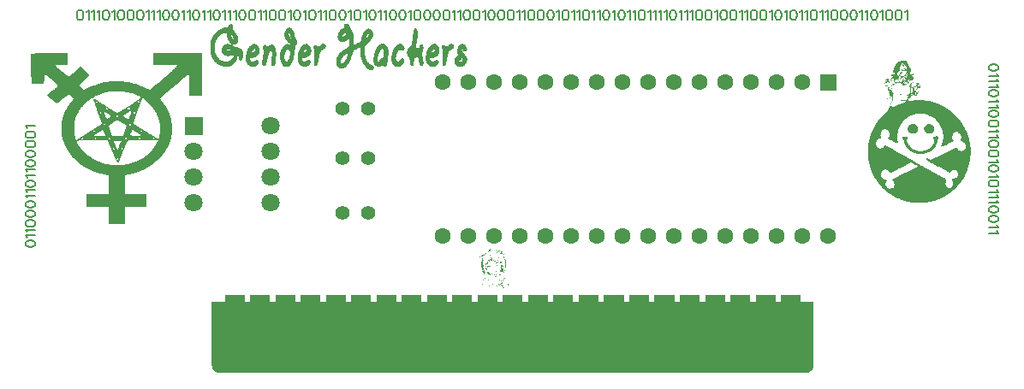
<source format=gts>
G04 Layer: TopSolderMaskLayer*
G04 EasyEDA v6.3.22, 2020-04-08T11:48:21--7:00*
G04 247715d04a294634badd8a564075c606,8a10dd2cf1b84b9ab6f9dfecbfc888dd,10*
G04 Gerber Generator version 0.2*
G04 Scale: 100 percent, Rotated: No, Reflected: No *
G04 Dimensions in inches *
G04 leading zeros omitted , absolute positions ,2 integer and 4 decimal *
%FSLAX24Y24*%
%MOIN*%
G90*
G70D02*

%ADD16C,0.055000*%
%ADD19C,0.063000*%
%ADD20C,0.008000*%
%ADD25C,0.071000*%

%LPD*%

%LPD*%
G36*
G01X35274Y11724D02*
G01X35272Y11725D01*
G01X35271Y11724D01*
G01X35273Y11722D01*
G01X35276Y11718D01*
G01X35284Y11708D01*
G01X35288Y11704D01*
G01X35294Y11701D01*
G01X35294Y11702D01*
G01X35293Y11704D01*
G01X35290Y11708D01*
G01X35286Y11713D01*
G01X35277Y11722D01*
G01X35274Y11724D01*
G37*

%LPD*%
G36*
G01X34550Y11656D02*
G01X34549Y11657D01*
G01X34548Y11655D01*
G01X34547Y11652D01*
G01X34547Y11644D01*
G01X34548Y11642D01*
G01X34549Y11642D01*
G01X34551Y11644D01*
G01X34552Y11648D01*
G01X34552Y11651D01*
G01X34551Y11654D01*
G01X34550Y11656D01*
G37*

%LPD*%
G36*
G01X34410Y11392D02*
G01X34408Y11392D01*
G01X34407Y11391D01*
G01X34405Y11388D01*
G01X34403Y11384D01*
G01X34400Y11375D01*
G01X34400Y11371D01*
G01X34402Y11371D01*
G01X34406Y11378D01*
G01X34410Y11386D01*
G01X34410Y11392D01*
G37*

%LPD*%
G36*
G01X35176Y11366D02*
G01X35174Y11366D01*
G01X35172Y11363D01*
G01X35171Y11358D01*
G01X35169Y11351D01*
G01X35169Y11348D01*
G01X35171Y11348D01*
G01X35176Y11353D01*
G01X35178Y11361D01*
G01X35177Y11364D01*
G01X35176Y11366D01*
G37*

%LPD*%
G36*
G01X34397Y11362D02*
G01X34395Y11362D01*
G01X34394Y11361D01*
G01X34394Y11349D01*
G01X34395Y11347D01*
G01X34396Y11347D01*
G01X34398Y11353D01*
G01X34398Y11359D01*
G01X34397Y11362D01*
G37*

%LPD*%
G36*
G01X34487Y11344D02*
G01X34486Y11344D01*
G01X34485Y11342D01*
G01X34486Y11339D01*
G01X34487Y11335D01*
G01X34489Y11330D01*
G01X34491Y11326D01*
G01X34495Y11322D01*
G01X34497Y11322D01*
G01X34497Y11326D01*
G01X34495Y11330D01*
G01X34494Y11335D01*
G01X34491Y11339D01*
G01X34489Y11342D01*
G01X34487Y11344D01*
G37*

%LPD*%
G36*
G01X34593Y11320D02*
G01X34590Y11320D01*
G01X34589Y11318D01*
G01X34600Y11307D01*
G01X34606Y11303D01*
G01X34608Y11302D01*
G01X34607Y11304D01*
G01X34602Y11309D01*
G01X34597Y11316D01*
G01X34593Y11320D01*
G37*

%LPD*%
G36*
G01X34445Y11305D02*
G01X34439Y11314D01*
G01X34437Y11313D01*
G01X34436Y11309D01*
G01X34438Y11303D01*
G01X34442Y11299D01*
G01X34444Y11298D01*
G01X34445Y11299D01*
G01X34446Y11301D01*
G01X34445Y11305D01*
G37*

%LPD*%
G36*
G01X34195Y11291D02*
G01X34194Y11293D01*
G01X34193Y11292D01*
G01X34192Y11289D01*
G01X34192Y11278D01*
G01X34193Y11275D01*
G01X34194Y11274D01*
G01X34195Y11276D01*
G01X34196Y11280D01*
G01X34196Y11288D01*
G01X34195Y11291D01*
G37*

%LPD*%
G36*
G01X34507Y11296D02*
G01X34497Y11317D01*
G01X34501Y11296D01*
G01X34504Y11282D01*
G01X34507Y11274D01*
G01X34509Y11271D01*
G01X34513Y11272D01*
G01X34513Y11275D01*
G01X34512Y11281D01*
G01X34510Y11288D01*
G01X34507Y11296D01*
G37*

%LPD*%
G36*
G01X34392Y11334D02*
G01X34390Y11334D01*
G01X34389Y11328D01*
G01X34387Y11317D01*
G01X34385Y11303D01*
G01X34384Y11287D01*
G01X34383Y11274D01*
G01X34383Y11261D01*
G01X34387Y11269D01*
G01X34390Y11292D01*
G01X34392Y11318D01*
G01X34392Y11334D01*
G37*

%LPD*%
G36*
G01X34618Y11288D02*
G01X34610Y11295D01*
G01X34611Y11291D01*
G01X34623Y11276D01*
G01X34631Y11268D01*
G01X34638Y11260D01*
G01X34645Y11254D01*
G01X34650Y11251D01*
G01X34652Y11250D01*
G01X34650Y11254D01*
G01X34644Y11261D01*
G01X34636Y11271D01*
G01X34618Y11288D01*
G37*

%LPD*%
G36*
G01X34380Y11249D02*
G01X34377Y11252D01*
G01X34375Y11248D01*
G01X34375Y11243D01*
G01X34376Y11239D01*
G01X34376Y11237D01*
G01X34378Y11237D01*
G01X34380Y11243D01*
G01X34380Y11249D01*
G37*

%LPD*%
G36*
G01X34199Y11257D02*
G01X34197Y11257D01*
G01X34197Y11253D01*
G01X34201Y11245D01*
G01X34203Y11240D01*
G01X34207Y11236D01*
G01X34208Y11236D01*
G01X34209Y11238D01*
G01X34208Y11241D01*
G01X34207Y11245D01*
G01X34203Y11253D01*
G01X34201Y11256D01*
G01X34199Y11257D01*
G37*

%LPD*%
G36*
G01X35224Y11234D02*
G01X35219Y11234D01*
G01X35217Y11233D01*
G01X35214Y11231D01*
G01X35212Y11228D01*
G01X35211Y11226D01*
G01X35211Y11224D01*
G01X35212Y11223D01*
G01X35214Y11222D01*
G01X35220Y11224D01*
G01X35224Y11228D01*
G01X35225Y11231D01*
G01X35225Y11233D01*
G01X35224Y11234D01*
G37*

%LPD*%
G36*
G01X34412Y11234D02*
G01X34407Y11235D01*
G01X34405Y11232D01*
G01X34406Y11231D01*
G01X34408Y11228D01*
G01X34411Y11225D01*
G01X34419Y11219D01*
G01X34422Y11218D01*
G01X34422Y11220D01*
G01X34420Y11224D01*
G01X34416Y11230D01*
G01X34412Y11234D01*
G37*

%LPD*%
G36*
G01X34713Y11233D02*
G01X34709Y11234D01*
G01X34708Y11233D01*
G01X34709Y11232D01*
G01X34713Y11229D01*
G01X34718Y11225D01*
G01X34725Y11222D01*
G01X34731Y11219D01*
G01X34736Y11217D01*
G01X34741Y11217D01*
G01X34740Y11219D01*
G01X34736Y11222D01*
G01X34731Y11225D01*
G01X34724Y11229D01*
G01X34718Y11232D01*
G01X34713Y11233D01*
G37*

%LPD*%
G36*
G01X35470Y11229D02*
G01X35470Y11234D01*
G01X35467Y11232D01*
G01X35461Y11226D01*
G01X35458Y11221D01*
G01X35456Y11217D01*
G01X35455Y11213D01*
G01X35456Y11209D01*
G01X35457Y11208D01*
G01X35459Y11209D01*
G01X35462Y11213D01*
G01X35465Y11218D01*
G01X35470Y11229D01*
G37*

%LPD*%
G36*
G01X35126Y11207D02*
G01X35120Y11216D01*
G01X35118Y11215D01*
G01X35117Y11210D01*
G01X35118Y11208D01*
G01X35119Y11205D01*
G01X35123Y11201D01*
G01X35125Y11200D01*
G01X35126Y11201D01*
G01X35126Y11207D01*
G37*

%LPD*%
G36*
G01X34774Y11208D02*
G01X34770Y11208D01*
G01X34780Y11203D01*
G01X34789Y11201D01*
G01X34804Y11198D01*
G01X34822Y11196D01*
G01X34841Y11194D01*
G01X34887Y11192D01*
G01X34846Y11198D01*
G01X34828Y11200D01*
G01X34811Y11202D01*
G01X34795Y11205D01*
G01X34784Y11206D01*
G01X34774Y11208D01*
G37*

%LPD*%
G36*
G01X34457Y11284D02*
G01X34453Y11285D01*
G01X34461Y11273D01*
G01X34468Y11263D01*
G01X34477Y11252D01*
G01X34485Y11241D01*
G01X34494Y11231D01*
G01X34501Y11221D01*
G01X34506Y11211D01*
G01X34508Y11203D01*
G01X34508Y11195D01*
G01X34507Y11186D01*
G01X34508Y11183D01*
G01X34512Y11184D01*
G01X34521Y11188D01*
G01X34530Y11194D01*
G01X34542Y11204D01*
G01X34557Y11215D01*
G01X34571Y11228D01*
G01X34587Y11243D01*
G01X34595Y11251D01*
G01X34595Y11255D01*
G01X34589Y11255D01*
G01X34582Y11252D01*
G01X34574Y11249D01*
G01X34566Y11244D01*
G01X34559Y11238D01*
G01X34544Y11225D01*
G01X34555Y11240D01*
G01X34562Y11253D01*
G01X34564Y11261D01*
G01X34562Y11264D01*
G01X34556Y11263D01*
G01X34552Y11262D01*
G01X34549Y11263D01*
G01X34547Y11266D01*
G01X34546Y11270D01*
G01X34546Y11275D01*
G01X34545Y11276D01*
G01X34543Y11274D01*
G01X34539Y11268D01*
G01X34533Y11258D01*
G01X34529Y11253D01*
G01X34526Y11253D01*
G01X34522Y11258D01*
G01X34520Y11261D01*
G01X34518Y11263D01*
G01X34516Y11261D01*
G01X34514Y11256D01*
G01X34513Y11252D01*
G01X34513Y11250D01*
G01X34514Y11249D01*
G01X34518Y11251D01*
G01X34520Y11250D01*
G01X34521Y11248D01*
G01X34522Y11244D01*
G01X34520Y11235D01*
G01X34514Y11233D01*
G01X34504Y11238D01*
G01X34490Y11251D01*
G01X34470Y11273D01*
G01X34457Y11284D01*
G37*

%LPD*%
G36*
G01X34818Y11179D02*
G01X34788Y11179D01*
G01X34777Y11178D01*
G01X34771Y11176D01*
G01X34771Y11173D01*
G01X34773Y11170D01*
G01X34777Y11169D01*
G01X34782Y11168D01*
G01X34786Y11169D01*
G01X34791Y11170D01*
G01X34794Y11169D01*
G01X34795Y11168D01*
G01X34794Y11165D01*
G01X34793Y11163D01*
G01X34794Y11161D01*
G01X34796Y11161D01*
G01X34806Y11165D01*
G01X34812Y11166D01*
G01X34820Y11167D01*
G01X34832Y11167D01*
G01X34837Y11169D01*
G01X34840Y11171D01*
G01X34841Y11173D01*
G01X34838Y11176D01*
G01X34830Y11178D01*
G01X34818Y11179D01*
G37*

%LPD*%
G36*
G01X34843Y11160D02*
G01X34833Y11161D01*
G01X34822Y11160D01*
G01X34815Y11159D01*
G01X34814Y11157D01*
G01X34816Y11155D01*
G01X34828Y11150D01*
G01X34842Y11149D01*
G01X34854Y11150D01*
G01X34859Y11155D01*
G01X34857Y11157D01*
G01X34852Y11159D01*
G01X34843Y11160D01*
G37*

%LPD*%
G36*
G01X35257Y11062D02*
G01X35255Y11062D01*
G01X35250Y11059D01*
G01X35242Y11053D01*
G01X35236Y11048D01*
G01X35234Y11046D01*
G01X35237Y11047D01*
G01X35244Y11050D01*
G01X35250Y11053D01*
G01X35254Y11056D01*
G01X35257Y11058D01*
G01X35258Y11060D01*
G01X35257Y11062D01*
G37*

%LPD*%
G36*
G01X35354Y11058D02*
G01X35353Y11060D01*
G01X35352Y11058D01*
G01X35352Y11054D01*
G01X35351Y11047D01*
G01X35352Y11041D01*
G01X35352Y11038D01*
G01X35353Y11037D01*
G01X35354Y11040D01*
G01X35356Y11050D01*
G01X35354Y11058D01*
G37*

%LPD*%
G36*
G01X35449Y11331D02*
G01X35441Y11333D01*
G01X35434Y11328D01*
G01X35432Y11326D01*
G01X35431Y11324D01*
G01X35430Y11321D01*
G01X35430Y11316D01*
G01X35432Y11315D01*
G01X35433Y11317D01*
G01X35435Y11320D01*
G01X35438Y11323D01*
G01X35444Y11325D01*
G01X35447Y11324D01*
G01X35449Y11322D01*
G01X35449Y11318D01*
G01X35447Y11313D01*
G01X35442Y11308D01*
G01X35437Y11301D01*
G01X35432Y11292D01*
G01X35427Y11282D01*
G01X35424Y11271D01*
G01X35421Y11261D01*
G01X35418Y11254D01*
G01X35415Y11250D01*
G01X35413Y11249D01*
G01X35413Y11257D01*
G01X35415Y11264D01*
G01X35419Y11280D01*
G01X35421Y11286D01*
G01X35422Y11292D01*
G01X35421Y11294D01*
G01X35415Y11288D01*
G01X35409Y11263D01*
G01X35405Y11232D01*
G01X35405Y11204D01*
G01X35406Y11196D01*
G01X35407Y11193D01*
G01X35409Y11197D01*
G01X35411Y11207D01*
G01X35414Y11216D01*
G01X35416Y11217D01*
G01X35418Y11210D01*
G01X35421Y11193D01*
G01X35423Y11180D01*
G01X35426Y11170D01*
G01X35429Y11163D01*
G01X35432Y11161D01*
G01X35436Y11159D01*
G01X35440Y11155D01*
G01X35444Y11149D01*
G01X35447Y11142D01*
G01X35451Y11132D01*
G01X35453Y11123D01*
G01X35451Y11115D01*
G01X35448Y11104D01*
G01X35444Y11095D01*
G01X35443Y11088D01*
G01X35444Y11085D01*
G01X35447Y11082D01*
G01X35450Y11081D01*
G01X35454Y11075D01*
G01X35454Y11071D01*
G01X35455Y11068D01*
G01X35457Y11065D01*
G01X35460Y11063D01*
G01X35467Y11063D01*
G01X35470Y11065D01*
G01X35472Y11067D01*
G01X35473Y11070D01*
G01X35474Y11075D01*
G01X35477Y11082D01*
G01X35482Y11091D01*
G01X35489Y11100D01*
G01X35497Y11111D01*
G01X35504Y11117D01*
G01X35510Y11120D01*
G01X35524Y11118D01*
G01X35527Y11120D01*
G01X35528Y11125D01*
G01X35526Y11134D01*
G01X35525Y11143D01*
G01X35526Y11151D01*
G01X35528Y11159D01*
G01X35532Y11166D01*
G01X35536Y11174D01*
G01X35536Y11179D01*
G01X35532Y11179D01*
G01X35525Y11173D01*
G01X35521Y11171D01*
G01X35516Y11171D01*
G01X35509Y11173D01*
G01X35495Y11179D01*
G01X35491Y11181D01*
G01X35488Y11181D01*
G01X35488Y11180D01*
G01X35487Y11171D01*
G01X35482Y11156D01*
G01X35474Y11142D01*
G01X35469Y11136D01*
G01X35467Y11138D01*
G01X35467Y11151D01*
G01X35468Y11161D01*
G01X35470Y11174D01*
G01X35470Y11180D01*
G01X35467Y11182D01*
G01X35459Y11176D01*
G01X35456Y11175D01*
G01X35455Y11178D01*
G01X35454Y11183D01*
G01X35454Y11188D01*
G01X35452Y11194D01*
G01X35450Y11199D01*
G01X35444Y11207D01*
G01X35443Y11211D01*
G01X35445Y11217D01*
G01X35448Y11225D01*
G01X35454Y11234D01*
G01X35461Y11238D01*
G01X35474Y11240D01*
G01X35495Y11240D01*
G01X35522Y11239D01*
G01X35536Y11235D01*
G01X35533Y11232D01*
G01X35512Y11229D01*
G01X35488Y11228D01*
G01X35481Y11226D01*
G01X35490Y11223D01*
G01X35514Y11222D01*
G01X35534Y11222D01*
G01X35546Y11220D01*
G01X35552Y11216D01*
G01X35555Y11208D01*
G01X35558Y11196D01*
G01X35558Y11188D01*
G01X35556Y11188D01*
G01X35552Y11193D01*
G01X35547Y11198D01*
G01X35540Y11201D01*
G01X35527Y11203D01*
G01X35509Y11204D01*
G01X35495Y11203D01*
G01X35484Y11202D01*
G01X35476Y11200D01*
G01X35473Y11198D01*
G01X35474Y11196D01*
G01X35476Y11195D01*
G01X35479Y11195D01*
G01X35482Y11196D01*
G01X35488Y11197D01*
G01X35497Y11197D01*
G01X35519Y11195D01*
G01X35532Y11192D01*
G01X35540Y11189D01*
G01X35545Y11185D01*
G01X35546Y11180D01*
G01X35547Y11176D01*
G01X35548Y11171D01*
G01X35552Y11163D01*
G01X35558Y11153D01*
G01X35559Y11137D01*
G01X35555Y11115D01*
G01X35545Y11085D01*
G01X35539Y11066D01*
G01X35534Y11050D01*
G01X35530Y11039D01*
G01X35530Y11034D01*
G01X35537Y11048D01*
G01X35544Y11063D01*
G01X35552Y11083D01*
G01X35562Y11111D01*
G01X35567Y11131D01*
G01X35569Y11149D01*
G01X35567Y11170D01*
G01X35565Y11187D01*
G01X35561Y11203D01*
G01X35555Y11218D01*
G01X35549Y11230D01*
G01X35543Y11239D01*
G01X35539Y11248D01*
G01X35535Y11255D01*
G01X35534Y11259D01*
G01X35534Y11261D01*
G01X35532Y11263D01*
G01X35531Y11265D01*
G01X35528Y11265D01*
G01X35524Y11267D01*
G01X35518Y11271D01*
G01X35510Y11276D01*
G01X35501Y11284D01*
G01X35492Y11290D01*
G01X35484Y11296D01*
G01X35476Y11299D01*
G01X35471Y11299D01*
G01X35467Y11298D01*
G01X35463Y11300D01*
G01X35461Y11305D01*
G01X35459Y11314D01*
G01X35455Y11325D01*
G01X35449Y11331D01*
G37*

%LPC*%
G36*
G01X35488Y11284D02*
G01X35477Y11289D01*
G01X35467Y11287D01*
G01X35454Y11279D01*
G01X35442Y11270D01*
G01X35433Y11260D01*
G01X35426Y11250D01*
G01X35422Y11239D01*
G01X35422Y11233D01*
G01X35427Y11233D01*
G01X35439Y11240D01*
G01X35457Y11255D01*
G01X35467Y11263D01*
G01X35474Y11266D01*
G01X35479Y11264D01*
G01X35486Y11258D01*
G01X35497Y11251D01*
G01X35511Y11247D01*
G01X35523Y11247D01*
G01X35528Y11252D01*
G01X35526Y11255D01*
G01X35521Y11261D01*
G01X35514Y11267D01*
G01X35505Y11274D01*
G01X35488Y11284D01*
G37*

%LPD*%
G36*
G01X35256Y10976D02*
G01X35244Y10976D01*
G01X35242Y10975D01*
G01X35242Y10974D01*
G01X35251Y10971D01*
G01X35254Y10972D01*
G01X35256Y10973D01*
G01X35257Y10975D01*
G01X35256Y10976D01*
G37*

%LPD*%
G36*
G01X34397Y10988D02*
G01X34394Y10989D01*
G01X34393Y10987D01*
G01X34394Y10985D01*
G01X34396Y10983D01*
G01X34400Y10980D01*
G01X34404Y10976D01*
G01X34409Y10972D01*
G01X34412Y10971D01*
G01X34410Y10973D01*
G01X34406Y10978D01*
G01X34401Y10985D01*
G01X34397Y10988D01*
G37*

%LPD*%
G36*
G01X35231Y10967D02*
G01X35231Y10970D01*
G01X35228Y10969D01*
G01X35224Y10964D01*
G01X35223Y10961D01*
G01X35222Y10959D01*
G01X35222Y10956D01*
G01X35224Y10954D01*
G01X35226Y10955D01*
G01X35230Y10961D01*
G01X35231Y10967D01*
G37*

%LPD*%
G36*
G01X35253Y10952D02*
G01X35248Y10952D01*
G01X35244Y10951D01*
G01X35242Y10951D01*
G01X35242Y10950D01*
G01X35245Y10948D01*
G01X35248Y10947D01*
G01X35254Y10947D01*
G01X35257Y10950D01*
G01X35256Y10951D01*
G01X35253Y10952D01*
G37*

%LPD*%
G36*
G01X34381Y10958D02*
G01X34376Y10958D01*
G01X34376Y10957D01*
G01X34381Y10952D01*
G01X34389Y10948D01*
G01X34393Y10947D01*
G01X34396Y10946D01*
G01X34398Y10947D01*
G01X34398Y10948D01*
G01X34396Y10950D01*
G01X34393Y10952D01*
G01X34389Y10955D01*
G01X34385Y10957D01*
G01X34381Y10958D01*
G37*

%LPD*%
G36*
G01X35245Y10924D02*
G01X35232Y10927D01*
G01X35245Y10915D01*
G01X35255Y10908D01*
G01X35263Y10906D01*
G01X35268Y10909D01*
G01X35270Y10917D01*
G01X35270Y10920D01*
G01X35269Y10920D01*
G01X35267Y10919D01*
G01X35264Y10915D01*
G01X35262Y10912D01*
G01X35260Y10911D01*
G01X35259Y10911D01*
G01X35258Y10913D01*
G01X35257Y10916D01*
G01X35254Y10919D01*
G01X35250Y10922D01*
G01X35245Y10924D01*
G37*

%LPD*%
G36*
G01X35208Y10852D02*
G01X35206Y10853D01*
G01X35199Y10852D01*
G01X35188Y10848D01*
G01X35183Y10846D01*
G01X35181Y10844D01*
G01X35181Y10843D01*
G01X35185Y10842D01*
G01X35189Y10843D01*
G01X35194Y10844D01*
G01X35199Y10846D01*
G01X35203Y10848D01*
G01X35208Y10852D01*
G37*

%LPD*%
G36*
G01X34846Y10853D02*
G01X34817Y10853D01*
G01X34784Y10850D01*
G01X34761Y10844D01*
G01X34753Y10839D01*
G01X34752Y10837D01*
G01X34758Y10837D01*
G01X34773Y10839D01*
G01X34798Y10842D01*
G01X34820Y10842D01*
G01X34839Y10841D01*
G01X34852Y10836D01*
G01X34857Y10835D01*
G01X34864Y10834D01*
G01X34878Y10836D01*
G01X34893Y10840D01*
G01X34876Y10841D01*
G01X34870Y10842D01*
G01X34864Y10844D01*
G01X34861Y10846D01*
G01X34859Y10848D01*
G01X34846Y10853D01*
G37*

%LPD*%
G36*
G01X34909Y10835D02*
G01X34901Y10835D01*
G01X34898Y10834D01*
G01X34899Y10833D01*
G01X34905Y10830D01*
G01X34908Y10830D01*
G01X34911Y10831D01*
G01X34913Y10832D01*
G01X34913Y10833D01*
G01X34912Y10834D01*
G01X34909Y10835D01*
G37*

%LPD*%
G36*
G01X34940Y10829D02*
G01X34931Y10829D01*
G01X34929Y10828D01*
G01X34929Y10827D01*
G01X34932Y10825D01*
G01X34935Y10824D01*
G01X34939Y10824D01*
G01X34942Y10825D01*
G01X34944Y10826D01*
G01X34944Y10827D01*
G01X34943Y10828D01*
G01X34940Y10829D01*
G37*

%LPD*%
G36*
G01X34970Y10823D02*
G01X34962Y10823D01*
G01X34960Y10822D01*
G01X34960Y10821D01*
G01X34963Y10819D01*
G01X34966Y10818D01*
G01X34969Y10818D01*
G01X34972Y10819D01*
G01X34974Y10820D01*
G01X34975Y10821D01*
G01X34973Y10822D01*
G01X34970Y10823D01*
G37*

%LPD*%
G36*
G01X35367Y10749D02*
G01X35366Y10750D01*
G01X35364Y10749D01*
G01X35362Y10746D01*
G01X35356Y10738D01*
G01X35354Y10733D01*
G01X35353Y10729D01*
G01X35352Y10726D01*
G01X35353Y10725D01*
G01X35355Y10726D01*
G01X35357Y10729D01*
G01X35360Y10733D01*
G01X35362Y10738D01*
G01X35365Y10742D01*
G01X35366Y10746D01*
G01X35367Y10749D01*
G37*

%LPD*%
G36*
G01X35348Y10715D02*
G01X35348Y10719D01*
G01X35346Y10718D01*
G01X35343Y10715D01*
G01X35341Y10711D01*
G01X35338Y10707D01*
G01X35336Y10702D01*
G01X35334Y10698D01*
G01X35334Y10695D01*
G01X35336Y10696D01*
G01X35338Y10698D01*
G01X35341Y10702D01*
G01X35344Y10707D01*
G01X35348Y10715D01*
G37*

%LPD*%
G36*
G01X34225Y10833D02*
G01X34223Y10837D01*
G01X34222Y10836D01*
G01X34222Y10828D01*
G01X34225Y10809D01*
G01X34234Y10784D01*
G01X34250Y10752D01*
G01X34273Y10716D01*
G01X34295Y10682D01*
G01X34309Y10665D01*
G01X34319Y10659D01*
G01X34330Y10658D01*
G01X34340Y10659D01*
G01X34342Y10660D01*
G01X34338Y10662D01*
G01X34327Y10665D01*
G01X34319Y10669D01*
G01X34312Y10673D01*
G01X34307Y10678D01*
G01X34304Y10683D01*
G01X34301Y10690D01*
G01X34295Y10699D01*
G01X34288Y10711D01*
G01X34279Y10722D01*
G01X34261Y10748D01*
G01X34247Y10773D01*
G01X34235Y10798D01*
G01X34228Y10822D01*
G01X34225Y10833D01*
G37*

%LPD*%
G36*
G01X35329Y10683D02*
G01X35330Y10688D01*
G01X35328Y10686D01*
G01X35323Y10680D01*
G01X35316Y10671D01*
G01X35308Y10659D01*
G01X35299Y10647D01*
G01X35295Y10640D01*
G01X35296Y10639D01*
G01X35301Y10642D01*
G01X35311Y10654D01*
G01X35322Y10670D01*
G01X35329Y10683D01*
G37*

%LPD*%
G36*
G01X34871Y10601D02*
G01X34854Y10601D01*
G01X34849Y10600D01*
G01X34848Y10599D01*
G01X34852Y10598D01*
G01X34858Y10597D01*
G01X34865Y10597D01*
G01X34871Y10598D01*
G01X34876Y10598D01*
G01X34879Y10599D01*
G01X34877Y10600D01*
G01X34871Y10601D01*
G37*

%LPD*%
G36*
G01X34807Y10601D02*
G01X34789Y10601D01*
G01X34789Y10600D01*
G01X34790Y10599D01*
G01X34798Y10597D01*
G01X34806Y10599D01*
G01X34807Y10600D01*
G01X34807Y10601D01*
G37*

%LPD*%
G36*
G01X35274Y10616D02*
G01X35276Y10621D01*
G01X35273Y10619D01*
G01X35267Y10614D01*
G01X35259Y10607D01*
G01X35249Y10599D01*
G01X35235Y10585D01*
G01X35234Y10582D01*
G01X35237Y10583D01*
G01X35248Y10591D01*
G01X35263Y10604D01*
G01X35274Y10616D01*
G37*

%LPD*%
G36*
G01X34629Y10582D02*
G01X34619Y10584D01*
G01X34614Y10582D01*
G01X34611Y10578D01*
G01X34611Y10576D01*
G01X34612Y10574D01*
G01X34614Y10573D01*
G01X34618Y10573D01*
G01X34625Y10572D01*
G01X34634Y10571D01*
G01X34656Y10567D01*
G01X34673Y10564D01*
G01X34677Y10565D01*
G01X34668Y10570D01*
G01X34647Y10577D01*
G01X34629Y10582D01*
G37*

%LPD*%
G36*
G01X35208Y10571D02*
G01X35206Y10572D01*
G01X35203Y10571D01*
G01X35199Y10570D01*
G01X35191Y10566D01*
G01X35186Y10561D01*
G01X35186Y10560D01*
G01X35191Y10560D01*
G01X35195Y10561D01*
G01X35199Y10563D01*
G01X35203Y10566D01*
G01X35206Y10568D01*
G01X35208Y10570D01*
G01X35208Y10571D01*
G37*

%LPD*%
G36*
G01X34895Y10528D02*
G01X34885Y10528D01*
G01X34881Y10527D01*
G01X34881Y10526D01*
G01X34882Y10525D01*
G01X34886Y10524D01*
G01X34894Y10524D01*
G01X34898Y10525D01*
G01X34899Y10526D01*
G01X34899Y10527D01*
G01X34895Y10528D01*
G37*

%LPD*%
G36*
G01X34926Y10522D02*
G01X34915Y10522D01*
G01X34912Y10521D01*
G01X34911Y10520D01*
G01X34913Y10519D01*
G01X34921Y10517D01*
G01X34925Y10518D01*
G01X34928Y10519D01*
G01X34930Y10520D01*
G01X34929Y10521D01*
G01X34926Y10522D01*
G37*

%LPD*%
G36*
G01X34956Y10516D02*
G01X34948Y10516D01*
G01X34948Y10515D01*
G01X34950Y10513D01*
G01X34954Y10511D01*
G01X34966Y10507D01*
G01X34973Y10505D01*
G01X34974Y10507D01*
G01X34970Y10511D01*
G01X34965Y10513D01*
G01X34961Y10515D01*
G01X34956Y10516D01*
G37*

%LPD*%
G36*
G01X34939Y12174D02*
G01X34909Y12178D01*
G01X34879Y12176D01*
G01X34853Y12166D01*
G01X34841Y12160D01*
G01X34824Y12154D01*
G01X34804Y12149D01*
G01X34784Y12145D01*
G01X34758Y12140D01*
G01X34739Y12134D01*
G01X34722Y12125D01*
G01X34703Y12113D01*
G01X34683Y12095D01*
G01X34662Y12073D01*
G01X34641Y12048D01*
G01X34622Y12020D01*
G01X34605Y11992D01*
G01X34591Y11965D01*
G01X34580Y11938D01*
G01X34573Y11915D01*
G01X34570Y11905D01*
G01X34566Y11895D01*
G01X34561Y11884D01*
G01X34555Y11876D01*
G01X34541Y11854D01*
G01X34530Y11833D01*
G01X34521Y11813D01*
G01X34516Y11792D01*
G01X34514Y11773D01*
G01X34514Y11753D01*
G01X34518Y11734D01*
G01X34525Y11716D01*
G01X34530Y11705D01*
G01X34535Y11695D01*
G01X34538Y11686D01*
G01X34541Y11679D01*
G01X34544Y11673D01*
G01X34545Y11673D01*
G01X34547Y11679D01*
G01X34549Y11680D01*
G01X34553Y11678D01*
G01X34559Y11673D01*
G01X34566Y11663D01*
G01X34570Y11651D01*
G01X34571Y11638D01*
G01X34567Y11624D01*
G01X34565Y11619D01*
G01X34563Y11617D01*
G01X34560Y11618D01*
G01X34557Y11622D01*
G01X34555Y11625D01*
G01X34554Y11625D01*
G01X34554Y11622D01*
G01X34556Y11616D01*
G01X34557Y11609D01*
G01X34556Y11604D01*
G01X34551Y11600D01*
G01X34544Y11596D01*
G01X34532Y11592D01*
G01X34520Y11595D01*
G01X34511Y11604D01*
G01X34503Y11618D01*
G01X34501Y11623D01*
G01X34499Y11625D01*
G01X34498Y11624D01*
G01X34498Y11620D01*
G01X34499Y11615D01*
G01X34502Y11608D01*
G01X34506Y11601D01*
G01X34511Y11593D01*
G01X34516Y11586D01*
G01X34519Y11582D01*
G01X34520Y11579D01*
G01X34519Y11578D01*
G01X34509Y11583D01*
G01X34503Y11587D01*
G01X34496Y11590D01*
G01X34480Y11602D01*
G01X34466Y11620D01*
G01X34455Y11642D01*
G01X34448Y11669D01*
G01X34445Y11684D01*
G01X34444Y11688D01*
G01X34444Y11680D01*
G01X34445Y11659D01*
G01X34450Y11626D01*
G01X34460Y11599D01*
G01X34474Y11578D01*
G01X34490Y11565D01*
G01X34508Y11557D01*
G01X34485Y11528D01*
G01X34475Y11514D01*
G01X34467Y11500D01*
G01X34460Y11486D01*
G01X34454Y11464D01*
G01X34448Y11452D01*
G01X34440Y11440D01*
G01X34432Y11429D01*
G01X34424Y11419D01*
G01X34418Y11411D01*
G01X34414Y11405D01*
G01X34414Y11401D01*
G01X34416Y11401D01*
G01X34420Y11403D01*
G01X34423Y11406D01*
G01X34427Y11411D01*
G01X34435Y11418D01*
G01X34444Y11421D01*
G01X34451Y11419D01*
G01X34453Y11413D01*
G01X34454Y11409D01*
G01X34457Y11401D01*
G01X34468Y11379D01*
G01X34480Y11359D01*
G01X34484Y11354D01*
G01X34482Y11365D01*
G01X34472Y11391D01*
G01X34466Y11405D01*
G01X34460Y11416D01*
G01X34455Y11422D01*
G01X34450Y11425D01*
G01X34446Y11430D01*
G01X34455Y11441D01*
G01X34472Y11453D01*
G01X34492Y11462D01*
G01X34512Y11465D01*
G01X34533Y11465D01*
G01X34551Y11462D01*
G01X34562Y11456D01*
G01X34562Y11452D01*
G01X34561Y11447D01*
G01X34559Y11440D01*
G01X34556Y11433D01*
G01X34549Y11419D01*
G01X34547Y11407D01*
G01X34548Y11393D01*
G01X34553Y11374D01*
G01X34560Y11355D01*
G01X34570Y11340D01*
G01X34581Y11331D01*
G01X34591Y11330D01*
G01X34595Y11330D01*
G01X34600Y11327D01*
G01X34604Y11322D01*
G01X34609Y11316D01*
G01X34623Y11296D01*
G01X34642Y11276D01*
G01X34663Y11258D01*
G01X34682Y11245D01*
G01X34693Y11239D01*
G01X34694Y11241D01*
G01X34664Y11265D01*
G01X34657Y11270D01*
G01X34654Y11276D01*
G01X34652Y11282D01*
G01X34653Y11288D01*
G01X34656Y11295D01*
G01X34660Y11297D01*
G01X34667Y11295D01*
G01X34680Y11289D01*
G01X34691Y11284D01*
G01X34701Y11281D01*
G01X34711Y11280D01*
G01X34720Y11280D01*
G01X34728Y11282D01*
G01X34748Y11286D01*
G01X34757Y11288D01*
G01X34777Y11292D01*
G01X34752Y11297D01*
G01X34734Y11303D01*
G01X34717Y11313D01*
G01X34705Y11324D01*
G01X34700Y11334D01*
G01X34701Y11335D01*
G01X34704Y11334D01*
G01X34708Y11332D01*
G01X34713Y11327D01*
G01X34727Y11318D01*
G01X34743Y11312D01*
G01X34760Y11311D01*
G01X34773Y11314D01*
G01X34784Y11315D01*
G01X34797Y11311D01*
G01X34806Y11304D01*
G01X34807Y11296D01*
G01X34806Y11289D01*
G01X34808Y11280D01*
G01X34813Y11274D01*
G01X34820Y11271D01*
G01X34823Y11272D01*
G01X34829Y11276D01*
G01X34831Y11279D01*
G01X34832Y11280D01*
G01X34833Y11279D01*
G01X34834Y11275D01*
G01X34834Y11269D01*
G01X34835Y11260D01*
G01X34837Y11255D01*
G01X34842Y11253D01*
G01X34850Y11254D01*
G01X34859Y11255D01*
G01X34865Y11252D01*
G01X34871Y11244D01*
G01X34878Y11228D01*
G01X34885Y11216D01*
G01X34891Y11206D01*
G01X34897Y11199D01*
G01X34903Y11196D01*
G01X34908Y11194D01*
G01X34911Y11192D01*
G01X34913Y11189D01*
G01X34912Y11186D01*
G01X34912Y11184D01*
G01X34914Y11183D01*
G01X34920Y11184D01*
G01X34936Y11188D01*
G01X34943Y11190D01*
G01X34947Y11191D01*
G01X34949Y11192D01*
G01X34960Y11198D01*
G01X34976Y11214D01*
G01X34992Y11232D01*
G01X34998Y11244D01*
G01X34999Y11250D01*
G01X34998Y11252D01*
G01X34995Y11250D01*
G01X34989Y11243D01*
G01X34977Y11230D01*
G01X34963Y11222D01*
G01X34951Y11219D01*
G01X34939Y11222D01*
G01X34933Y11225D01*
G01X34926Y11228D01*
G01X34919Y11230D01*
G01X34914Y11232D01*
G01X34908Y11233D01*
G01X34902Y11236D01*
G01X34897Y11238D01*
G01X34892Y11241D01*
G01X34882Y11254D01*
G01X34872Y11275D01*
G01X34863Y11296D01*
G01X34859Y11312D01*
G01X34862Y11334D01*
G01X34870Y11356D01*
G01X34881Y11376D01*
G01X34895Y11393D01*
G01X34910Y11408D01*
G01X34909Y11409D01*
G01X34902Y11407D01*
G01X34896Y11403D01*
G01X34892Y11402D01*
G01X34892Y11403D01*
G01X34894Y11406D01*
G01X34899Y11410D01*
G01X34907Y11413D01*
G01X34920Y11416D01*
G01X34942Y11420D01*
G01X34948Y11421D01*
G01X34953Y11423D01*
G01X34963Y11429D01*
G01X34967Y11432D01*
G01X34973Y11435D01*
G01X34979Y11436D01*
G01X34986Y11437D01*
G01X34992Y11438D01*
G01X35000Y11440D01*
G01X35007Y11444D01*
G01X35013Y11449D01*
G01X35025Y11461D01*
G01X35025Y11444D01*
G01X35020Y11426D01*
G01X35005Y11408D01*
G01X34983Y11391D01*
G01X34957Y11378D01*
G01X34946Y11372D01*
G01X34935Y11365D01*
G01X34924Y11356D01*
G01X34907Y11339D01*
G01X34902Y11333D01*
G01X34898Y11330D01*
G01X34896Y11330D01*
G01X34900Y11342D01*
G01X34910Y11360D01*
G01X34922Y11377D01*
G01X34931Y11387D01*
G01X34935Y11390D01*
G01X34937Y11392D01*
G01X34937Y11393D01*
G01X34936Y11394D01*
G01X34928Y11390D01*
G01X34917Y11380D01*
G01X34906Y11368D01*
G01X34898Y11354D01*
G01X34891Y11335D01*
G01X34888Y11315D01*
G01X34889Y11294D01*
G01X34893Y11272D01*
G01X34901Y11251D01*
G01X34907Y11239D01*
G01X34910Y11240D01*
G01X34910Y11253D01*
G01X34909Y11261D01*
G01X34909Y11269D01*
G01X34910Y11276D01*
G01X34911Y11282D01*
G01X34914Y11288D01*
G01X34916Y11289D01*
G01X34919Y11287D01*
G01X34923Y11280D01*
G01X34932Y11267D01*
G01X34942Y11254D01*
G01X34952Y11245D01*
G01X34958Y11240D01*
G01X34959Y11242D01*
G01X34959Y11246D01*
G01X34958Y11251D01*
G01X34956Y11258D01*
G01X34954Y11278D01*
G01X34962Y11301D01*
G01X34979Y11324D01*
G01X35006Y11349D01*
G01X35029Y11366D01*
G01X35042Y11374D01*
G01X35048Y11373D01*
G01X35050Y11363D01*
G01X35050Y11357D01*
G01X35053Y11351D01*
G01X35057Y11345D01*
G01X35061Y11340D01*
G01X35066Y11333D01*
G01X35070Y11324D01*
G01X35073Y11313D01*
G01X35075Y11303D01*
G01X35076Y11288D01*
G01X35073Y11278D01*
G01X35062Y11270D01*
G01X35042Y11257D01*
G01X35026Y11247D01*
G01X35017Y11240D01*
G01X35013Y11235D01*
G01X35016Y11232D01*
G01X35020Y11231D01*
G01X35022Y11231D01*
G01X35023Y11233D01*
G01X35021Y11236D01*
G01X35020Y11238D01*
G01X35021Y11240D01*
G01X35023Y11240D01*
G01X35027Y11239D01*
G01X35032Y11237D01*
G01X35034Y11237D01*
G01X35035Y11239D01*
G01X35034Y11242D01*
G01X35032Y11245D01*
G01X35033Y11246D01*
G01X35035Y11246D01*
G01X35043Y11244D01*
G01X35046Y11244D01*
G01X35048Y11245D01*
G01X35048Y11251D01*
G01X35049Y11253D01*
G01X35052Y11256D01*
G01X35058Y11258D01*
G01X35060Y11258D01*
G01X35060Y11256D01*
G01X35059Y11253D01*
G01X35057Y11250D01*
G01X35058Y11249D01*
G01X35061Y11250D01*
G01X35067Y11253D01*
G01X35072Y11256D01*
G01X35076Y11259D01*
G01X35077Y11263D01*
G01X35077Y11266D01*
G01X35076Y11268D01*
G01X35076Y11270D01*
G01X35078Y11271D01*
G01X35081Y11271D01*
G01X35093Y11272D01*
G01X35109Y11280D01*
G01X35126Y11292D01*
G01X35142Y11306D01*
G01X35157Y11323D01*
G01X35142Y11311D01*
G01X35121Y11295D01*
G01X35113Y11290D01*
G01X35116Y11295D01*
G01X35131Y11312D01*
G01X35150Y11336D01*
G01X35161Y11355D01*
G01X35165Y11375D01*
G01X35164Y11395D01*
G01X35160Y11414D01*
G01X35203Y11411D01*
G01X35227Y11409D01*
G01X35242Y11406D01*
G01X35254Y11400D01*
G01X35265Y11390D01*
G01X35274Y11380D01*
G01X35280Y11369D01*
G01X35284Y11358D01*
G01X35286Y11345D01*
G01X35286Y11335D01*
G01X35285Y11326D01*
G01X35283Y11320D01*
G01X35281Y11316D01*
G01X35279Y11315D01*
G01X35278Y11315D01*
G01X35278Y11317D01*
G01X35282Y11325D01*
G01X35282Y11326D01*
G01X35280Y11325D01*
G01X35275Y11322D01*
G01X35271Y11317D01*
G01X35269Y11313D01*
G01X35268Y11309D01*
G01X35268Y11304D01*
G01X35269Y11301D01*
G01X35269Y11299D01*
G01X35268Y11297D01*
G01X35267Y11297D01*
G01X35264Y11298D01*
G01X35261Y11295D01*
G01X35260Y11292D01*
G01X35258Y11289D01*
G01X35254Y11285D01*
G01X35249Y11281D01*
G01X35242Y11274D01*
G01X35241Y11272D01*
G01X35242Y11272D01*
G01X35244Y11271D01*
G01X35243Y11269D01*
G01X35236Y11262D01*
G01X35232Y11259D01*
G01X35230Y11256D01*
G01X35229Y11254D01*
G01X35231Y11253D01*
G01X35232Y11252D01*
G01X35232Y11251D01*
G01X35231Y11249D01*
G01X35227Y11247D01*
G01X35224Y11244D01*
G01X35223Y11242D01*
G01X35223Y11241D01*
G01X35225Y11241D01*
G01X35229Y11242D01*
G01X35233Y11245D01*
G01X35238Y11250D01*
G01X35246Y11262D01*
G01X35248Y11267D01*
G01X35250Y11270D01*
G01X35249Y11271D01*
G01X35250Y11273D01*
G01X35254Y11278D01*
G01X35260Y11284D01*
G01X35269Y11292D01*
G01X35279Y11300D01*
G01X35287Y11306D01*
G01X35293Y11308D01*
G01X35296Y11307D01*
G01X35299Y11297D01*
G01X35302Y11283D01*
G01X35304Y11265D01*
G01X35305Y11244D01*
G01X35303Y11198D01*
G01X35301Y11174D01*
G01X35298Y11152D01*
G01X35294Y11127D01*
G01X35292Y11103D01*
G01X35291Y11084D01*
G01X35292Y11071D01*
G01X35293Y11061D01*
G01X35292Y11054D01*
G01X35289Y11048D01*
G01X35284Y11044D01*
G01X35278Y11038D01*
G01X35275Y11028D01*
G01X35274Y11008D01*
G01X35275Y10976D01*
G01X35276Y10943D01*
G01X35274Y10922D01*
G01X35271Y10909D01*
G01X35257Y10888D01*
G01X35254Y10881D01*
G01X35254Y10876D01*
G01X35257Y10871D01*
G01X35262Y10862D01*
G01X35264Y10850D01*
G01X35262Y10839D01*
G01X35256Y10830D01*
G01X35249Y10827D01*
G01X35238Y10824D01*
G01X35223Y10822D01*
G01X35206Y10820D01*
G01X35165Y10817D01*
G01X35169Y10837D01*
G01X35172Y10846D01*
G01X35176Y10854D01*
G01X35181Y10861D01*
G01X35186Y10866D01*
G01X35192Y10871D01*
G01X35199Y10876D01*
G01X35205Y10881D01*
G01X35214Y10890D01*
G01X35219Y10892D01*
G01X35222Y10893D01*
G01X35225Y10892D01*
G01X35226Y10891D01*
G01X35227Y10891D01*
G01X35226Y10893D01*
G01X35225Y10896D01*
G01X35219Y10899D01*
G01X35210Y10898D01*
G01X35201Y10893D01*
G01X35194Y10885D01*
G01X35192Y10882D01*
G01X35189Y10880D01*
G01X35187Y10879D01*
G01X35184Y10879D01*
G01X35184Y10881D01*
G01X35185Y10888D01*
G01X35190Y10898D01*
G01X35196Y10911D01*
G01X35205Y10930D01*
G01X35210Y10949D01*
G01X35212Y10975D01*
G01X35212Y11015D01*
G01X35213Y11052D01*
G01X35215Y11076D01*
G01X35218Y11090D01*
G01X35224Y11099D01*
G01X35228Y11104D01*
G01X35231Y11108D01*
G01X35233Y11111D01*
G01X35232Y11112D01*
G01X35232Y11115D01*
G01X35234Y11123D01*
G01X35237Y11136D01*
G01X35242Y11151D01*
G01X35250Y11174D01*
G01X35253Y11184D01*
G01X35251Y11187D01*
G01X35244Y11184D01*
G01X35239Y11181D01*
G01X35233Y11175D01*
G01X35227Y11167D01*
G01X35222Y11160D01*
G01X35217Y11151D01*
G01X35212Y11143D01*
G01X35206Y11134D01*
G01X35201Y11128D01*
G01X35195Y11121D01*
G01X35192Y11120D01*
G01X35191Y11127D01*
G01X35192Y11142D01*
G01X35193Y11153D01*
G01X35194Y11163D01*
G01X35195Y11170D01*
G01X35197Y11173D01*
G01X35203Y11183D01*
G01X35207Y11198D01*
G01X35210Y11210D01*
G01X35208Y11216D01*
G01X35206Y11217D01*
G01X35205Y11219D01*
G01X35204Y11223D01*
G01X35205Y11227D01*
G01X35207Y11233D01*
G01X35209Y11243D01*
G01X35210Y11255D01*
G01X35212Y11268D01*
G01X35216Y11299D01*
G01X35203Y11277D01*
G01X35199Y11270D01*
G01X35194Y11264D01*
G01X35191Y11261D01*
G01X35190Y11262D01*
G01X35189Y11261D01*
G01X35188Y11255D01*
G01X35186Y11244D01*
G01X35185Y11229D01*
G01X35180Y11203D01*
G01X35173Y11188D01*
G01X35164Y11183D01*
G01X35152Y11190D01*
G01X35146Y11195D01*
G01X35143Y11197D01*
G01X35143Y11195D01*
G01X35146Y11188D01*
G01X35148Y11182D01*
G01X35147Y11180D01*
G01X35144Y11180D01*
G01X35138Y11185D01*
G01X35135Y11187D01*
G01X35134Y11186D01*
G01X35142Y11178D01*
G01X35150Y11168D01*
G01X35159Y11152D01*
G01X35168Y11134D01*
G01X35176Y11114D01*
G01X35185Y11088D01*
G01X35190Y11065D01*
G01X35193Y11041D01*
G01X35194Y11013D01*
G01X35193Y10984D01*
G01X35191Y10963D01*
G01X35185Y10945D01*
G01X35175Y10924D01*
G01X35156Y10895D01*
G01X35131Y10869D01*
G01X35102Y10848D01*
G01X35073Y10834D01*
G01X35064Y10832D01*
G01X35056Y10828D01*
G01X35051Y10826D01*
G01X35050Y10824D01*
G01X35055Y10816D01*
G01X35067Y10808D01*
G01X35081Y10803D01*
G01X35093Y10802D01*
G01X35100Y10804D01*
G01X35103Y10802D01*
G01X35103Y10795D01*
G01X35101Y10782D01*
G01X35093Y10749D01*
G01X35081Y10713D01*
G01X35068Y10683D01*
G01X35058Y10665D01*
G01X35045Y10654D01*
G01X35027Y10644D01*
G01X35009Y10635D01*
G01X34992Y10630D01*
G01X34982Y10628D01*
G01X34966Y10627D01*
G01X34944Y10625D01*
G01X34921Y10624D01*
G01X34896Y10622D01*
G01X34872Y10621D01*
G01X34852Y10619D01*
G01X34838Y10617D01*
G01X34826Y10614D01*
G01X34824Y10612D01*
G01X34835Y10611D01*
G01X34859Y10609D01*
G01X34878Y10607D01*
G01X34905Y10607D01*
G01X34911Y10608D01*
G01X34914Y10609D01*
G01X34924Y10611D01*
G01X34930Y10612D01*
G01X34937Y10613D01*
G01X34948Y10613D01*
G01X34976Y10617D01*
G01X35010Y10621D01*
G01X34988Y10611D01*
G01X34972Y10603D01*
G01X34965Y10598D01*
G01X34963Y10595D01*
G01X34965Y10592D01*
G01X34973Y10592D01*
G01X34987Y10597D01*
G01X35007Y10605D01*
G01X35027Y10615D01*
G01X35032Y10618D01*
G01X35036Y10619D01*
G01X35040Y10619D01*
G01X35042Y10617D01*
G01X35043Y10615D01*
G01X35043Y10614D01*
G01X35042Y10612D01*
G01X35039Y10611D01*
G01X35027Y10604D01*
G01X35015Y10594D01*
G01X35006Y10584D01*
G01X35004Y10578D01*
G01X35006Y10575D01*
G01X35011Y10574D01*
G01X35017Y10572D01*
G01X35023Y10572D01*
G01X35037Y10569D01*
G01X35047Y10561D01*
G01X35051Y10547D01*
G01X35051Y10528D01*
G01X35050Y10518D01*
G01X35051Y10509D01*
G01X35052Y10501D01*
G01X35055Y10496D01*
G01X35059Y10486D01*
G01X35065Y10468D01*
G01X35071Y10444D01*
G01X35077Y10417D01*
G01X35082Y10391D01*
G01X35085Y10368D01*
G01X35087Y10351D01*
G01X35086Y10343D01*
G01X35079Y10340D01*
G01X35063Y10338D01*
G01X35041Y10336D01*
G01X35015Y10334D01*
G01X34948Y10330D01*
G01X35022Y10326D01*
G01X35059Y10325D01*
G01X35081Y10322D01*
G01X35092Y10319D01*
G01X35096Y10314D01*
G01X35091Y10309D01*
G01X35075Y10307D01*
G01X35039Y10305D01*
G01X34979Y10305D01*
G01X34945Y10306D01*
G01X34916Y10306D01*
G01X34890Y10307D01*
G01X34867Y10309D01*
G01X34845Y10311D01*
G01X34822Y10314D01*
G01X34798Y10318D01*
G01X34770Y10323D01*
G01X34750Y10326D01*
G01X34729Y10330D01*
G01X34706Y10335D01*
G01X34682Y10340D01*
G01X34657Y10345D01*
G01X34632Y10351D01*
G01X34606Y10356D01*
G01X34582Y10361D01*
G01X34557Y10367D01*
G01X34534Y10372D01*
G01X34511Y10378D01*
G01X34490Y10382D01*
G01X34471Y10387D01*
G01X34455Y10392D01*
G01X34440Y10395D01*
G01X34428Y10399D01*
G01X34407Y10407D01*
G01X34395Y10415D01*
G01X34394Y10422D01*
G01X34402Y10428D01*
G01X34406Y10430D01*
G01X34408Y10432D01*
G01X34409Y10434D01*
G01X34409Y10437D01*
G01X34411Y10445D01*
G01X34421Y10455D01*
G01X34433Y10463D01*
G01X34441Y10465D01*
G01X34444Y10465D01*
G01X34447Y10469D01*
G01X34449Y10475D01*
G01X34451Y10484D01*
G01X34457Y10517D01*
G01X34458Y10526D01*
G01X34464Y10551D01*
G01X34473Y10573D01*
G01X34481Y10590D01*
G01X34489Y10596D01*
G01X34493Y10598D01*
G01X34495Y10604D01*
G01X34497Y10613D01*
G01X34497Y10628D01*
G01X34498Y10644D01*
G01X34499Y10653D01*
G01X34502Y10655D01*
G01X34507Y10651D01*
G01X34515Y10646D01*
G01X34518Y10648D01*
G01X34518Y10659D01*
G01X34513Y10679D01*
G01X34505Y10719D01*
G01X34500Y10762D01*
G01X34499Y10797D01*
G01X34503Y10811D01*
G01X34506Y10813D01*
G01X34508Y10819D01*
G01X34509Y10828D01*
G01X34510Y10839D01*
G01X34511Y10855D01*
G01X34513Y10864D01*
G01X34518Y10866D01*
G01X34524Y10862D01*
G01X34536Y10859D01*
G01X34547Y10858D01*
G01X34560Y10857D01*
G01X34577Y10856D01*
G01X34585Y10857D01*
G01X34586Y10859D01*
G01X34580Y10864D01*
G01X34548Y10888D01*
G01X34525Y10906D01*
G01X34508Y10922D01*
G01X34496Y10937D01*
G01X34482Y10960D01*
G01X34472Y10985D01*
G01X34465Y11010D01*
G01X34462Y11037D01*
G01X34462Y11063D01*
G01X34466Y11089D01*
G01X34473Y11115D01*
G01X34484Y11139D01*
G01X34491Y11152D01*
G01X34495Y11162D01*
G01X34498Y11169D01*
G01X34497Y11170D01*
G01X34495Y11170D01*
G01X34493Y11171D01*
G01X34491Y11173D01*
G01X34489Y11176D01*
G01X34487Y11180D01*
G01X34485Y11182D01*
G01X34482Y11183D01*
G01X34474Y11183D01*
G01X34468Y11188D01*
G01X34464Y11194D01*
G01X34465Y11200D01*
G01X34466Y11201D01*
G01X34465Y11203D01*
G01X34464Y11203D01*
G01X34462Y11204D01*
G01X34456Y11202D01*
G01X34455Y11198D01*
G01X34460Y11190D01*
G01X34470Y11179D01*
G01X34486Y11163D01*
G01X34470Y11132D01*
G01X34457Y11101D01*
G01X34449Y11069D01*
G01X34445Y11037D01*
G01X34446Y11009D01*
G01X34447Y10990D01*
G01X34443Y10984D01*
G01X34433Y10990D01*
G01X34417Y11008D01*
G01X34406Y11024D01*
G01X34402Y11035D01*
G01X34405Y11038D01*
G01X34416Y11032D01*
G01X34421Y11028D01*
G01X34422Y11028D01*
G01X34420Y11031D01*
G01X34415Y11037D01*
G01X34410Y11042D01*
G01X34405Y11045D01*
G01X34402Y11046D01*
G01X34400Y11044D01*
G01X34399Y11042D01*
G01X34396Y11042D01*
G01X34392Y11044D01*
G01X34387Y11048D01*
G01X34378Y11053D01*
G01X34370Y11054D01*
G01X34365Y11051D01*
G01X34362Y11044D01*
G01X34364Y11040D01*
G01X34366Y11040D01*
G01X34368Y11041D01*
G01X34371Y11041D01*
G01X34375Y11040D01*
G01X34379Y11036D01*
G01X34384Y11032D01*
G01X34389Y11026D01*
G01X34391Y11023D01*
G01X34390Y11020D01*
G01X34387Y11020D01*
G01X34388Y11012D01*
G01X34403Y10995D01*
G01X34423Y10975D01*
G01X34451Y10954D01*
G01X34457Y10946D01*
G01X34462Y10936D01*
G01X34466Y10924D01*
G01X34471Y10902D01*
G01X34472Y10894D01*
G01X34467Y10898D01*
G01X34449Y10925D01*
G01X34437Y10938D01*
G01X34424Y10951D01*
G01X34411Y10961D01*
G01X34380Y10984D01*
G01X34398Y10957D01*
G01X34406Y10946D01*
G01X34414Y10936D01*
G01X34421Y10927D01*
G01X34427Y10922D01*
G01X34436Y10912D01*
G01X34443Y10901D01*
G01X34446Y10891D01*
G01X34445Y10882D01*
G01X34441Y10878D01*
G01X34436Y10880D01*
G01X34426Y10887D01*
G01X34411Y10900D01*
G01X34399Y10911D01*
G01X34388Y10920D01*
G01X34380Y10926D01*
G01X34375Y10928D01*
G01X34369Y10934D01*
G01X34361Y10951D01*
G01X34353Y10971D01*
G01X34348Y10989D01*
G01X34347Y10994D01*
G01X34345Y11000D01*
G01X34344Y11006D01*
G01X34342Y11012D01*
G01X34339Y11026D01*
G01X34342Y11033D01*
G01X34347Y11033D01*
G01X34354Y11024D01*
G01X34361Y11013D01*
G01X34367Y11008D01*
G01X34373Y11010D01*
G01X34377Y11017D01*
G01X34380Y11026D01*
G01X34381Y11031D01*
G01X34379Y11031D01*
G01X34375Y11026D01*
G01X34372Y11023D01*
G01X34368Y11024D01*
G01X34364Y11028D01*
G01X34351Y11047D01*
G01X34347Y11051D01*
G01X34344Y11051D01*
G01X34340Y11043D01*
G01X34338Y11040D01*
G01X34334Y11040D01*
G01X34333Y11043D01*
G01X34334Y11047D01*
G01X34336Y11052D01*
G01X34339Y11058D01*
G01X34347Y11072D01*
G01X34350Y11080D01*
G01X34352Y11087D01*
G01X34354Y11095D01*
G01X34357Y11105D01*
G01X34365Y11127D01*
G01X34368Y11139D01*
G01X34371Y11153D01*
G01X34373Y11167D01*
G01X34374Y11179D01*
G01X34373Y11207D01*
G01X34368Y11176D01*
G01X34364Y11149D01*
G01X34360Y11131D01*
G01X34356Y11118D01*
G01X34348Y11102D01*
G01X34346Y11095D01*
G01X34343Y11087D01*
G01X34341Y11080D01*
G01X34336Y11065D01*
G01X34331Y11065D01*
G01X34327Y11078D01*
G01X34323Y11104D01*
G01X34321Y11150D01*
G01X34323Y11190D01*
G01X34329Y11222D01*
G01X34338Y11242D01*
G01X34350Y11267D01*
G01X34360Y11300D01*
G01X34365Y11335D01*
G01X34365Y11363D01*
G01X34361Y11381D01*
G01X34360Y11389D01*
G01X34358Y11401D01*
G01X34351Y11422D01*
G01X34344Y11445D01*
G01X34341Y11456D01*
G01X34339Y11465D01*
G01X34338Y11471D01*
G01X34334Y11480D01*
G01X34326Y11474D01*
G01X34317Y11461D01*
G01X34313Y11443D01*
G01X34313Y11436D01*
G01X34311Y11434D01*
G01X34299Y11452D01*
G01X34292Y11464D01*
G01X34285Y11471D01*
G01X34278Y11476D01*
G01X34270Y11477D01*
G01X34263Y11476D01*
G01X34258Y11473D01*
G01X34255Y11468D01*
G01X34253Y11460D01*
G01X34252Y11453D01*
G01X34249Y11448D01*
G01X34246Y11444D01*
G01X34238Y11442D01*
G01X34235Y11440D01*
G01X34232Y11437D01*
G01X34229Y11433D01*
G01X34223Y11421D01*
G01X34213Y11411D01*
G01X34201Y11403D01*
G01X34190Y11399D01*
G01X34183Y11397D01*
G01X34178Y11394D01*
G01X34175Y11388D01*
G01X34173Y11379D01*
G01X34174Y11358D01*
G01X34179Y11337D01*
G01X34185Y11323D01*
G01X34192Y11322D01*
G01X34194Y11325D01*
G01X34196Y11326D01*
G01X34196Y11325D01*
G01X34197Y11321D01*
G01X34197Y11318D01*
G01X34199Y11316D01*
G01X34202Y11316D01*
G01X34206Y11317D01*
G01X34217Y11317D01*
G01X34223Y11316D01*
G01X34229Y11314D01*
G01X34234Y11312D01*
G01X34237Y11310D01*
G01X34236Y11309D01*
G01X34233Y11309D01*
G01X34223Y11305D01*
G01X34217Y11301D01*
G01X34212Y11296D01*
G01X34206Y11287D01*
G01X34209Y11284D01*
G01X34220Y11286D01*
G01X34241Y11292D01*
G01X34253Y11297D01*
G01X34260Y11298D01*
G01X34261Y11295D01*
G01X34258Y11289D01*
G01X34253Y11276D01*
G01X34261Y11280D01*
G01X34276Y11296D01*
G01X34293Y11321D01*
G01X34298Y11328D01*
G01X34304Y11332D01*
G01X34309Y11334D01*
G01X34324Y11334D01*
G01X34328Y11337D01*
G01X34329Y11348D01*
G01X34328Y11367D01*
G01X34327Y11383D01*
G01X34326Y11400D01*
G01X34324Y11416D01*
G01X34322Y11428D01*
G01X34321Y11439D01*
G01X34321Y11448D01*
G01X34322Y11454D01*
G01X34324Y11458D01*
G01X34330Y11455D01*
G01X34337Y11441D01*
G01X34345Y11415D01*
G01X34354Y11377D01*
G01X34358Y11354D01*
G01X34359Y11337D01*
G01X34357Y11320D01*
G01X34352Y11299D01*
G01X34343Y11273D01*
G01X34330Y11253D01*
G01X34313Y11239D01*
G01X34292Y11231D01*
G01X34273Y11226D01*
G01X34293Y11223D01*
G01X34303Y11220D01*
G01X34308Y11217D01*
G01X34309Y11213D01*
G01X34303Y11197D01*
G01X34299Y11193D01*
G01X34292Y11192D01*
G01X34283Y11194D01*
G01X34276Y11195D01*
G01X34269Y11195D01*
G01X34264Y11193D01*
G01X34258Y11189D01*
G01X34253Y11187D01*
G01X34247Y11186D01*
G01X34239Y11185D01*
G01X34230Y11186D01*
G01X34225Y11188D01*
G01X34222Y11192D01*
G01X34221Y11199D01*
G01X34221Y11205D01*
G01X34220Y11211D01*
G01X34218Y11217D01*
G01X34216Y11221D01*
G01X34214Y11222D01*
G01X34213Y11217D01*
G01X34212Y11209D01*
G01X34212Y11172D01*
G01X34213Y11152D01*
G01X34213Y11073D01*
G01X34214Y11042D01*
G01X34214Y10980D01*
G01X34215Y10952D01*
G01X34215Y10926D01*
G01X34216Y10904D01*
G01X34216Y10886D01*
G01X34217Y10872D01*
G01X34218Y10864D01*
G01X34219Y10861D01*
G01X34220Y10874D01*
G01X34221Y10906D01*
G01X34222Y10953D01*
G01X34222Y11153D01*
G01X34267Y11152D01*
G01X34285Y11152D01*
G01X34298Y11151D01*
G01X34308Y11150D01*
G01X34311Y11149D01*
G01X34310Y11130D01*
G01X34315Y11092D01*
G01X34321Y11048D01*
G01X34329Y11010D01*
G01X34335Y10989D01*
G01X34345Y10962D01*
G01X34356Y10934D01*
G01X34368Y10906D01*
G01X34382Y10873D01*
G01X34391Y10849D01*
G01X34395Y10828D01*
G01X34396Y10805D01*
G01X34397Y10788D01*
G01X34398Y10773D01*
G01X34399Y10760D01*
G01X34401Y10752D01*
G01X34401Y10737D01*
G01X34393Y10717D01*
G01X34380Y10696D01*
G01X34363Y10678D01*
G01X34354Y10670D01*
G01X34351Y10666D01*
G01X34353Y10664D01*
G01X34360Y10664D01*
G01X34370Y10667D01*
G01X34381Y10680D01*
G01X34398Y10709D01*
G01X34425Y10760D01*
G01X34433Y10775D01*
G01X34442Y10788D01*
G01X34450Y10797D01*
G01X34455Y10801D01*
G01X34460Y10803D01*
G01X34466Y10809D01*
G01X34471Y10816D01*
G01X34475Y10824D01*
G01X34480Y10835D01*
G01X34483Y10836D01*
G01X34484Y10825D01*
G01X34485Y10798D01*
G01X34485Y10779D01*
G01X34486Y10763D01*
G01X34488Y10752D01*
G01X34490Y10747D01*
G01X34492Y10743D01*
G01X34491Y10734D01*
G01X34490Y10721D01*
G01X34484Y10689D01*
G01X34480Y10671D01*
G01X34478Y10655D01*
G01X34476Y10642D01*
G01X34474Y10630D01*
G01X34469Y10613D01*
G01X34463Y10596D01*
G01X34455Y10578D01*
G01X34448Y10561D01*
G01X34442Y10546D01*
G01X34438Y10533D01*
G01X34436Y10524D01*
G01X34434Y10510D01*
G01X34428Y10494D01*
G01X34420Y10480D01*
G01X34413Y10473D01*
G01X34402Y10463D01*
G01X34390Y10446D01*
G01X34379Y10428D01*
G01X34375Y10414D01*
G01X34373Y10405D01*
G01X34369Y10391D01*
G01X34363Y10374D01*
G01X34349Y10336D01*
G01X34341Y10313D01*
G01X34325Y10261D01*
G01X34318Y10236D01*
G01X34312Y10214D01*
G01X34309Y10197D01*
G01X34307Y10187D01*
G01X34308Y10186D01*
G01X34312Y10185D01*
G01X34317Y10184D01*
G01X34326Y10183D01*
G01X34338Y10182D01*
G01X34352Y10182D01*
G01X34370Y10181D01*
G01X34392Y10181D01*
G01X34418Y10180D01*
G01X34563Y10180D01*
G01X34611Y10179D01*
G01X35140Y10179D01*
G01X35131Y10230D01*
G01X35127Y10252D01*
G01X35123Y10275D01*
G01X35119Y10295D01*
G01X35116Y10311D01*
G01X35114Y10324D01*
G01X35112Y10336D01*
G01X35110Y10347D01*
G01X35108Y10355D01*
G01X35103Y10381D01*
G01X35094Y10420D01*
G01X35076Y10492D01*
G01X35072Y10509D01*
G01X35070Y10530D01*
G01X35068Y10554D01*
G01X35067Y10579D01*
G01X35067Y10602D01*
G01X35068Y10623D01*
G01X35070Y10639D01*
G01X35073Y10649D01*
G01X35077Y10654D01*
G01X35080Y10647D01*
G01X35086Y10622D01*
G01X35096Y10570D01*
G01X35099Y10563D01*
G01X35104Y10555D01*
G01X35110Y10549D01*
G01X35118Y10544D01*
G01X35128Y10539D01*
G01X35136Y10538D01*
G01X35145Y10540D01*
G01X35158Y10547D01*
G01X35167Y10552D01*
G01X35172Y10555D01*
G01X35175Y10558D01*
G01X35174Y10559D01*
G01X35170Y10559D01*
G01X35160Y10555D01*
G01X35148Y10549D01*
G01X35142Y10548D01*
G01X35134Y10550D01*
G01X35125Y10553D01*
G01X35115Y10558D01*
G01X35109Y10564D01*
G01X35105Y10573D01*
G01X35103Y10586D01*
G01X35101Y10598D01*
G01X35099Y10611D01*
G01X35098Y10625D01*
G01X35096Y10636D01*
G01X35095Y10647D01*
G01X35094Y10652D01*
G01X35095Y10653D01*
G01X35098Y10649D01*
G01X35101Y10642D01*
G01X35103Y10642D01*
G01X35105Y10646D01*
G01X35107Y10656D01*
G01X35118Y10682D01*
G01X35136Y10711D01*
G01X35163Y10740D01*
G01X35196Y10769D01*
G01X35219Y10788D01*
G01X35245Y10811D01*
G01X35272Y10837D01*
G01X35296Y10861D01*
G01X35349Y10916D01*
G01X35351Y10870D01*
G01X35353Y10847D01*
G01X35356Y10830D01*
G01X35361Y10816D01*
G01X35375Y10794D01*
G01X35378Y10786D01*
G01X35378Y10779D01*
G01X35375Y10770D01*
G01X35373Y10765D01*
G01X35372Y10761D01*
G01X35372Y10758D01*
G01X35374Y10759D01*
G01X35377Y10761D01*
G01X35380Y10766D01*
G01X35384Y10773D01*
G01X35387Y10781D01*
G01X35391Y10788D01*
G01X35395Y10793D01*
G01X35399Y10796D01*
G01X35403Y10797D01*
G01X35413Y10798D01*
G01X35424Y10807D01*
G01X35435Y10823D01*
G01X35442Y10842D01*
G01X35445Y10851D01*
G01X35449Y10859D01*
G01X35454Y10865D01*
G01X35458Y10866D01*
G01X35470Y10871D01*
G01X35481Y10883D01*
G01X35488Y10900D01*
G01X35491Y10919D01*
G01X35492Y10931D01*
G01X35494Y10943D01*
G01X35497Y10955D01*
G01X35500Y10964D01*
G01X35505Y10973D01*
G01X35515Y10993D01*
G01X35519Y11002D01*
G01X35523Y11010D01*
G01X35525Y11017D01*
G01X35526Y11022D01*
G01X35526Y11024D01*
G01X35522Y11020D01*
G01X35514Y11007D01*
G01X35505Y10987D01*
G01X35495Y10965D01*
G01X35492Y10959D01*
G01X35486Y10950D01*
G01X35479Y10938D01*
G01X35470Y10926D01*
G01X35462Y10915D01*
G01X35455Y10903D01*
G01X35449Y10895D01*
G01X35447Y10890D01*
G01X35441Y10886D01*
G01X35432Y10892D01*
G01X35421Y10905D01*
G01X35411Y10925D01*
G01X35405Y10948D01*
G01X35404Y10974D01*
G01X35409Y10999D01*
G01X35419Y11021D01*
G01X35428Y11037D01*
G01X35431Y11052D01*
G01X35428Y11069D01*
G01X35420Y11088D01*
G01X35414Y11102D01*
G01X35409Y11117D01*
G01X35406Y11133D01*
G01X35404Y11147D01*
G01X35403Y11176D01*
G01X35401Y11149D01*
G01X35401Y11136D01*
G01X35402Y11119D01*
G01X35405Y11100D01*
G01X35409Y11083D01*
G01X35415Y11060D01*
G01X35417Y11047D01*
G01X35414Y11037D01*
G01X35406Y11027D01*
G01X35400Y11019D01*
G01X35394Y11010D01*
G01X35388Y11000D01*
G01X35384Y10991D01*
G01X35376Y10977D01*
G01X35372Y10972D01*
G01X35366Y10968D01*
G01X35363Y10964D01*
G01X35361Y10959D01*
G01X35359Y10953D01*
G01X35358Y10946D01*
G01X35346Y10925D01*
G01X35328Y10905D01*
G01X35313Y10888D01*
G01X35300Y10877D01*
G01X35294Y10873D01*
G01X35289Y10879D01*
G01X35289Y10894D01*
G01X35292Y10911D01*
G01X35298Y10922D01*
G01X35302Y10924D01*
G01X35305Y10925D01*
G01X35307Y10925D01*
G01X35307Y10924D01*
G01X35312Y10926D01*
G01X35321Y10942D01*
G01X35332Y10966D01*
G01X35340Y10990D01*
G01X35345Y11007D01*
G01X35346Y11021D01*
G01X35345Y11035D01*
G01X35341Y11054D01*
G01X35334Y11078D01*
G01X35332Y11090D01*
G01X35335Y11091D01*
G01X35344Y11076D01*
G01X35347Y11072D01*
G01X35349Y11070D01*
G01X35350Y11071D01*
G01X35349Y11075D01*
G01X35346Y11082D01*
G01X35341Y11092D01*
G01X35335Y11102D01*
G01X35319Y11128D01*
G01X35343Y11132D01*
G01X35355Y11135D01*
G01X35365Y11140D01*
G01X35373Y11146D01*
G01X35380Y11154D01*
G01X35390Y11168D01*
G01X35393Y11175D01*
G01X35389Y11173D01*
G01X35378Y11164D01*
G01X35364Y11153D01*
G01X35350Y11149D01*
G01X35337Y11153D01*
G01X35324Y11163D01*
G01X35318Y11172D01*
G01X35314Y11182D01*
G01X35312Y11198D01*
G01X35313Y11220D01*
G01X35312Y11240D01*
G01X35311Y11262D01*
G01X35308Y11285D01*
G01X35304Y11305D01*
G01X35300Y11323D01*
G01X35297Y11339D01*
G01X35294Y11353D01*
G01X35292Y11361D01*
G01X35289Y11368D01*
G01X35285Y11376D01*
G01X35273Y11394D01*
G01X35263Y11405D01*
G01X35260Y11413D01*
G01X35261Y11422D01*
G01X35266Y11434D01*
G01X35270Y11445D01*
G01X35274Y11457D01*
G01X35276Y11470D01*
G01X35278Y11482D01*
G01X35279Y11507D01*
G01X35281Y11483D01*
G01X35283Y11472D01*
G01X35284Y11466D01*
G01X35287Y11465D01*
G01X35290Y11468D01*
G01X35292Y11471D01*
G01X35294Y11471D01*
G01X35293Y11466D01*
G01X35292Y11458D01*
G01X35289Y11450D01*
G01X35285Y11441D01*
G01X35280Y11432D01*
G01X35275Y11425D01*
G01X35267Y11417D01*
G01X35265Y11413D01*
G01X35267Y11414D01*
G01X35274Y11417D01*
G01X35295Y11436D01*
G01X35306Y11464D01*
G01X35308Y11497D01*
G01X35298Y11528D01*
G01X35292Y11537D01*
G01X35282Y11549D01*
G01X35269Y11561D01*
G01X35255Y11572D01*
G01X35234Y11588D01*
G01X35223Y11598D01*
G01X35223Y11601D01*
G01X35234Y11600D01*
G01X35249Y11599D01*
G01X35268Y11603D01*
G01X35286Y11612D01*
G01X35301Y11624D01*
G01X35308Y11632D01*
G01X35312Y11640D01*
G01X35313Y11650D01*
G01X35311Y11661D01*
G01X35307Y11680D01*
G01X35302Y11689D01*
G01X35299Y11686D01*
G01X35297Y11672D01*
G01X35295Y11656D01*
G01X35288Y11642D01*
G01X35277Y11631D01*
G01X35263Y11624D01*
G01X35248Y11621D01*
G01X35232Y11623D01*
G01X35217Y11628D01*
G01X35202Y11639D01*
G01X35193Y11649D01*
G01X35188Y11659D01*
G01X35185Y11671D01*
G01X35185Y11703D01*
G01X35188Y11721D01*
G01X35192Y11738D01*
G01X35197Y11754D01*
G01X35203Y11775D01*
G01X35207Y11794D01*
G01X35208Y11811D01*
G01X35205Y11830D01*
G01X35198Y11851D01*
G01X35188Y11875D01*
G01X35173Y11905D01*
G01X35153Y11940D01*
G01X35148Y11951D01*
G01X35141Y11965D01*
G01X35129Y11997D01*
G01X35113Y12030D01*
G01X35091Y12065D01*
G01X35067Y12096D01*
G01X35046Y12115D01*
G01X35039Y12120D01*
G01X35030Y12123D01*
G01X35021Y12125D01*
G01X35012Y12125D01*
G01X35000Y12127D01*
G01X34995Y12132D01*
G01X34997Y12140D01*
G01X35006Y12151D01*
G01X35017Y12158D01*
G01X35029Y12160D01*
G01X35041Y12158D01*
G01X35054Y12151D01*
G01X35064Y12146D01*
G01X35067Y12145D01*
G01X35068Y12145D01*
G01X35062Y12152D01*
G01X35047Y12161D01*
G01X35030Y12170D01*
G01X35017Y12173D01*
G01X35012Y12172D01*
G01X35006Y12170D01*
G01X35000Y12165D01*
G01X34994Y12161D01*
G01X34982Y12148D01*
G01X34964Y12162D01*
G01X34939Y12174D01*
G37*

%LPC*%
G36*
G01X35386Y10905D02*
G01X35381Y10909D01*
G01X35379Y10906D01*
G01X35381Y10894D01*
G01X35383Y10886D01*
G01X35383Y10881D01*
G01X35384Y10876D01*
G01X35385Y10870D01*
G01X35389Y10856D01*
G01X35392Y10850D01*
G01X35396Y10840D01*
G01X35397Y10837D01*
G01X35396Y10835D01*
G01X35397Y10833D01*
G01X35399Y10831D01*
G01X35409Y10825D01*
G01X35417Y10822D01*
G01X35421Y10821D01*
G01X35421Y10823D01*
G01X35417Y10827D01*
G01X35415Y10830D01*
G01X35414Y10833D01*
G01X35414Y10835D01*
G01X35416Y10836D01*
G01X35421Y10839D01*
G01X35422Y10848D01*
G01X35420Y10857D01*
G01X35414Y10863D01*
G01X35409Y10866D01*
G01X35404Y10873D01*
G01X35398Y10882D01*
G01X35393Y10892D01*
G01X35386Y10905D01*
G37*
G36*
G01X35273Y10893D02*
G01X35270Y10894D01*
G01X35268Y10892D01*
G01X35267Y10888D01*
G01X35267Y10884D01*
G01X35268Y10879D01*
G01X35271Y10875D01*
G01X35273Y10871D01*
G01X35275Y10866D01*
G01X35275Y10861D01*
G01X35274Y10856D01*
G01X35272Y10850D01*
G01X35272Y10848D01*
G01X35274Y10850D01*
G01X35280Y10855D01*
G01X35285Y10861D01*
G01X35287Y10866D01*
G01X35285Y10873D01*
G01X35281Y10882D01*
G01X35277Y10889D01*
G01X35273Y10893D01*
G37*
G36*
G01X35374Y10885D02*
G01X35370Y10887D01*
G01X35364Y10884D01*
G01X35359Y10877D01*
G01X35356Y10868D01*
G01X35358Y10862D01*
G01X35363Y10861D01*
G01X35368Y10863D01*
G01X35372Y10869D01*
G01X35374Y10873D01*
G01X35374Y10885D01*
G37*
G36*
G01X35470Y10913D02*
G01X35468Y10914D01*
G01X35466Y10911D01*
G01X35461Y10904D01*
G01X35457Y10894D01*
G01X35457Y10887D01*
G01X35461Y10885D01*
G01X35467Y10889D01*
G01X35470Y10892D01*
G01X35472Y10902D01*
G01X35472Y10907D01*
G01X35470Y10913D01*
G37*
G36*
G01X35403Y10923D02*
G01X35397Y10924D01*
G01X35394Y10919D01*
G01X35393Y10914D01*
G01X35396Y10912D01*
G01X35400Y10913D01*
G01X35403Y10914D01*
G01X35405Y10914D01*
G01X35405Y10911D01*
G01X35404Y10907D01*
G01X35403Y10900D01*
G01X35405Y10894D01*
G01X35409Y10892D01*
G01X35414Y10896D01*
G01X35414Y10903D01*
G01X35409Y10914D01*
G01X35403Y10923D01*
G37*
G36*
G01X35324Y11012D02*
G01X35323Y11016D01*
G01X35322Y11014D01*
G01X35322Y11007D01*
G01X35321Y10995D01*
G01X35322Y10984D01*
G01X35322Y10976D01*
G01X35323Y10975D01*
G01X35324Y10978D01*
G01X35325Y10986D01*
G01X35325Y11004D01*
G01X35324Y11012D01*
G37*
G36*
G01X35225Y11108D02*
G01X35227Y11111D01*
G01X35222Y11109D01*
G01X35213Y11102D01*
G01X35208Y11099D01*
G01X35205Y11095D01*
G01X35204Y11092D01*
G01X35204Y11090D01*
G01X35206Y11090D01*
G01X35209Y11092D01*
G01X35214Y11095D01*
G01X35218Y11100D01*
G01X35225Y11108D01*
G37*
G36*
G01X35237Y11165D02*
G01X35237Y11167D01*
G01X35235Y11165D01*
G01X35231Y11160D01*
G01X35226Y11152D01*
G01X35221Y11142D01*
G01X35217Y11133D01*
G01X35213Y11125D01*
G01X35212Y11120D01*
G01X35212Y11118D01*
G01X35214Y11120D01*
G01X35218Y11125D01*
G01X35222Y11133D01*
G01X35227Y11142D01*
G01X35232Y11152D01*
G01X35235Y11160D01*
G01X35237Y11165D01*
G37*
G36*
G01X34998Y11377D02*
G01X34996Y11380D01*
G01X34981Y11370D01*
G01X34974Y11365D01*
G01X34969Y11362D01*
G01X34964Y11361D01*
G01X34961Y11361D01*
G01X34953Y11359D01*
G01X34939Y11348D01*
G01X34924Y11332D01*
G01X34913Y11318D01*
G01X34911Y11312D01*
G01X34911Y11311D01*
G01X34917Y11313D01*
G01X34927Y11320D01*
G01X34946Y11334D01*
G01X34937Y11315D01*
G01X34930Y11300D01*
G01X34927Y11288D01*
G01X34928Y11280D01*
G01X34933Y11280D01*
G01X34935Y11282D01*
G01X34936Y11286D01*
G01X34936Y11289D01*
G01X34935Y11293D01*
G01X34936Y11299D01*
G01X34942Y11309D01*
G01X34953Y11323D01*
G01X34967Y11339D01*
G01X34988Y11362D01*
G01X34998Y11377D01*
G37*
G36*
G01X34913Y12079D02*
G01X34902Y12080D01*
G01X34889Y12074D01*
G01X34871Y12060D01*
G01X34858Y12049D01*
G01X34846Y12035D01*
G01X34834Y12020D01*
G01X34824Y12003D01*
G01X34816Y11987D01*
G01X34808Y11967D01*
G01X34800Y11945D01*
G01X34792Y11922D01*
G01X34785Y11898D01*
G01X34779Y11875D01*
G01X34774Y11853D01*
G01X34771Y11832D01*
G01X34767Y11802D01*
G01X34780Y11826D01*
G01X34786Y11838D01*
G01X34798Y11864D01*
G01X34806Y11888D01*
G01X34808Y11892D01*
G01X34809Y11891D01*
G01X34810Y11884D01*
G01X34808Y11871D01*
G01X34802Y11853D01*
G01X34792Y11832D01*
G01X34780Y11808D01*
G01X34767Y11784D01*
G01X34752Y11761D01*
G01X34738Y11740D01*
G01X34725Y11724D01*
G01X34708Y11704D01*
G01X34695Y11686D01*
G01X34685Y11669D01*
G01X34679Y11653D01*
G01X34677Y11638D01*
G01X34678Y11625D01*
G01X34683Y11611D01*
G01X34691Y11599D01*
G01X34696Y11593D01*
G01X34699Y11592D01*
G01X34699Y11595D01*
G01X34698Y11605D01*
G01X34698Y11632D01*
G01X34707Y11661D01*
G01X34725Y11691D01*
G01X34752Y11723D01*
G01X34782Y11757D01*
G01X34792Y11771D01*
G01X34804Y11791D01*
G01X34810Y11795D01*
G01X34815Y11794D01*
G01X34816Y11786D01*
G01X34816Y11784D01*
G01X34814Y11783D01*
G01X34812Y11783D01*
G01X34809Y11784D01*
G01X34806Y11786D01*
G01X34805Y11785D01*
G01X34804Y11783D01*
G01X34806Y11780D01*
G01X34804Y11773D01*
G01X34797Y11762D01*
G01X34785Y11747D01*
G01X34769Y11728D01*
G01X34747Y11703D01*
G01X34730Y11681D01*
G01X34717Y11660D01*
G01X34710Y11641D01*
G01X34707Y11624D01*
G01X34708Y11607D01*
G01X34714Y11591D01*
G01X34724Y11575D01*
G01X34732Y11565D01*
G01X34738Y11555D01*
G01X34743Y11546D01*
G01X34746Y11539D01*
G01X34749Y11534D01*
G01X34751Y11528D01*
G01X34754Y11524D01*
G01X34757Y11522D01*
G01X34759Y11513D01*
G01X34750Y11499D01*
G01X34732Y11479D01*
G01X34705Y11456D01*
G01X34692Y11445D01*
G01X34680Y11433D01*
G01X34671Y11423D01*
G01X34666Y11415D01*
G01X34660Y11404D01*
G01X34655Y11401D01*
G01X34652Y11404D01*
G01X34653Y11415D01*
G01X34655Y11422D01*
G01X34654Y11427D01*
G01X34653Y11430D01*
G01X34649Y11431D01*
G01X34634Y11427D01*
G01X34613Y11417D01*
G01X34595Y11407D01*
G01X34586Y11397D01*
G01X34584Y11385D01*
G01X34586Y11371D01*
G01X34592Y11357D01*
G01X34601Y11345D01*
G01X34606Y11340D01*
G01X34609Y11336D01*
G01X34610Y11332D01*
G01X34610Y11330D01*
G01X34609Y11328D01*
G01X34609Y11325D01*
G01X34611Y11321D01*
G01X34614Y11317D01*
G01X34621Y11312D01*
G01X34627Y11314D01*
G01X34631Y11322D01*
G01X34632Y11336D01*
G01X34634Y11354D01*
G01X34640Y11373D01*
G01X34646Y11388D01*
G01X34652Y11394D01*
G01X34654Y11392D01*
G01X34656Y11388D01*
G01X34656Y11373D01*
G01X34655Y11358D01*
G01X34658Y11351D01*
G01X34661Y11355D01*
G01X34665Y11368D01*
G01X34666Y11373D01*
G01X34667Y11373D01*
G01X34668Y11367D01*
G01X34668Y11356D01*
G01X34669Y11343D01*
G01X34672Y11331D01*
G01X34676Y11322D01*
G01X34681Y11313D01*
G01X34694Y11299D01*
G01X34688Y11316D01*
G01X34682Y11349D01*
G01X34687Y11385D01*
G01X34699Y11417D01*
G01X34719Y11439D01*
G01X34732Y11448D01*
G01X34737Y11448D01*
G01X34733Y11442D01*
G01X34721Y11428D01*
G01X34711Y11418D01*
G01X34705Y11408D01*
G01X34701Y11399D01*
G01X34700Y11389D01*
G01X34702Y11372D01*
G01X34706Y11355D01*
G01X34711Y11343D01*
G01X34716Y11341D01*
G01X34719Y11341D01*
G01X34724Y11339D01*
G01X34731Y11335D01*
G01X34738Y11329D01*
G01X34752Y11319D01*
G01X34758Y11315D01*
G01X34761Y11314D01*
G01X34768Y11316D01*
G01X34770Y11321D01*
G01X34767Y11328D01*
G01X34760Y11336D01*
G01X34755Y11343D01*
G01X34749Y11351D01*
G01X34743Y11362D01*
G01X34738Y11372D01*
G01X34733Y11384D01*
G01X34729Y11390D01*
G01X34725Y11390D01*
G01X34720Y11384D01*
G01X34716Y11379D01*
G01X34713Y11377D01*
G01X34712Y11380D01*
G01X34712Y11389D01*
G01X34716Y11403D01*
G01X34727Y11417D01*
G01X34745Y11430D01*
G01X34770Y11444D01*
G01X34783Y11450D01*
G01X34795Y11457D01*
G01X34805Y11463D01*
G01X34812Y11470D01*
G01X34819Y11482D01*
G01X34822Y11497D01*
G01X34821Y11511D01*
G01X34816Y11520D01*
G01X34814Y11520D01*
G01X34812Y11517D01*
G01X34811Y11512D01*
G01X34810Y11505D01*
G01X34809Y11495D01*
G01X34805Y11486D01*
G01X34797Y11478D01*
G01X34785Y11467D01*
G01X34765Y11454D01*
G01X34755Y11450D01*
G01X34756Y11454D01*
G01X34786Y11484D01*
G01X34794Y11499D01*
G01X34795Y11513D01*
G01X34788Y11530D01*
G01X34784Y11538D01*
G01X34780Y11545D01*
G01X34778Y11551D01*
G01X34777Y11553D01*
G01X34776Y11556D01*
G01X34773Y11561D01*
G01X34769Y11567D01*
G01X34765Y11574D01*
G01X34758Y11584D01*
G01X34756Y11594D01*
G01X34756Y11607D01*
G01X34760Y11625D01*
G01X34768Y11653D01*
G01X34779Y11677D01*
G01X34790Y11694D01*
G01X34799Y11697D01*
G01X34801Y11696D01*
G01X34802Y11696D01*
G01X34803Y11697D01*
G01X34803Y11699D01*
G01X34804Y11704D01*
G01X34808Y11713D01*
G01X34815Y11726D01*
G01X34824Y11742D01*
G01X34834Y11758D01*
G01X34843Y11775D01*
G01X34850Y11791D01*
G01X34856Y11803D01*
G01X34859Y11815D01*
G01X34862Y11834D01*
G01X34865Y11858D01*
G01X34871Y11910D01*
G01X34873Y11934D01*
G01X34873Y11971D01*
G01X34874Y11973D01*
G01X34876Y11974D01*
G01X34878Y11973D01*
G01X34881Y11972D01*
G01X34882Y11974D01*
G01X34882Y11977D01*
G01X34881Y11983D01*
G01X34879Y11989D01*
G01X34879Y11992D01*
G01X34881Y11994D01*
G01X34887Y11990D01*
G01X34889Y11990D01*
G01X34889Y11992D01*
G01X34887Y11995D01*
G01X34887Y12003D01*
G01X34893Y12017D01*
G01X34904Y12032D01*
G01X34920Y12049D01*
G01X34929Y12057D01*
G01X34932Y12063D01*
G01X34930Y12067D01*
G01X34924Y12072D01*
G01X34913Y12079D01*
G37*
G36*
G01X35131Y11415D02*
G01X35119Y11418D01*
G01X35108Y11417D01*
G01X35097Y11411D01*
G01X35092Y11406D01*
G01X35090Y11399D01*
G01X35091Y11389D01*
G01X35094Y11374D01*
G01X35098Y11359D01*
G01X35102Y11350D01*
G01X35108Y11346D01*
G01X35117Y11345D01*
G01X35132Y11345D01*
G01X35115Y11334D01*
G01X35108Y11329D01*
G01X35103Y11323D01*
G01X35100Y11316D01*
G01X35099Y11309D01*
G01X35099Y11302D01*
G01X35101Y11299D01*
G01X35105Y11300D01*
G01X35113Y11305D01*
G01X35127Y11318D01*
G01X35140Y11338D01*
G01X35150Y11359D01*
G01X35154Y11378D01*
G01X35153Y11385D01*
G01X35150Y11393D01*
G01X35146Y11400D01*
G01X35142Y11406D01*
G01X35131Y11415D01*
G37*
G36*
G01X34870Y11507D02*
G01X34860Y11509D01*
G01X34858Y11507D01*
G01X34857Y11503D01*
G01X34858Y11496D01*
G01X34858Y11489D01*
G01X34856Y11482D01*
G01X34852Y11474D01*
G01X34846Y11467D01*
G01X34841Y11461D01*
G01X34837Y11458D01*
G01X34836Y11457D01*
G01X34836Y11458D01*
G01X34838Y11461D01*
G01X34840Y11467D01*
G01X34840Y11473D01*
G01X34841Y11480D01*
G01X34840Y11488D01*
G01X34839Y11490D01*
G01X34836Y11485D01*
G01X34831Y11474D01*
G01X34827Y11465D01*
G01X34824Y11457D01*
G01X34822Y11451D01*
G01X34822Y11446D01*
G01X34821Y11445D01*
G01X34819Y11445D01*
G01X34817Y11446D01*
G01X34813Y11447D01*
G01X34808Y11446D01*
G01X34802Y11444D01*
G01X34797Y11440D01*
G01X34783Y11431D01*
G01X34800Y11431D01*
G01X34816Y11428D01*
G01X34834Y11422D01*
G01X34848Y11414D01*
G01X34853Y11406D01*
G01X34852Y11401D01*
G01X34848Y11401D01*
G01X34840Y11403D01*
G01X34830Y11409D01*
G01X34811Y11418D01*
G01X34789Y11423D01*
G01X34769Y11422D01*
G01X34756Y11416D01*
G01X34752Y11405D01*
G01X34754Y11390D01*
G01X34762Y11374D01*
G01X34774Y11360D01*
G01X34778Y11355D01*
G01X34781Y11351D01*
G01X34783Y11347D01*
G01X34783Y11345D01*
G01X34782Y11343D01*
G01X34786Y11341D01*
G01X34794Y11341D01*
G01X34797Y11339D01*
G01X34799Y11337D01*
G01X34799Y11331D01*
G01X34800Y11329D01*
G01X34802Y11328D01*
G01X34804Y11330D01*
G01X34807Y11330D01*
G01X34811Y11331D01*
G01X34814Y11330D01*
G01X34822Y11326D01*
G01X34827Y11325D01*
G01X34833Y11323D01*
G01X34839Y11322D01*
G01X34845Y11322D01*
G01X34850Y11324D01*
G01X34853Y11329D01*
G01X34855Y11337D01*
G01X34858Y11346D01*
G01X34862Y11356D01*
G01X34868Y11367D01*
G01X34874Y11377D01*
G01X34882Y11390D01*
G01X34886Y11397D01*
G01X34883Y11400D01*
G01X34876Y11401D01*
G01X34869Y11403D01*
G01X34868Y11406D01*
G01X34872Y11413D01*
G01X34883Y11425D01*
G01X34891Y11432D01*
G01X34896Y11438D01*
G01X34899Y11440D01*
G01X34899Y11435D01*
G01X34900Y11433D01*
G01X34903Y11431D01*
G01X34915Y11431D01*
G01X34918Y11433D01*
G01X34919Y11436D01*
G01X34918Y11440D01*
G01X34917Y11445D01*
G01X34915Y11451D01*
G01X34915Y11453D01*
G01X34914Y11454D01*
G01X34912Y11454D01*
G01X34910Y11453D01*
G01X34908Y11454D01*
G01X34907Y11458D01*
G01X34907Y11474D01*
G01X34908Y11486D01*
G01X34906Y11494D01*
G01X34902Y11498D01*
G01X34892Y11501D01*
G01X34885Y11503D01*
G01X34877Y11505D01*
G01X34870Y11507D01*
G37*
G36*
G01X34192Y11393D02*
G01X34186Y11394D01*
G01X34184Y11389D01*
G01X34182Y11376D01*
G01X34182Y11363D01*
G01X34183Y11352D01*
G01X34186Y11349D01*
G01X34190Y11349D01*
G01X34192Y11347D01*
G01X34193Y11345D01*
G01X34199Y11342D01*
G01X34206Y11343D01*
G01X34213Y11349D01*
G01X34215Y11357D01*
G01X34214Y11361D01*
G01X34212Y11368D01*
G01X34206Y11380D01*
G01X34198Y11389D01*
G01X34192Y11393D01*
G37*
G36*
G01X34253Y11433D02*
G01X34246Y11436D01*
G01X34240Y11434D01*
G01X34235Y11426D01*
G01X34233Y11422D01*
G01X34230Y11417D01*
G01X34227Y11413D01*
G01X34223Y11411D01*
G01X34217Y11401D01*
G01X34216Y11387D01*
G01X34219Y11371D01*
G01X34227Y11356D01*
G01X34233Y11350D01*
G01X34238Y11346D01*
G01X34242Y11346D01*
G01X34246Y11349D01*
G01X34249Y11353D01*
G01X34250Y11359D01*
G01X34250Y11366D01*
G01X34247Y11376D01*
G01X34244Y11384D01*
G01X34243Y11391D01*
G01X34242Y11396D01*
G01X34242Y11399D01*
G01X34244Y11399D01*
G01X34246Y11396D01*
G01X34247Y11392D01*
G01X34249Y11386D01*
G01X34254Y11375D01*
G01X34261Y11368D01*
G01X34268Y11366D01*
G01X34274Y11370D01*
G01X34275Y11379D01*
G01X34273Y11393D01*
G01X34268Y11409D01*
G01X34261Y11423D01*
G01X34253Y11433D01*
G37*
G36*
G01X34580Y11362D02*
G01X34579Y11363D01*
G01X34579Y11361D01*
G01X34581Y11355D01*
G01X34583Y11351D01*
G01X34587Y11347D01*
G01X34588Y11348D01*
G01X34589Y11350D01*
G01X34588Y11353D01*
G01X34587Y11355D01*
G01X34584Y11359D01*
G01X34580Y11362D01*
G37*
G36*
G01X34276Y11472D02*
G01X34272Y11474D01*
G01X34264Y11471D01*
G01X34260Y11463D01*
G01X34260Y11452D01*
G01X34264Y11439D01*
G01X34268Y11431D01*
G01X34271Y11428D01*
G01X34275Y11429D01*
G01X34280Y11434D01*
G01X34284Y11437D01*
G01X34289Y11439D01*
G01X34293Y11440D01*
G01X34296Y11439D01*
G01X34298Y11439D01*
G01X34298Y11442D01*
G01X34295Y11447D01*
G01X34291Y11454D01*
G01X34286Y11462D01*
G01X34281Y11468D01*
G01X34276Y11472D01*
G37*
G36*
G01X34969Y11496D02*
G01X34965Y11497D01*
G01X34957Y11491D01*
G01X34953Y11479D01*
G01X34953Y11467D01*
G01X34958Y11461D01*
G01X34960Y11461D01*
G01X34961Y11459D01*
G01X34962Y11458D01*
G01X34961Y11455D01*
G01X34955Y11451D01*
G01X34950Y11454D01*
G01X34947Y11462D01*
G01X34945Y11476D01*
G01X34945Y11485D01*
G01X34944Y11490D01*
G01X34942Y11489D01*
G01X34938Y11484D01*
G01X34936Y11478D01*
G01X34935Y11471D01*
G01X34935Y11463D01*
G01X34936Y11455D01*
G01X34939Y11447D01*
G01X34942Y11441D01*
G01X34947Y11438D01*
G01X34954Y11437D01*
G01X34967Y11439D01*
G01X34974Y11446D01*
G01X34978Y11458D01*
G01X34978Y11475D01*
G01X34976Y11485D01*
G01X34973Y11492D01*
G01X34969Y11496D01*
G37*
G36*
G01X35103Y11723D02*
G01X35102Y11726D01*
G01X35101Y11724D01*
G01X35100Y11719D01*
G01X35099Y11710D01*
G01X35097Y11691D01*
G01X35091Y11677D01*
G01X35077Y11663D01*
G01X35055Y11647D01*
G01X35022Y11620D01*
G01X35002Y11592D01*
G01X34995Y11563D01*
G01X35001Y11534D01*
G01X35007Y11517D01*
G01X35009Y11503D01*
G01X35006Y11490D01*
G01X34999Y11472D01*
G01X34994Y11461D01*
G01X34992Y11455D01*
G01X34993Y11452D01*
G01X34997Y11453D01*
G01X35002Y11456D01*
G01X35007Y11461D01*
G01X35013Y11469D01*
G01X35019Y11478D01*
G01X35024Y11488D01*
G01X35027Y11495D01*
G01X35026Y11500D01*
G01X35023Y11502D01*
G01X35019Y11505D01*
G01X35016Y11513D01*
G01X35015Y11526D01*
G01X35015Y11545D01*
G01X35017Y11566D01*
G01X35020Y11582D01*
G01X35026Y11595D01*
G01X35035Y11610D01*
G01X35044Y11621D01*
G01X35055Y11632D01*
G01X35066Y11641D01*
G01X35076Y11647D01*
G01X35087Y11654D01*
G01X35095Y11661D01*
G01X35099Y11671D01*
G01X35102Y11685D01*
G01X35104Y11707D01*
G01X35104Y11717D01*
G01X35103Y11723D01*
G37*
G36*
G01X34741Y11502D02*
G01X34742Y11504D01*
G01X34732Y11499D01*
G01X34713Y11486D01*
G01X34695Y11472D01*
G01X34685Y11461D01*
G01X34681Y11453D01*
G01X34686Y11453D01*
G01X34697Y11461D01*
G01X34716Y11477D01*
G01X34727Y11487D01*
G01X34736Y11496D01*
G01X34741Y11502D01*
G37*
G36*
G01X34988Y11573D02*
G01X34986Y11578D01*
G01X34981Y11576D01*
G01X34971Y11570D01*
G01X34956Y11558D01*
G01X34937Y11538D01*
G01X34924Y11517D01*
G01X34917Y11496D01*
G01X34917Y11476D01*
G01X34922Y11460D01*
G01X34926Y11454D01*
G01X34929Y11459D01*
G01X34931Y11474D01*
G01X34935Y11497D01*
G01X34943Y11517D01*
G01X34955Y11533D01*
G01X34968Y11540D01*
G01X34976Y11544D01*
G01X34982Y11551D01*
G01X34986Y11561D01*
G01X34988Y11573D01*
G37*
G36*
G01X34790Y11552D02*
G01X34785Y11553D01*
G01X34784Y11552D01*
G01X34786Y11549D01*
G01X34792Y11545D01*
G01X34801Y11540D01*
G01X34811Y11532D01*
G01X34822Y11524D01*
G01X34832Y11514D01*
G01X34839Y11505D01*
G01X34848Y11493D01*
G01X34853Y11491D01*
G01X34852Y11498D01*
G01X34846Y11513D01*
G01X34842Y11519D01*
G01X34835Y11527D01*
G01X34826Y11534D01*
G01X34816Y11540D01*
G01X34807Y11546D01*
G01X34798Y11550D01*
G01X34790Y11552D01*
G37*
G36*
G01X35078Y11619D02*
G01X35078Y11621D01*
G01X35070Y11613D01*
G01X35061Y11605D01*
G01X35051Y11596D01*
G01X35037Y11582D01*
G01X35029Y11570D01*
G01X35026Y11558D01*
G01X35025Y11541D01*
G01X35025Y11529D01*
G01X35027Y11519D01*
G01X35029Y11513D01*
G01X35031Y11511D01*
G01X35035Y11513D01*
G01X35037Y11519D01*
G01X35039Y11527D01*
G01X35038Y11537D01*
G01X35038Y11540D01*
G01X35041Y11545D01*
G01X35044Y11552D01*
G01X35049Y11559D01*
G01X35054Y11567D01*
G01X35060Y11577D01*
G01X35065Y11588D01*
G01X35070Y11598D01*
G01X35074Y11607D01*
G01X35076Y11614D01*
G01X35078Y11619D01*
G37*
G36*
G01X34981Y11532D02*
G01X34979Y11533D01*
G01X34976Y11531D01*
G01X34973Y11527D01*
G01X34970Y11522D01*
G01X34966Y11514D01*
G01X34965Y11511D01*
G01X34967Y11513D01*
G01X34973Y11518D01*
G01X34977Y11523D01*
G01X34980Y11527D01*
G01X34981Y11530D01*
G01X34981Y11532D01*
G37*
G36*
G01X34973Y11840D02*
G01X34963Y11841D01*
G01X34949Y11837D01*
G01X34929Y11828D01*
G01X34917Y11822D01*
G01X34909Y11815D01*
G01X34903Y11807D01*
G01X34900Y11799D01*
G01X34891Y11765D01*
G01X34877Y11733D01*
G01X34857Y11702D01*
G01X34832Y11672D01*
G01X34801Y11636D01*
G01X34790Y11615D01*
G01X34798Y11600D01*
G01X34825Y11585D01*
G01X34842Y11578D01*
G01X34859Y11572D01*
G01X34873Y11567D01*
G01X34882Y11566D01*
G01X34896Y11569D01*
G01X34913Y11576D01*
G01X34933Y11588D01*
G01X34952Y11603D01*
G01X34972Y11619D01*
G01X34989Y11637D01*
G01X35004Y11654D01*
G01X35014Y11670D01*
G01X35024Y11696D01*
G01X35034Y11725D01*
G01X35041Y11753D01*
G01X35043Y11773D01*
G01X35043Y11788D01*
G01X35029Y11773D01*
G01X35015Y11761D01*
G01X35008Y11756D01*
G01X35001Y11753D01*
G01X34996Y11751D01*
G01X34993Y11748D01*
G01X34991Y11745D01*
G01X34993Y11739D01*
G01X34994Y11738D01*
G01X34993Y11738D01*
G01X34989Y11740D01*
G01X34985Y11740D01*
G01X34981Y11739D01*
G01X34978Y11736D01*
G01X34974Y11733D01*
G01X34971Y11732D01*
G01X34970Y11734D01*
G01X34971Y11738D01*
G01X34971Y11742D01*
G01X34968Y11744D01*
G01X34964Y11746D01*
G01X34949Y11746D01*
G01X34944Y11747D01*
G01X34941Y11749D01*
G01X34941Y11752D01*
G01X34940Y11755D01*
G01X34937Y11757D01*
G01X34933Y11758D01*
G01X34918Y11758D01*
G01X34914Y11760D01*
G01X34912Y11764D01*
G01X34913Y11772D01*
G01X34915Y11778D01*
G01X34916Y11782D01*
G01X34918Y11786D01*
G01X34920Y11787D01*
G01X34923Y11788D01*
G01X34927Y11790D01*
G01X34939Y11800D01*
G01X34947Y11807D01*
G01X34949Y11809D01*
G01X34944Y11807D01*
G01X34931Y11799D01*
G01X34914Y11791D01*
G01X34906Y11789D01*
G01X34905Y11792D01*
G01X34913Y11801D01*
G01X34928Y11810D01*
G01X34945Y11815D01*
G01X34958Y11816D01*
G01X34961Y11811D01*
G01X34959Y11808D01*
G01X34959Y11806D01*
G01X34961Y11806D01*
G01X34964Y11808D01*
G01X34977Y11816D01*
G01X34983Y11822D01*
G01X34985Y11828D01*
G01X34981Y11834D01*
G01X34973Y11840D01*
G37*
G36*
G01X35086Y11644D02*
G01X35084Y11646D01*
G01X35079Y11645D01*
G01X35072Y11639D01*
G01X35064Y11632D01*
G01X35049Y11614D01*
G01X35043Y11605D01*
G01X35047Y11606D01*
G01X35061Y11617D01*
G01X35079Y11635D01*
G01X35084Y11641D01*
G01X35086Y11644D01*
G37*
G36*
G01X34875Y11804D02*
G01X34874Y11807D01*
G01X34873Y11806D01*
G01X34872Y11800D01*
G01X34867Y11780D01*
G01X34856Y11754D01*
G01X34840Y11728D01*
G01X34822Y11706D01*
G01X34813Y11696D01*
G01X34803Y11685D01*
G01X34795Y11676D01*
G01X34788Y11669D01*
G01X34782Y11661D01*
G01X34780Y11658D01*
G01X34782Y11659D01*
G01X34789Y11664D01*
G01X34825Y11693D01*
G01X34851Y11718D01*
G01X34866Y11740D01*
G01X34871Y11760D01*
G01X34873Y11770D01*
G01X34875Y11774D01*
G01X34876Y11775D01*
G01X34878Y11778D01*
G01X34879Y11782D01*
G01X34878Y11788D01*
G01X34877Y11796D01*
G01X34875Y11804D01*
G37*
G36*
G01X34563Y11825D02*
G01X34563Y11828D01*
G01X34557Y11822D01*
G01X34553Y11815D01*
G01X34548Y11806D01*
G01X34539Y11782D01*
G01X34534Y11755D01*
G01X34534Y11734D01*
G01X34540Y11728D01*
G01X34543Y11728D01*
G01X34545Y11726D01*
G01X34546Y11721D01*
G01X34546Y11714D01*
G01X34547Y11706D01*
G01X34550Y11698D01*
G01X34554Y11691D01*
G01X34559Y11685D01*
G01X34566Y11678D01*
G01X34570Y11677D01*
G01X34570Y11680D01*
G01X34568Y11688D01*
G01X34562Y11720D01*
G01X34559Y11753D01*
G01X34558Y11783D01*
G01X34559Y11804D01*
G01X34561Y11813D01*
G01X34562Y11820D01*
G01X34563Y11825D01*
G37*
G36*
G01X35083Y11756D02*
G01X35081Y11756D01*
G01X35080Y11754D01*
G01X35079Y11749D01*
G01X35077Y11738D01*
G01X35076Y11732D01*
G01X35076Y11726D01*
G01X35077Y11726D01*
G01X35079Y11729D01*
G01X35082Y11738D01*
G01X35084Y11748D01*
G01X35084Y11755D01*
G01X35083Y11756D01*
G37*
G36*
G01X35011Y11791D02*
G01X35011Y11793D01*
G01X35006Y11790D01*
G01X34999Y11784D01*
G01X34990Y11775D01*
G01X34983Y11767D01*
G01X34979Y11761D01*
G01X34978Y11758D01*
G01X34979Y11756D01*
G01X34984Y11756D01*
G01X34989Y11757D01*
G01X34994Y11761D01*
G01X34999Y11767D01*
G01X35004Y11774D01*
G01X35007Y11782D01*
G01X35010Y11787D01*
G01X35011Y11791D01*
G37*
G36*
G01X35184Y11814D02*
G01X35182Y11822D01*
G01X35179Y11813D01*
G01X35178Y11790D01*
G01X35179Y11776D01*
G01X35180Y11765D01*
G01X35181Y11759D01*
G01X35182Y11758D01*
G01X35184Y11761D01*
G01X35185Y11769D01*
G01X35185Y11779D01*
G01X35186Y11790D01*
G01X35184Y11814D01*
G37*
G36*
G01X34938Y12033D02*
G01X34927Y12036D01*
G01X34914Y12030D01*
G01X34903Y12016D01*
G01X34901Y12010D01*
G01X34900Y12006D01*
G01X34900Y12004D01*
G01X34902Y12005D01*
G01X34904Y12005D01*
G01X34903Y12001D01*
G01X34901Y11996D01*
G01X34897Y11989D01*
G01X34891Y11976D01*
G01X34887Y11956D01*
G01X34885Y11926D01*
G01X34884Y11877D01*
G01X34884Y11841D01*
G01X34885Y11813D01*
G01X34886Y11794D01*
G01X34887Y11788D01*
G01X34890Y11796D01*
G01X34893Y11813D01*
G01X34896Y11839D01*
G01X34900Y11869D01*
G01X34904Y11907D01*
G01X34909Y11934D01*
G01X34914Y11951D01*
G01X34920Y11964D01*
G01X34925Y11972D01*
G01X34929Y11980D01*
G01X34932Y11988D01*
G01X34933Y11995D01*
G01X34933Y12000D01*
G01X34935Y12004D01*
G01X34936Y12007D01*
G01X34940Y12009D01*
G01X34942Y12011D01*
G01X34943Y12015D01*
G01X34943Y12021D01*
G01X34938Y12033D01*
G37*
G36*
G01X35085Y11833D02*
G01X35082Y11833D01*
G01X35079Y11832D01*
G01X35077Y11829D01*
G01X35075Y11824D01*
G01X35076Y11820D01*
G01X35079Y11820D01*
G01X35086Y11823D01*
G01X35089Y11825D01*
G01X35090Y11828D01*
G01X35090Y11830D01*
G01X35087Y11832D01*
G01X35085Y11833D01*
G37*
G36*
G01X34982Y11995D02*
G01X34969Y12001D01*
G01X34963Y12000D01*
G01X34964Y11994D01*
G01X34973Y11981D01*
G01X34981Y11972D01*
G01X34985Y11968D01*
G01X34983Y11969D01*
G01X34969Y11981D01*
G01X34962Y11985D01*
G01X34957Y11988D01*
G01X34953Y11989D01*
G01X34946Y11985D01*
G01X34942Y11976D01*
G01X34942Y11964D01*
G01X34945Y11953D01*
G01X34948Y11947D01*
G01X34949Y11943D01*
G01X34946Y11942D01*
G01X34942Y11944D01*
G01X34937Y11946D01*
G01X34934Y11944D01*
G01X34934Y11940D01*
G01X34936Y11933D01*
G01X34945Y11909D01*
G01X34955Y11887D01*
G01X34966Y11869D01*
G01X34976Y11857D01*
G01X34983Y11851D01*
G01X34985Y11851D01*
G01X34982Y11858D01*
G01X34973Y11873D01*
G01X34962Y11894D01*
G01X34958Y11905D01*
G01X34960Y11905D01*
G01X34970Y11891D01*
G01X34984Y11873D01*
G01X35003Y11853D01*
G01X35021Y11836D01*
G01X35032Y11830D01*
G01X35038Y11832D01*
G01X35040Y11840D01*
G01X35038Y11851D01*
G01X35033Y11866D01*
G01X35024Y11884D01*
G01X35013Y11903D01*
G01X35000Y11922D01*
G01X34984Y11941D01*
G01X34972Y11955D01*
G01X34969Y11959D01*
G01X34976Y11953D01*
G01X34994Y11934D01*
G01X35017Y11911D01*
G01X35029Y11901D01*
G01X35029Y11905D01*
G01X35018Y11924D01*
G01X35013Y11931D01*
G01X35011Y11935D01*
G01X35011Y11937D01*
G01X35013Y11936D01*
G01X35023Y11925D01*
G01X35033Y11909D01*
G01X35040Y11896D01*
G01X35038Y11893D01*
G01X35036Y11895D01*
G01X35034Y11894D01*
G01X35034Y11892D01*
G01X35035Y11888D01*
G01X35037Y11885D01*
G01X35039Y11883D01*
G01X35042Y11882D01*
G01X35048Y11884D01*
G01X35049Y11883D01*
G01X35049Y11880D01*
G01X35046Y11872D01*
G01X35046Y11870D01*
G01X35048Y11869D01*
G01X35050Y11870D01*
G01X35052Y11872D01*
G01X35053Y11876D01*
G01X35053Y11881D01*
G01X35052Y11887D01*
G01X35040Y11912D01*
G01X35019Y11947D01*
G01X34997Y11979D01*
G01X34982Y11995D01*
G37*
G36*
G01X34924Y11925D02*
G01X34920Y11929D01*
G01X34918Y11928D01*
G01X34914Y11909D01*
G01X34909Y11877D01*
G01X34905Y11846D01*
G01X34904Y11832D01*
G01X34907Y11833D01*
G01X34914Y11834D01*
G01X34923Y11837D01*
G01X34935Y11840D01*
G01X34949Y11845D01*
G01X34957Y11849D01*
G01X34960Y11853D01*
G01X34957Y11857D01*
G01X34953Y11863D01*
G01X34948Y11874D01*
G01X34942Y11887D01*
G01X34930Y11915D01*
G01X34924Y11925D01*
G37*

%LPD*%
G36*
G01X34851Y11950D02*
G01X34850Y11950D01*
G01X34848Y11949D01*
G01X34846Y11947D01*
G01X34845Y11943D01*
G01X34842Y11934D01*
G01X34841Y11929D01*
G01X34843Y11930D01*
G01X34848Y11936D01*
G01X34850Y11940D01*
G01X34852Y11945D01*
G01X34852Y11948D01*
G01X34851Y11950D01*
G37*

%LPD*%
G36*
G01X34827Y11868D02*
G01X34825Y11870D01*
G01X34824Y11869D01*
G01X34824Y11852D01*
G01X34825Y11851D01*
G01X34827Y11853D01*
G01X34828Y11856D01*
G01X34828Y11864D01*
G01X34827Y11868D01*
G37*

%LPD*%
G36*
G01X34998Y11877D02*
G01X34995Y11879D01*
G01X34995Y11877D01*
G01X34999Y11872D01*
G01X35005Y11865D01*
G01X35028Y11842D01*
G01X35034Y11837D01*
G01X35037Y11836D01*
G01X35036Y11837D01*
G01X35033Y11842D01*
G01X35027Y11849D01*
G01X35011Y11865D01*
G01X35003Y11872D01*
G01X34998Y11877D01*
G37*

%LPD*%
G36*
G01X34822Y11835D02*
G01X34820Y11841D01*
G01X34818Y11838D01*
G01X34815Y11825D01*
G01X34814Y11818D01*
G01X34814Y11811D01*
G01X34815Y11806D01*
G01X34817Y11802D01*
G01X34819Y11801D01*
G01X34821Y11804D01*
G01X34822Y11810D01*
G01X34823Y11819D01*
G01X34822Y11835D01*
G37*

%LPD*%
G36*
G01X34549Y11765D02*
G01X34548Y11765D01*
G01X34548Y11761D01*
G01X34547Y11756D01*
G01X34548Y11751D01*
G01X34548Y11747D01*
G01X34549Y11747D01*
G01X34551Y11748D01*
G01X34551Y11752D01*
G01X34552Y11756D01*
G01X34551Y11760D01*
G01X34551Y11763D01*
G01X34549Y11765D01*
G37*

%LPD*%
G36*
G01X35000Y11728D02*
G01X34998Y11728D01*
G01X34997Y11726D01*
G01X34998Y11722D01*
G01X35000Y11719D01*
G01X35002Y11717D01*
G01X35005Y11716D01*
G01X35007Y11717D01*
G01X35011Y11720D01*
G01X35012Y11722D01*
G01X35010Y11725D01*
G01X35004Y11727D01*
G01X35000Y11728D01*
G37*

%LPD*%
G36*
G01X34856Y11636D02*
G01X34838Y11639D01*
G01X34855Y11630D01*
G01X34862Y11626D01*
G01X34869Y11624D01*
G01X34874Y11623D01*
G01X34876Y11624D01*
G01X34878Y11627D01*
G01X34876Y11630D01*
G01X34869Y11632D01*
G01X34856Y11636D01*
G37*

%LPD*%
G36*
G01X34912Y11641D02*
G01X34914Y11644D01*
G01X34909Y11642D01*
G01X34898Y11637D01*
G01X34892Y11634D01*
G01X34888Y11631D01*
G01X34885Y11628D01*
G01X34884Y11626D01*
G01X34886Y11622D01*
G01X34890Y11622D01*
G01X34897Y11626D01*
G01X34905Y11633D01*
G01X34912Y11641D01*
G37*

%LPD*%
G36*
G01X34734Y11610D02*
G01X34733Y11613D01*
G01X34732Y11612D01*
G01X34731Y11609D01*
G01X34731Y11604D01*
G01X34733Y11600D01*
G01X34734Y11595D01*
G01X34737Y11590D01*
G01X34741Y11586D01*
G01X34742Y11588D01*
G01X34741Y11595D01*
G01X34737Y11605D01*
G01X34734Y11610D01*
G37*

%LPD*%
G36*
G01X34759Y11552D02*
G01X34757Y11552D01*
G01X34756Y11551D01*
G01X34756Y11540D01*
G01X34757Y11537D01*
G01X34758Y11538D01*
G01X34759Y11540D01*
G01X34760Y11544D01*
G01X34760Y11550D01*
G01X34759Y11552D01*
G37*

%LPD*%
G36*
G01X34716Y11362D02*
G01X34714Y11362D01*
G01X34713Y11361D01*
G01X34713Y11349D01*
G01X34714Y11347D01*
G01X34715Y11347D01*
G01X34717Y11353D01*
G01X34717Y11359D01*
G01X34716Y11362D01*
G37*

%LPD*%
G36*
G01X18816Y4711D02*
G01X18814Y4711D01*
G01X18810Y4706D01*
G01X18809Y4703D01*
G01X18808Y4701D01*
G01X18808Y4698D01*
G01X18809Y4697D01*
G01X18810Y4697D01*
G01X18812Y4698D01*
G01X18814Y4700D01*
G01X18817Y4709D01*
G01X18816Y4711D01*
G37*

%LPD*%
G36*
G01X19131Y4676D02*
G01X19115Y4676D01*
G01X19114Y4675D01*
G01X19116Y4674D01*
G01X19119Y4673D01*
G01X19123Y4672D01*
G01X19127Y4673D01*
G01X19130Y4674D01*
G01X19132Y4675D01*
G01X19131Y4676D01*
G37*

%LPD*%
G36*
G01X19155Y4671D02*
G01X19144Y4671D01*
G01X19142Y4670D01*
G01X19142Y4669D01*
G01X19148Y4667D01*
G01X19154Y4667D01*
G01X19156Y4668D01*
G01X19156Y4670D01*
G01X19155Y4671D01*
G37*

%LPD*%
G36*
G01X19253Y4665D02*
G01X19249Y4665D01*
G01X19240Y4661D01*
G01X19227Y4654D01*
G01X19220Y4649D01*
G01X19214Y4645D01*
G01X19211Y4642D01*
G01X19210Y4640D01*
G01X19217Y4639D01*
G01X19228Y4641D01*
G01X19237Y4645D01*
G01X19240Y4649D01*
G01X19240Y4651D01*
G01X19241Y4652D01*
G01X19243Y4652D01*
G01X19247Y4651D01*
G01X19251Y4648D01*
G01X19251Y4646D01*
G01X19248Y4643D01*
G01X19240Y4638D01*
G01X19230Y4631D01*
G01X19233Y4625D01*
G01X19248Y4621D01*
G01X19275Y4620D01*
G01X19309Y4619D01*
G01X19284Y4613D01*
G01X19266Y4608D01*
G01X19264Y4605D01*
G01X19276Y4604D01*
G01X19301Y4606D01*
G01X19322Y4609D01*
G01X19331Y4611D01*
G01X19330Y4613D01*
G01X19321Y4618D01*
G01X19312Y4621D01*
G01X19303Y4623D01*
G01X19293Y4625D01*
G01X19283Y4626D01*
G01X19263Y4627D01*
G01X19282Y4631D01*
G01X19298Y4636D01*
G01X19305Y4640D01*
G01X19302Y4642D01*
G01X19289Y4640D01*
G01X19275Y4638D01*
G01X19274Y4640D01*
G01X19285Y4646D01*
G01X19307Y4655D01*
G01X19324Y4661D01*
G01X19331Y4664D01*
G01X19327Y4665D01*
G01X19315Y4663D01*
G01X19295Y4661D01*
G01X19286Y4661D01*
G01X19279Y4660D01*
G01X19274Y4660D01*
G01X19270Y4659D01*
G01X19269Y4657D01*
G01X19269Y4655D01*
G01X19270Y4653D01*
G01X19269Y4651D01*
G01X19267Y4651D01*
G01X19264Y4652D01*
G01X19260Y4654D01*
G01X19257Y4656D01*
G01X19255Y4659D01*
G01X19255Y4661D01*
G01X19253Y4665D01*
G37*

%LPD*%
G36*
G01X18811Y4508D02*
G01X18810Y4511D01*
G01X18808Y4510D01*
G01X18804Y4505D01*
G01X18803Y4502D01*
G01X18802Y4500D01*
G01X18803Y4498D01*
G01X18803Y4496D01*
G01X18805Y4496D01*
G01X18808Y4499D01*
G01X18811Y4508D01*
G37*

%LPD*%
G36*
G01X19448Y4246D02*
G01X19447Y4252D01*
G01X19447Y4248D01*
G01X19446Y4236D01*
G01X19446Y4196D01*
G01X19447Y4184D01*
G01X19447Y4182D01*
G01X19448Y4189D01*
G01X19449Y4203D01*
G01X19449Y4233D01*
G01X19448Y4246D01*
G37*

%LPD*%
G36*
G01X18591Y3982D02*
G01X18590Y3982D01*
G01X18590Y3979D01*
G01X18593Y3967D01*
G01X18601Y3950D01*
G01X18610Y3933D01*
G01X18616Y3926D01*
G01X18616Y3928D01*
G01X18614Y3932D01*
G01X18612Y3939D01*
G01X18608Y3948D01*
G01X18603Y3957D01*
G01X18599Y3965D01*
G01X18596Y3973D01*
G01X18594Y3978D01*
G01X18592Y3981D01*
G01X18591Y3982D01*
G37*

%LPD*%
G36*
G01X19401Y4747D02*
G01X19401Y4751D01*
G01X19400Y4750D01*
G01X19396Y4745D01*
G01X19392Y4737D01*
G01X19388Y4728D01*
G01X19382Y4714D01*
G01X19377Y4696D01*
G01X19371Y4674D01*
G01X19367Y4653D01*
G01X19361Y4621D01*
G01X19356Y4602D01*
G01X19349Y4587D01*
G01X19336Y4570D01*
G01X19322Y4551D01*
G01X19303Y4569D01*
G01X19294Y4578D01*
G01X19290Y4585D01*
G01X19288Y4589D01*
G01X19293Y4594D01*
G01X19292Y4596D01*
G01X19290Y4597D01*
G01X19284Y4597D01*
G01X19277Y4596D01*
G01X19277Y4592D01*
G01X19284Y4583D01*
G01X19299Y4567D01*
G01X19319Y4545D01*
G01X19337Y4522D01*
G01X19353Y4499D01*
G01X19367Y4476D01*
G01X19380Y4451D01*
G01X19392Y4424D01*
G01X19403Y4396D01*
G01X19418Y4348D01*
G01X19422Y4334D01*
G01X19425Y4320D01*
G01X19427Y4305D01*
G01X19428Y4288D01*
G01X19429Y4267D01*
G01X19429Y4147D01*
G01X19428Y4126D01*
G01X19427Y4109D01*
G01X19425Y4095D01*
G01X19422Y4081D01*
G01X19418Y4066D01*
G01X19413Y4050D01*
G01X19405Y4026D01*
G01X19394Y3998D01*
G01X19382Y3971D01*
G01X19371Y3947D01*
G01X19357Y3920D01*
G01X19348Y3906D01*
G01X19343Y3903D01*
G01X19340Y3909D01*
G01X19338Y3917D01*
G01X19337Y3919D01*
G01X19336Y3917D01*
G01X19336Y3911D01*
G01X19337Y3899D01*
G01X19342Y3896D01*
G01X19352Y3904D01*
G01X19365Y3922D01*
G01X19384Y3952D01*
G01X19398Y3978D01*
G01X19406Y3997D01*
G01X19407Y4007D01*
G01X19406Y4009D01*
G01X19406Y4011D01*
G01X19407Y4012D01*
G01X19409Y4012D01*
G01X19415Y4018D01*
G01X19421Y4032D01*
G01X19424Y4048D01*
G01X19423Y4061D01*
G01X19422Y4065D01*
G01X19422Y4068D01*
G01X19423Y4068D01*
G01X19427Y4067D01*
G01X19430Y4065D01*
G01X19432Y4066D01*
G01X19432Y4070D01*
G01X19430Y4078D01*
G01X19429Y4085D01*
G01X19429Y4089D01*
G01X19430Y4090D01*
G01X19436Y4088D01*
G01X19437Y4091D01*
G01X19437Y4097D01*
G01X19436Y4107D01*
G01X19435Y4115D01*
G01X19435Y4124D01*
G01X19437Y4123D01*
G01X19438Y4128D01*
G01X19440Y4147D01*
G01X19441Y4176D01*
G01X19441Y4251D01*
G01X19440Y4278D01*
G01X19439Y4295D01*
G01X19437Y4298D01*
G01X19435Y4294D01*
G01X19434Y4294D01*
G01X19434Y4298D01*
G01X19435Y4307D01*
G01X19435Y4331D01*
G01X19432Y4355D01*
G01X19426Y4371D01*
G01X19420Y4373D01*
G01X19418Y4370D01*
G01X19417Y4371D01*
G01X19418Y4375D01*
G01X19420Y4389D01*
G01X19420Y4393D01*
G01X19419Y4395D01*
G01X19416Y4394D01*
G01X19414Y4393D01*
G01X19412Y4394D01*
G01X19412Y4396D01*
G01X19414Y4400D01*
G01X19415Y4404D01*
G01X19415Y4407D01*
G01X19413Y4407D01*
G01X19407Y4403D01*
G01X19405Y4403D01*
G01X19405Y4404D01*
G01X19406Y4407D01*
G01X19410Y4412D01*
G01X19415Y4411D01*
G01X19421Y4401D01*
G01X19432Y4380D01*
G01X19439Y4368D01*
G01X19444Y4359D01*
G01X19448Y4355D01*
G01X19449Y4355D01*
G01X19448Y4361D01*
G01X19445Y4370D01*
G01X19440Y4384D01*
G01X19432Y4401D01*
G01X19423Y4422D01*
G01X19411Y4446D01*
G01X19398Y4474D01*
G01X19383Y4504D01*
G01X19353Y4565D01*
G01X19364Y4614D01*
G01X19370Y4636D01*
G01X19377Y4661D01*
G01X19383Y4686D01*
G01X19389Y4706D01*
G01X19394Y4723D01*
G01X19398Y4737D01*
G01X19401Y4747D01*
G37*

%LPC*%
G36*
G01X19430Y4338D02*
G01X19429Y4338D01*
G01X19428Y4337D01*
G01X19427Y4334D01*
G01X19427Y4330D01*
G01X19428Y4326D01*
G01X19428Y4324D01*
G01X19429Y4324D01*
G01X19431Y4326D01*
G01X19432Y4330D01*
G01X19432Y4333D01*
G01X19431Y4336D01*
G01X19430Y4338D01*
G37*
G36*
G01X19344Y4556D02*
G01X19336Y4559D01*
G01X19329Y4553D01*
G01X19325Y4548D01*
G01X19324Y4546D01*
G01X19326Y4547D01*
G01X19341Y4557D01*
G01X19341Y4555D01*
G01X19339Y4550D01*
G01X19339Y4542D01*
G01X19344Y4530D01*
G01X19354Y4512D01*
G01X19367Y4490D01*
G01X19380Y4470D01*
G01X19392Y4453D01*
G01X19400Y4440D01*
G01X19405Y4434D01*
G01X19407Y4436D01*
G01X19400Y4453D01*
G01X19388Y4480D01*
G01X19372Y4511D01*
G01X19355Y4540D01*
G01X19344Y4556D01*
G37*

%LPD*%
G36*
G01X19334Y3890D02*
G01X19332Y3891D01*
G01X19330Y3889D01*
G01X19329Y3883D01*
G01X19330Y3880D01*
G01X19331Y3878D01*
G01X19333Y3877D01*
G01X19337Y3879D01*
G01X19338Y3882D01*
G01X19339Y3884D01*
G01X19338Y3886D01*
G01X19334Y3890D01*
G37*

%LPD*%
G36*
G01X18848Y4831D02*
G01X18842Y4831D01*
G01X18838Y4830D01*
G01X18834Y4826D01*
G01X18835Y4824D01*
G01X18835Y4822D01*
G01X18834Y4821D01*
G01X18832Y4821D01*
G01X18829Y4823D01*
G01X18823Y4823D01*
G01X18818Y4820D01*
G01X18812Y4814D01*
G01X18805Y4805D01*
G01X18795Y4788D01*
G01X18791Y4774D01*
G01X18791Y4759D01*
G01X18796Y4746D01*
G01X18799Y4740D01*
G01X18799Y4737D01*
G01X18797Y4735D01*
G01X18793Y4735D01*
G01X18775Y4730D01*
G01X18748Y4716D01*
G01X18715Y4695D01*
G01X18678Y4668D01*
G01X18651Y4648D01*
G01X18634Y4638D01*
G01X18621Y4633D01*
G01X18610Y4634D01*
G01X18582Y4634D01*
G01X18543Y4628D01*
G01X18503Y4619D01*
G01X18471Y4607D01*
G01X18444Y4590D01*
G01X18415Y4567D01*
G01X18392Y4546D01*
G01X18383Y4531D01*
G01X18383Y4528D01*
G01X18382Y4525D01*
G01X18380Y4523D01*
G01X18379Y4521D01*
G01X18378Y4520D01*
G01X18395Y4520D01*
G01X18414Y4514D01*
G01X18433Y4506D01*
G01X18446Y4497D01*
G01X18452Y4489D01*
G01X18459Y4476D01*
G01X18466Y4461D01*
G01X18472Y4445D01*
G01X18484Y4415D01*
G01X18492Y4399D01*
G01X18498Y4388D01*
G01X18503Y4374D01*
G01X18506Y4362D01*
G01X18504Y4359D01*
G01X18499Y4351D01*
G01X18495Y4327D01*
G01X18493Y4298D01*
G01X18495Y4275D01*
G01X18496Y4266D01*
G01X18496Y4262D01*
G01X18495Y4261D01*
G01X18492Y4265D01*
G01X18490Y4266D01*
G01X18488Y4261D01*
G01X18487Y4248D01*
G01X18486Y4227D01*
G01X18487Y4201D01*
G01X18488Y4176D01*
G01X18491Y4149D01*
G01X18494Y4123D01*
G01X18502Y4071D01*
G01X18508Y4045D01*
G01X18514Y4020D01*
G01X18521Y3995D01*
G01X18529Y3971D01*
G01X18545Y3927D01*
G01X18554Y3906D01*
G01X18564Y3887D01*
G01X18574Y3870D01*
G01X18585Y3854D01*
G01X18598Y3836D01*
G01X18606Y3830D01*
G01X18608Y3834D01*
G01X18596Y3882D01*
G01X18590Y3922D01*
G01X18586Y3960D01*
G01X18587Y3985D01*
G01X18591Y4002D01*
G01X18607Y3973D01*
G01X18618Y3949D01*
G01X18626Y3930D01*
G01X18628Y3919D01*
G01X18624Y3918D01*
G01X18622Y3918D01*
G01X18622Y3916D01*
G01X18624Y3912D01*
G01X18627Y3907D01*
G01X18635Y3896D01*
G01X18639Y3894D01*
G01X18639Y3900D01*
G01X18636Y3913D01*
G01X18634Y3922D01*
G01X18636Y3923D01*
G01X18645Y3915D01*
G01X18687Y3873D01*
G01X18708Y3856D01*
G01X18722Y3849D01*
G01X18726Y3853D01*
G01X18723Y3857D01*
G01X18717Y3863D01*
G01X18708Y3871D01*
G01X18687Y3887D01*
G01X18678Y3894D01*
G01X18673Y3901D01*
G01X18671Y3905D01*
G01X18671Y3907D01*
G01X18670Y3909D01*
G01X18668Y3910D01*
G01X18663Y3910D01*
G01X18660Y3911D01*
G01X18659Y3913D01*
G01X18658Y3916D01*
G01X18657Y3920D01*
G01X18654Y3925D01*
G01X18650Y3931D01*
G01X18644Y3937D01*
G01X18625Y3961D01*
G01X18606Y3994D01*
G01X18588Y4030D01*
G01X18574Y4067D01*
G01X18567Y4092D01*
G01X18563Y4112D01*
G01X18562Y4132D01*
G01X18563Y4157D01*
G01X18564Y4175D01*
G01X18564Y4189D01*
G01X18563Y4198D01*
G01X18562Y4201D01*
G01X18558Y4197D01*
G01X18554Y4182D01*
G01X18550Y4154D01*
G01X18546Y4110D01*
G01X18543Y4086D01*
G01X18541Y4076D01*
G01X18540Y4078D01*
G01X18537Y4090D01*
G01X18535Y4107D01*
G01X18533Y4126D01*
G01X18532Y4148D01*
G01X18532Y4170D01*
G01X18533Y4194D01*
G01X18535Y4217D01*
G01X18537Y4242D01*
G01X18540Y4265D01*
G01X18544Y4288D01*
G01X18548Y4310D01*
G01X18553Y4330D01*
G01X18558Y4348D01*
G01X18563Y4365D01*
G01X18567Y4379D01*
G01X18567Y4388D01*
G01X18566Y4394D01*
G01X18564Y4395D01*
G01X18563Y4395D01*
G01X18563Y4393D01*
G01X18564Y4388D01*
G01X18566Y4384D01*
G01X18566Y4381D01*
G01X18565Y4380D01*
G01X18562Y4381D01*
G01X18558Y4380D01*
G01X18553Y4372D01*
G01X18548Y4358D01*
G01X18541Y4338D01*
G01X18535Y4316D01*
G01X18530Y4293D01*
G01X18526Y4269D01*
G01X18523Y4244D01*
G01X18522Y4218D01*
G01X18521Y4191D01*
G01X18522Y4165D01*
G01X18524Y4139D01*
G01X18527Y4113D01*
G01X18530Y4089D01*
G01X18536Y4065D01*
G01X18542Y4044D01*
G01X18549Y4023D01*
G01X18555Y4010D01*
G01X18558Y4009D01*
G01X18552Y4045D01*
G01X18550Y4073D01*
G01X18550Y4095D01*
G01X18554Y4101D01*
G01X18563Y4083D01*
G01X18571Y4055D01*
G01X18576Y4024D01*
G01X18576Y4000D01*
G01X18575Y3976D01*
G01X18577Y3944D01*
G01X18581Y3909D01*
G01X18587Y3875D01*
G01X18587Y3871D01*
G01X18583Y3876D01*
G01X18575Y3889D01*
G01X18566Y3907D01*
G01X18555Y3928D01*
G01X18545Y3951D01*
G01X18536Y3972D01*
G01X18529Y3990D01*
G01X18517Y4032D01*
G01X18512Y4053D01*
G01X18508Y4076D01*
G01X18505Y4099D01*
G01X18503Y4122D01*
G01X18501Y4146D01*
G01X18500Y4170D01*
G01X18499Y4195D01*
G01X18500Y4219D01*
G01X18502Y4269D01*
G01X18505Y4293D01*
G01X18507Y4317D01*
G01X18511Y4342D01*
G01X18515Y4366D01*
G01X18525Y4412D01*
G01X18531Y4434D01*
G01X18538Y4456D01*
G01X18545Y4477D01*
G01X18553Y4497D01*
G01X18561Y4516D01*
G01X18569Y4534D01*
G01X18579Y4551D01*
G01X18588Y4567D01*
G01X18599Y4582D01*
G01X18609Y4595D01*
G01X18624Y4611D01*
G01X18641Y4627D01*
G01X18659Y4644D01*
G01X18679Y4659D01*
G01X18698Y4674D01*
G01X18718Y4688D01*
G01X18736Y4700D01*
G01X18754Y4709D01*
G01X18781Y4721D01*
G01X18801Y4728D01*
G01X18814Y4728D01*
G01X18819Y4723D01*
G01X18820Y4721D01*
G01X18822Y4721D01*
G01X18826Y4722D01*
G01X18830Y4725D01*
G01X18835Y4728D01*
G01X18839Y4731D01*
G01X18841Y4735D01*
G01X18842Y4738D01*
G01X18848Y4747D01*
G01X18864Y4758D01*
G01X18887Y4770D01*
G01X18913Y4780D01*
G01X18938Y4787D01*
G01X18965Y4791D01*
G01X18994Y4791D01*
G01X19023Y4789D01*
G01X19053Y4784D01*
G01X19083Y4776D01*
G01X19112Y4765D01*
G01X19140Y4753D01*
G01X19160Y4742D01*
G01X19137Y4730D01*
G01X19126Y4724D01*
G01X19113Y4716D01*
G01X19100Y4707D01*
G01X19089Y4698D01*
G01X19064Y4677D01*
G01X19084Y4678D01*
G01X19092Y4678D01*
G01X19097Y4679D01*
G01X19097Y4680D01*
G01X19090Y4686D01*
G01X19089Y4689D01*
G01X19091Y4692D01*
G01X19097Y4697D01*
G01X19116Y4710D01*
G01X19136Y4722D01*
G01X19158Y4732D01*
G01X19181Y4741D01*
G01X19205Y4749D01*
G01X19257Y4759D01*
G01X19285Y4761D01*
G01X19319Y4762D01*
G01X19329Y4759D01*
G01X19314Y4751D01*
G01X19273Y4738D01*
G01X19249Y4729D01*
G01X19230Y4720D01*
G01X19213Y4709D01*
G01X19195Y4694D01*
G01X19173Y4672D01*
G01X19168Y4664D01*
G01X19166Y4659D01*
G01X19169Y4658D01*
G01X19172Y4658D01*
G01X19176Y4660D01*
G01X19181Y4663D01*
G01X19185Y4668D01*
G01X19187Y4672D01*
G01X19188Y4676D01*
G01X19188Y4679D01*
G01X19187Y4681D01*
G01X19187Y4682D01*
G01X19188Y4682D01*
G01X19191Y4681D01*
G01X19195Y4680D01*
G01X19204Y4682D01*
G01X19215Y4686D01*
G01X19227Y4692D01*
G01X19258Y4707D01*
G01X19232Y4684D01*
G01X19221Y4675D01*
G01X19212Y4667D01*
G01X19205Y4662D01*
G01X19202Y4660D01*
G01X19200Y4660D01*
G01X19199Y4658D01*
G01X19198Y4655D01*
G01X19197Y4651D01*
G01X19198Y4648D01*
G01X19201Y4647D01*
G01X19206Y4649D01*
G01X19214Y4655D01*
G01X19222Y4659D01*
G01X19231Y4664D01*
G01X19241Y4667D01*
G01X19250Y4668D01*
G01X19272Y4673D01*
G01X19293Y4681D01*
G01X19306Y4689D01*
G01X19304Y4694D01*
G01X19299Y4694D01*
G01X19295Y4693D01*
G01X19292Y4692D01*
G01X19290Y4690D01*
G01X19289Y4687D01*
G01X19287Y4686D01*
G01X19286Y4685D01*
G01X19284Y4686D01*
G01X19273Y4686D01*
G01X19264Y4683D01*
G01X19254Y4680D01*
G01X19229Y4672D01*
G01X19246Y4687D01*
G01X19253Y4693D01*
G01X19258Y4699D01*
G01X19261Y4704D01*
G01X19262Y4707D01*
G01X19262Y4710D01*
G01X19264Y4710D01*
G01X19266Y4709D01*
G01X19270Y4709D01*
G01X19277Y4710D01*
G01X19286Y4713D01*
G01X19296Y4717D01*
G01X19305Y4722D01*
G01X19311Y4726D01*
G01X19313Y4728D01*
G01X19312Y4729D01*
G01X19296Y4726D01*
G01X19271Y4718D01*
G01X19244Y4708D01*
G01X19221Y4698D01*
G01X19214Y4695D01*
G01X19208Y4692D01*
G01X19205Y4691D01*
G01X19203Y4691D01*
G01X19212Y4700D01*
G01X19236Y4713D01*
G01X19269Y4727D01*
G01X19305Y4740D01*
G01X19327Y4747D01*
G01X19346Y4754D01*
G01X19361Y4760D01*
G01X19370Y4764D01*
G01X19376Y4767D01*
G01X19385Y4767D01*
G01X19388Y4764D01*
G01X19392Y4761D01*
G01X19395Y4760D01*
G01X19400Y4759D01*
G01X19404Y4758D01*
G01X19407Y4759D01*
G01X19409Y4759D01*
G01X19408Y4760D01*
G01X19405Y4761D01*
G01X19402Y4763D01*
G01X19401Y4766D01*
G01X19402Y4769D01*
G01X19408Y4778D01*
G01X19409Y4780D01*
G01X19405Y4780D01*
G01X19398Y4778D01*
G01X19387Y4777D01*
G01X19366Y4774D01*
G01X19338Y4772D01*
G01X19308Y4769D01*
G01X19275Y4767D01*
G01X19244Y4763D01*
G01X19217Y4759D01*
G01X19198Y4755D01*
G01X19180Y4750D01*
G01X19168Y4748D01*
G01X19159Y4750D01*
G01X19151Y4754D01*
G01X19142Y4759D01*
G01X19128Y4765D01*
G01X19111Y4773D01*
G01X19092Y4781D01*
G01X19067Y4790D01*
G01X19046Y4795D01*
G01X19025Y4798D01*
G01X18997Y4799D01*
G01X18958Y4797D01*
G01X18926Y4792D01*
G01X18896Y4783D01*
G01X18866Y4769D01*
G01X18855Y4763D01*
G01X18839Y4755D01*
G01X18836Y4754D01*
G01X18837Y4756D01*
G01X18838Y4760D01*
G01X18839Y4766D01*
G01X18841Y4774D01*
G01X18845Y4787D01*
G01X18844Y4792D01*
G01X18840Y4787D01*
G01X18833Y4774D01*
G01X18825Y4755D01*
G01X18825Y4776D01*
G01X18826Y4786D01*
G01X18828Y4796D01*
G01X18833Y4805D01*
G01X18839Y4814D01*
G01X18847Y4824D01*
G01X18850Y4829D01*
G01X18848Y4831D01*
G37*

%LPC*%
G36*
G01X18691Y3877D02*
G01X18689Y3877D01*
G01X18690Y3875D01*
G01X18695Y3869D01*
G01X18704Y3863D01*
G01X18712Y3859D01*
G01X18716Y3859D01*
G01X18715Y3861D01*
G01X18711Y3864D01*
G01X18706Y3867D01*
G01X18701Y3872D01*
G01X18691Y3877D01*
G37*
G36*
G01X18558Y4574D02*
G01X18512Y4574D01*
G01X18471Y4571D01*
G01X18436Y4562D01*
G01X18412Y4550D01*
G01X18403Y4535D01*
G01X18403Y4530D01*
G01X18405Y4526D01*
G01X18408Y4523D01*
G01X18413Y4523D01*
G01X18436Y4517D01*
G01X18457Y4500D01*
G01X18474Y4471D01*
G01X18489Y4430D01*
G01X18497Y4407D01*
G01X18506Y4391D01*
G01X18511Y4388D01*
G01X18511Y4400D01*
G01X18510Y4406D01*
G01X18510Y4410D01*
G01X18511Y4412D01*
G01X18514Y4411D01*
G01X18516Y4411D01*
G01X18517Y4412D01*
G01X18517Y4419D01*
G01X18516Y4424D01*
G01X18516Y4427D01*
G01X18517Y4430D01*
G01X18521Y4432D01*
G01X18522Y4436D01*
G01X18524Y4440D01*
G01X18524Y4447D01*
G01X18525Y4463D01*
G01X18529Y4477D01*
G01X18534Y4490D01*
G01X18542Y4505D01*
G01X18548Y4515D01*
G01X18551Y4522D01*
G01X18551Y4528D01*
G01X18548Y4532D01*
G01X18546Y4536D01*
G01X18546Y4538D01*
G01X18547Y4539D01*
G01X18551Y4540D01*
G01X18555Y4540D01*
G01X18559Y4542D01*
G01X18562Y4543D01*
G01X18564Y4546D01*
G01X18564Y4548D01*
G01X18559Y4548D01*
G01X18553Y4546D01*
G01X18546Y4544D01*
G01X18540Y4542D01*
G01X18534Y4542D01*
G01X18530Y4543D01*
G01X18525Y4544D01*
G01X18518Y4544D01*
G01X18498Y4540D01*
G01X18481Y4538D01*
G01X18480Y4541D01*
G01X18494Y4549D01*
G01X18521Y4560D01*
G01X18558Y4574D01*
G37*
G36*
G01X18577Y4567D02*
G01X18571Y4568D01*
G01X18559Y4565D01*
G01X18541Y4560D01*
G01X18518Y4552D01*
G01X18544Y4555D01*
G01X18554Y4557D01*
G01X18563Y4559D01*
G01X18571Y4561D01*
G01X18575Y4563D01*
G01X18577Y4567D01*
G37*
G36*
G01X18625Y4626D02*
G01X18586Y4626D01*
G01X18552Y4623D01*
G01X18518Y4615D01*
G01X18485Y4604D01*
G01X18455Y4589D01*
G01X18438Y4578D01*
G01X18431Y4572D01*
G01X18435Y4570D01*
G01X18449Y4574D01*
G01X18460Y4576D01*
G01X18478Y4578D01*
G01X18501Y4580D01*
G01X18589Y4580D01*
G01X18625Y4626D01*
G37*
G36*
G01X18820Y4820D02*
G01X18818Y4820D01*
G01X18818Y4815D01*
G01X18815Y4803D01*
G01X18813Y4798D01*
G01X18810Y4793D01*
G01X18808Y4790D01*
G01X18803Y4780D01*
G01X18802Y4765D01*
G01X18803Y4751D01*
G01X18808Y4743D01*
G01X18811Y4742D01*
G01X18814Y4742D01*
G01X18818Y4744D01*
G01X18821Y4746D01*
G01X18824Y4750D01*
G01X18825Y4751D01*
G01X18823Y4751D01*
G01X18820Y4750D01*
G01X18815Y4751D01*
G01X18813Y4761D01*
G01X18815Y4776D01*
G01X18821Y4795D01*
G01X18824Y4803D01*
G01X18826Y4810D01*
G01X18826Y4815D01*
G01X18824Y4818D01*
G01X18820Y4820D01*
G37*

%LPD*%
G36*
G01X18532Y4538D02*
G01X18526Y4539D01*
G01X18519Y4536D01*
G01X18509Y4528D01*
G01X18500Y4519D01*
G01X18501Y4518D01*
G01X18506Y4520D01*
G01X18518Y4524D01*
G01X18525Y4526D01*
G01X18531Y4527D01*
G01X18539Y4528D01*
G01X18540Y4525D01*
G01X18536Y4517D01*
G01X18524Y4500D01*
G01X18511Y4478D01*
G01X18504Y4465D01*
G01X18506Y4461D01*
G01X18515Y4468D01*
G01X18519Y4472D01*
G01X18522Y4476D01*
G01X18524Y4480D01*
G01X18524Y4486D01*
G01X18526Y4491D01*
G01X18530Y4498D01*
G01X18535Y4506D01*
G01X18543Y4517D01*
G01X18546Y4524D01*
G01X18545Y4528D01*
G01X18540Y4532D01*
G01X18532Y4538D01*
G37*

%LPD*%
G36*
G01X19266Y3416D02*
G01X19263Y3425D01*
G01X19262Y3424D01*
G01X19262Y3413D01*
G01X19263Y3405D01*
G01X19265Y3398D01*
G01X19266Y3390D01*
G01X19270Y3378D01*
G01X19271Y3380D01*
G01X19271Y3387D01*
G01X19269Y3401D01*
G01X19268Y3409D01*
G01X19266Y3416D01*
G37*

%LPD*%
G36*
G01X18581Y3392D02*
G01X18547Y3424D01*
G01X18578Y3390D01*
G01X18591Y3376D01*
G01X18601Y3366D01*
G01X18609Y3359D01*
G01X18612Y3357D01*
G01X18611Y3360D01*
G01X18604Y3368D01*
G01X18594Y3379D01*
G01X18581Y3392D01*
G37*

%LPD*%
G36*
G01X19276Y3365D02*
G01X19275Y3367D01*
G01X19274Y3366D01*
G01X19273Y3363D01*
G01X19273Y3353D01*
G01X19274Y3350D01*
G01X19275Y3350D01*
G01X19276Y3351D01*
G01X19277Y3355D01*
G01X19277Y3362D01*
G01X19276Y3365D01*
G37*

%LPD*%
G36*
G01X19070Y3337D02*
G01X19069Y3345D01*
G01X19068Y3341D01*
G01X19068Y3261D01*
G01X19069Y3257D01*
G01X19070Y3265D01*
G01X19070Y3282D01*
G01X19071Y3301D01*
G01X19070Y3320D01*
G01X19070Y3337D01*
G37*

%LPD*%
G36*
G01X19270Y3442D02*
G01X19263Y3450D01*
G01X19264Y3447D01*
G01X19268Y3436D01*
G01X19275Y3422D01*
G01X19284Y3403D01*
G01X19295Y3380D01*
G01X19308Y3351D01*
G01X19321Y3321D01*
G01X19333Y3293D01*
G01X19342Y3269D01*
G01X19350Y3250D01*
G01X19356Y3239D01*
G01X19358Y3236D01*
G01X19354Y3251D01*
G01X19344Y3278D01*
G01X19330Y3312D01*
G01X19314Y3350D01*
G01X19297Y3388D01*
G01X19282Y3419D01*
G01X19270Y3442D01*
G37*

%LPD*%
G36*
G01X18767Y3456D02*
G01X18762Y3461D01*
G01X18763Y3456D01*
G01X18767Y3447D01*
G01X18772Y3434D01*
G01X18779Y3420D01*
G01X18791Y3388D01*
G01X18795Y3375D01*
G01X18796Y3365D01*
G01X18798Y3333D01*
G01X18803Y3289D01*
G01X18808Y3250D01*
G01X18811Y3234D01*
G01X18812Y3242D01*
G01X18812Y3260D01*
G01X18810Y3285D01*
G01X18807Y3314D01*
G01X18803Y3343D01*
G01X18799Y3370D01*
G01X18796Y3391D01*
G01X18789Y3412D01*
G01X18787Y3422D01*
G01X18785Y3430D01*
G01X18784Y3438D01*
G01X18784Y3443D01*
G01X18783Y3446D01*
G01X18782Y3447D01*
G01X18780Y3445D01*
G01X18779Y3442D01*
G01X18776Y3442D01*
G01X18773Y3445D01*
G01X18770Y3451D01*
G01X18767Y3456D01*
G37*

%LPD*%
G36*
G01X18833Y4584D02*
G01X18830Y4586D01*
G01X18828Y4585D01*
G01X18826Y4583D01*
G01X18825Y4580D01*
G01X18825Y4576D01*
G01X18830Y4557D01*
G01X18842Y4524D01*
G01X18856Y4491D01*
G01X18868Y4469D01*
G01X18874Y4457D01*
G01X18876Y4451D01*
G01X18876Y4446D01*
G01X18877Y4442D01*
G01X18878Y4440D01*
G01X18880Y4439D01*
G01X18886Y4441D01*
G01X18887Y4439D01*
G01X18887Y4435D01*
G01X18886Y4429D01*
G01X18885Y4409D01*
G01X18891Y4380D01*
G01X18900Y4346D01*
G01X18914Y4308D01*
G01X18921Y4290D01*
G01X18924Y4281D01*
G01X18922Y4280D01*
G01X18916Y4285D01*
G01X18903Y4299D01*
G01X18889Y4318D01*
G01X18874Y4340D01*
G01X18859Y4366D01*
G01X18845Y4392D01*
G01X18833Y4418D01*
G01X18823Y4443D01*
G01X18816Y4465D01*
G01X18813Y4476D01*
G01X18811Y4474D01*
G01X18811Y4454D01*
G01X18812Y4415D01*
G01X18813Y4373D01*
G01X18813Y4350D01*
G01X18809Y4339D01*
G01X18802Y4334D01*
G01X18796Y4331D01*
G01X18792Y4330D01*
G01X18791Y4332D01*
G01X18787Y4352D01*
G01X18778Y4367D01*
G01X18767Y4380D01*
G01X18756Y4385D01*
G01X18750Y4386D01*
G01X18747Y4390D01*
G01X18746Y4399D01*
G01X18747Y4415D01*
G01X18749Y4432D01*
G01X18749Y4437D01*
G01X18747Y4430D01*
G01X18744Y4411D01*
G01X18742Y4394D01*
G01X18739Y4375D01*
G01X18735Y4355D01*
G01X18733Y4336D01*
G01X18729Y4314D01*
G01X18724Y4298D01*
G01X18715Y4285D01*
G01X18702Y4270D01*
G01X18692Y4259D01*
G01X18681Y4247D01*
G01X18672Y4236D01*
G01X18665Y4228D01*
G01X18658Y4219D01*
G01X18655Y4216D01*
G01X18653Y4217D01*
G01X18653Y4224D01*
G01X18651Y4232D01*
G01X18650Y4235D01*
G01X18648Y4236D01*
G01X18645Y4242D01*
G01X18643Y4259D01*
G01X18642Y4284D01*
G01X18643Y4313D01*
G01X18645Y4345D01*
G01X18647Y4376D01*
G01X18651Y4403D01*
G01X18656Y4423D01*
G01X18656Y4426D01*
G01X18654Y4424D01*
G01X18651Y4419D01*
G01X18647Y4410D01*
G01X18643Y4395D01*
G01X18639Y4376D01*
G01X18636Y4355D01*
G01X18634Y4332D01*
G01X18634Y4283D01*
G01X18636Y4257D01*
G01X18638Y4232D01*
G01X18642Y4205D01*
G01X18652Y4155D01*
G01X18666Y4109D01*
G01X18674Y4090D01*
G01X18683Y4072D01*
G01X18701Y4038D01*
G01X18681Y4053D01*
G01X18672Y4061D01*
G01X18651Y4082D01*
G01X18643Y4092D01*
G01X18635Y4101D01*
G01X18625Y4111D01*
G01X18624Y4111D01*
G01X18629Y4100D01*
G01X18642Y4082D01*
G01X18658Y4061D01*
G01X18675Y4044D01*
G01X18692Y4025D01*
G01X18704Y4006D01*
G01X18710Y3983D01*
G01X18713Y3955D01*
G01X18715Y3938D01*
G01X18717Y3920D01*
G01X18721Y3904D01*
G01X18724Y3891D01*
G01X18728Y3881D01*
G01X18731Y3871D01*
G01X18734Y3859D01*
G01X18735Y3856D01*
G01X18736Y3854D01*
G01X18738Y3852D01*
G01X18740Y3851D01*
G01X18742Y3853D01*
G01X18742Y3859D01*
G01X18741Y3865D01*
G01X18739Y3871D01*
G01X18738Y3878D01*
G01X18737Y3886D01*
G01X18737Y3893D01*
G01X18736Y3899D01*
G01X18736Y3903D01*
G01X18735Y3906D01*
G01X18734Y3907D01*
G01X18732Y3907D01*
G01X18731Y3909D01*
G01X18730Y3913D01*
G01X18729Y3919D01*
G01X18728Y3934D01*
G01X18742Y3913D01*
G01X18747Y3908D01*
G01X18752Y3904D01*
G01X18757Y3903D01*
G01X18773Y3901D01*
G01X18785Y3894D01*
G01X18794Y3882D01*
G01X18799Y3867D01*
G01X18801Y3855D01*
G01X18803Y3849D01*
G01X18806Y3848D01*
G01X18814Y3858D01*
G01X18818Y3860D01*
G01X18822Y3857D01*
G01X18828Y3851D01*
G01X18833Y3845D01*
G01X18835Y3842D01*
G01X18833Y3840D01*
G01X18825Y3840D01*
G01X18822Y3842D01*
G01X18820Y3844D01*
G01X18818Y3848D01*
G01X18817Y3849D01*
G01X18815Y3850D01*
G01X18813Y3849D01*
G01X18809Y3843D01*
G01X18809Y3840D01*
G01X18810Y3836D01*
G01X18809Y3831D01*
G01X18800Y3836D01*
G01X18785Y3849D01*
G01X18765Y3869D01*
G01X18748Y3887D01*
G01X18740Y3894D01*
G01X18741Y3888D01*
G01X18753Y3871D01*
G01X18761Y3861D01*
G01X18764Y3855D01*
G01X18763Y3852D01*
G01X18758Y3851D01*
G01X18746Y3850D01*
G01X18740Y3846D01*
G01X18740Y3842D01*
G01X18748Y3836D01*
G01X18755Y3833D01*
G01X18759Y3832D01*
G01X18760Y3834D01*
G01X18759Y3838D01*
G01X18759Y3843D01*
G01X18763Y3846D01*
G01X18770Y3845D01*
G01X18777Y3840D01*
G01X18778Y3836D01*
G01X18776Y3830D01*
G01X18770Y3822D01*
G01X18761Y3811D01*
G01X18751Y3800D01*
G01X18742Y3786D01*
G01X18735Y3773D01*
G01X18730Y3758D01*
G01X18723Y3735D01*
G01X18715Y3722D01*
G01X18704Y3714D01*
G01X18685Y3709D01*
G01X18655Y3699D01*
G01X18624Y3685D01*
G01X18597Y3669D01*
G01X18577Y3653D01*
G01X18568Y3641D01*
G01X18557Y3625D01*
G01X18545Y3605D01*
G01X18532Y3583D01*
G01X18521Y3561D01*
G01X18512Y3542D01*
G01X18506Y3526D01*
G01X18504Y3517D01*
G01X18505Y3510D01*
G01X18508Y3501D01*
G01X18512Y3492D01*
G01X18517Y3483D01*
G01X18525Y3470D01*
G01X18529Y3455D01*
G01X18532Y3432D01*
G01X18533Y3395D01*
G01X18535Y3355D01*
G01X18538Y3329D01*
G01X18546Y3307D01*
G01X18560Y3278D01*
G01X18575Y3248D01*
G01X18580Y3240D01*
G01X18575Y3256D01*
G01X18559Y3295D01*
G01X18548Y3323D01*
G01X18541Y3345D01*
G01X18539Y3368D01*
G01X18538Y3398D01*
G01X18538Y3452D01*
G01X18559Y3433D01*
G01X18566Y3426D01*
G01X18567Y3427D01*
G01X18561Y3436D01*
G01X18547Y3453D01*
G01X18534Y3470D01*
G01X18523Y3485D01*
G01X18515Y3498D01*
G01X18511Y3507D01*
G01X18515Y3528D01*
G01X18529Y3563D01*
G01X18549Y3602D01*
G01X18572Y3638D01*
G01X18593Y3658D01*
G01X18624Y3678D01*
G01X18660Y3695D01*
G01X18694Y3705D01*
G01X18706Y3707D01*
G01X18713Y3706D01*
G01X18718Y3699D01*
G01X18722Y3684D01*
G01X18726Y3672D01*
G01X18733Y3658D01*
G01X18741Y3643D01*
G01X18749Y3629D01*
G01X18761Y3611D01*
G01X18775Y3593D01*
G01X18792Y3575D01*
G01X18811Y3555D01*
G01X18832Y3536D01*
G01X18854Y3517D01*
G01X18878Y3498D01*
G01X18901Y3480D01*
G01X18926Y3462D01*
G01X18950Y3446D01*
G01X18974Y3431D01*
G01X18997Y3418D01*
G01X19019Y3406D01*
G01X19040Y3397D01*
G01X19060Y3390D01*
G01X19077Y3385D01*
G01X19111Y3379D01*
G01X19111Y3348D01*
G01X19110Y3341D01*
G01X19107Y3338D01*
G01X19104Y3339D01*
G01X19096Y3338D01*
G01X19089Y3333D01*
G01X19085Y3324D01*
G01X19085Y3315D01*
G01X19087Y3312D01*
G01X19090Y3309D01*
G01X19093Y3307D01*
G01X19097Y3307D01*
G01X19101Y3305D01*
G01X19104Y3302D01*
G01X19105Y3295D01*
G01X19106Y3285D01*
G01X19106Y3276D01*
G01X19107Y3266D01*
G01X19108Y3257D01*
G01X19110Y3250D01*
G01X19111Y3243D01*
G01X19111Y3240D01*
G01X19108Y3238D01*
G01X19104Y3240D01*
G01X19093Y3240D01*
G01X19091Y3238D01*
G01X19091Y3236D01*
G01X19093Y3234D01*
G01X19097Y3233D01*
G01X19103Y3232D01*
G01X19112Y3233D01*
G01X19116Y3236D01*
G01X19116Y3243D01*
G01X19115Y3258D01*
G01X19113Y3272D01*
G01X19113Y3311D01*
G01X19115Y3332D01*
G01X19117Y3360D01*
G01X19120Y3375D01*
G01X19126Y3383D01*
G01X19137Y3387D01*
G01X19159Y3397D01*
G01X19185Y3413D01*
G01X19213Y3436D01*
G01X19243Y3464D01*
G01X19281Y3501D01*
G01X19292Y3480D01*
G01X19300Y3461D01*
G01X19312Y3434D01*
G01X19326Y3400D01*
G01X19340Y3365D01*
G01X19354Y3329D01*
G01X19366Y3297D01*
G01X19376Y3272D01*
G01X19381Y3257D01*
G01X19384Y3247D01*
G01X19387Y3240D01*
G01X19389Y3236D01*
G01X19391Y3235D01*
G01X19390Y3246D01*
G01X19382Y3272D01*
G01X19368Y3311D01*
G01X19349Y3360D01*
G01X19336Y3393D01*
G01X19328Y3418D01*
G01X19324Y3440D01*
G01X19323Y3463D01*
G01X19322Y3505D01*
G01X19318Y3470D01*
G01X19316Y3457D01*
G01X19315Y3449D01*
G01X19314Y3444D01*
G01X19313Y3444D01*
G01X19308Y3459D01*
G01X19298Y3481D01*
G01X19284Y3510D01*
G01X19303Y3542D01*
G01X19323Y3576D01*
G01X19339Y3608D01*
G01X19353Y3639D01*
G01X19364Y3670D01*
G01X19373Y3697D01*
G01X19377Y3705D01*
G01X19378Y3708D01*
G01X19393Y3701D01*
G01X19422Y3683D01*
G01X19452Y3663D01*
G01X19471Y3650D01*
G01X19481Y3639D01*
G01X19489Y3625D01*
G01X19497Y3608D01*
G01X19503Y3587D01*
G01X19509Y3560D01*
G01X19514Y3528D01*
G01X19519Y3490D01*
G01X19524Y3444D01*
G01X19531Y3378D01*
G01X19514Y3331D01*
G01X19507Y3313D01*
G01X19503Y3299D01*
G01X19501Y3290D01*
G01X19502Y3287D01*
G01X19504Y3286D01*
G01X19505Y3282D01*
G01X19505Y3260D01*
G01X19504Y3251D01*
G01X19505Y3252D01*
G01X19508Y3263D01*
G01X19513Y3284D01*
G01X19517Y3307D01*
G01X19522Y3328D01*
G01X19527Y3346D01*
G01X19530Y3358D01*
G01X19533Y3371D01*
G01X19533Y3414D01*
G01X19530Y3447D01*
G01X19526Y3484D01*
G01X19523Y3514D01*
G01X19520Y3540D01*
G01X19516Y3561D01*
G01X19512Y3579D01*
G01X19507Y3595D01*
G01X19502Y3609D01*
G01X19495Y3623D01*
G01X19485Y3642D01*
G01X19473Y3655D01*
G01X19455Y3669D01*
G01X19427Y3686D01*
G01X19407Y3699D01*
G01X19390Y3711D01*
G01X19378Y3720D01*
G01X19372Y3726D01*
G01X19367Y3734D01*
G01X19355Y3747D01*
G01X19338Y3765D01*
G01X19318Y3784D01*
G01X19284Y3816D01*
G01X19256Y3834D01*
G01X19230Y3844D01*
G01X19199Y3846D01*
G01X19190Y3846D01*
G01X19181Y3848D01*
G01X19175Y3850D01*
G01X19171Y3852D01*
G01X19170Y3857D01*
G01X19170Y3876D01*
G01X19171Y3888D01*
G01X19174Y3904D01*
G01X19180Y3918D01*
G01X19189Y3932D01*
G01X19204Y3949D01*
G01X19233Y3980D01*
G01X19231Y3948D01*
G01X19230Y3926D01*
G01X19233Y3920D01*
G01X19238Y3926D01*
G01X19247Y3948D01*
G01X19251Y3959D01*
G01X19255Y3969D01*
G01X19259Y3977D01*
G01X19262Y3982D01*
G01X19264Y3988D01*
G01X19266Y4002D01*
G01X19268Y4020D01*
G01X19269Y4042D01*
G01X19270Y4072D01*
G01X19270Y4085D01*
G01X19268Y4082D01*
G01X19263Y4067D01*
G01X19257Y4048D01*
G01X19252Y4037D01*
G01X19249Y4036D01*
G01X19252Y4049D01*
G01X19254Y4059D01*
G01X19257Y4073D01*
G01X19263Y4107D01*
G01X19270Y4147D01*
G01X19275Y4098D01*
G01X19277Y4062D01*
G01X19276Y4029D01*
G01X19274Y4001D01*
G01X19269Y3978D01*
G01X19268Y3971D01*
G01X19267Y3968D01*
G01X19269Y3969D01*
G01X19271Y3972D01*
G01X19275Y3970D01*
G01X19274Y3953D01*
G01X19271Y3930D01*
G01X19265Y3912D01*
G01X19263Y3907D01*
G01X19264Y3906D01*
G01X19267Y3908D01*
G01X19272Y3915D01*
G01X19287Y3937D01*
G01X19305Y3970D01*
G01X19321Y4007D01*
G01X19332Y4039D01*
G01X19337Y4053D01*
G01X19339Y4053D01*
G01X19340Y4035D01*
G01X19341Y3995D01*
G01X19342Y3957D01*
G01X19343Y3940D01*
G01X19344Y3941D01*
G01X19347Y3958D01*
G01X19349Y3976D01*
G01X19350Y3997D01*
G01X19350Y4019D01*
G01X19349Y4043D01*
G01X19347Y4069D01*
G01X19341Y4121D01*
G01X19337Y4147D01*
G01X19332Y4173D01*
G01X19327Y4197D01*
G01X19321Y4220D01*
G01X19315Y4240D01*
G01X19301Y4276D01*
G01X19287Y4308D01*
G01X19275Y4330D01*
G01X19268Y4337D01*
G01X19268Y4335D01*
G01X19269Y4331D01*
G01X19271Y4326D01*
G01X19278Y4314D01*
G01X19286Y4294D01*
G01X19290Y4283D01*
G01X19293Y4274D01*
G01X19296Y4266D01*
G01X19299Y4261D01*
G01X19301Y4259D01*
G01X19303Y4258D01*
G01X19304Y4256D01*
G01X19304Y4253D01*
G01X19302Y4247D01*
G01X19302Y4244D01*
G01X19303Y4242D01*
G01X19304Y4242D01*
G01X19306Y4240D01*
G01X19308Y4236D01*
G01X19309Y4230D01*
G01X19312Y4209D01*
G01X19315Y4205D01*
G01X19319Y4201D01*
G01X19321Y4200D01*
G01X19321Y4196D01*
G01X19320Y4191D01*
G01X19321Y4182D01*
G01X19323Y4171D01*
G01X19326Y4158D01*
G01X19333Y4125D01*
G01X19334Y4095D01*
G01X19328Y4063D01*
G01X19315Y4020D01*
G01X19304Y3986D01*
G01X19295Y3963D01*
G01X19289Y3949D01*
G01X19285Y3947D01*
G01X19282Y3956D01*
G01X19281Y3976D01*
G01X19280Y4009D01*
G01X19280Y4054D01*
G01X19279Y4087D01*
G01X19279Y4116D01*
G01X19278Y4141D01*
G01X19277Y4161D01*
G01X19276Y4178D01*
G01X19274Y4190D01*
G01X19273Y4198D01*
G01X19271Y4201D01*
G01X19269Y4198D01*
G01X19267Y4191D01*
G01X19266Y4178D01*
G01X19262Y4140D01*
G01X19260Y4124D01*
G01X19259Y4114D01*
G01X19258Y4111D01*
G01X19256Y4119D01*
G01X19254Y4140D01*
G01X19250Y4172D01*
G01X19246Y4210D01*
G01X19242Y4249D01*
G01X19239Y4283D01*
G01X19236Y4309D01*
G01X19235Y4322D01*
G01X19231Y4334D01*
G01X19225Y4353D01*
G01X19215Y4377D01*
G01X19204Y4404D01*
G01X19192Y4432D01*
G01X19180Y4458D01*
G01X19169Y4480D01*
G01X19161Y4497D01*
G01X19154Y4507D01*
G01X19148Y4515D01*
G01X19142Y4521D01*
G01X19138Y4523D01*
G01X19136Y4522D01*
G01X19136Y4521D01*
G01X19137Y4519D01*
G01X19143Y4515D01*
G01X19145Y4513D01*
G01X19145Y4512D01*
G01X19143Y4510D01*
G01X19146Y4501D01*
G01X19150Y4495D01*
G01X19170Y4462D01*
G01X19190Y4420D01*
G01X19204Y4382D01*
G01X19207Y4363D01*
G01X19204Y4363D01*
G01X19198Y4365D01*
G01X19190Y4369D01*
G01X19180Y4373D01*
G01X19150Y4384D01*
G01X19111Y4391D01*
G01X19071Y4393D01*
G01X19041Y4390D01*
G01X19033Y4388D01*
G01X19026Y4386D01*
G01X19021Y4384D01*
G01X19020Y4383D01*
G01X19048Y4383D01*
G01X19065Y4384D01*
G01X19089Y4384D01*
G01X19110Y4383D01*
G01X19129Y4380D01*
G01X19150Y4374D01*
G01X19180Y4363D01*
G01X19200Y4352D01*
G01X19212Y4339D01*
G01X19218Y4323D01*
G01X19222Y4304D01*
G01X19200Y4307D01*
G01X19171Y4313D01*
G01X19144Y4318D01*
G01X19119Y4323D01*
G01X19096Y4328D01*
G01X19075Y4334D01*
G01X19056Y4341D01*
G01X19037Y4347D01*
G01X19020Y4355D01*
G01X19004Y4363D01*
G01X18989Y4371D01*
G01X18973Y4380D01*
G01X18959Y4390D01*
G01X18933Y4411D01*
G01X18910Y4432D01*
G01X18894Y4451D01*
G01X18888Y4463D01*
G01X18890Y4463D01*
G01X18895Y4459D01*
G01X18903Y4453D01*
G01X18912Y4445D01*
G01X18936Y4422D01*
G01X18914Y4446D01*
G01X18897Y4463D01*
G01X18890Y4468D01*
G01X18886Y4469D01*
G01X18884Y4469D01*
G01X18881Y4471D01*
G01X18879Y4473D01*
G01X18877Y4479D01*
G01X18877Y4481D01*
G01X18879Y4481D01*
G01X18883Y4480D01*
G01X18885Y4480D01*
G01X18869Y4496D01*
G01X18863Y4501D01*
G01X18860Y4506D01*
G01X18859Y4508D01*
G01X18858Y4511D01*
G01X18855Y4517D01*
G01X18848Y4535D01*
G01X18843Y4546D01*
G01X18837Y4566D01*
G01X18836Y4573D01*
G01X18836Y4578D01*
G01X18833Y4584D01*
G37*

%LPC*%
G36*
G01X19101Y3329D02*
G01X19097Y3329D01*
G01X19092Y3326D01*
G01X19089Y3321D01*
G01X19089Y3317D01*
G01X19092Y3314D01*
G01X19097Y3313D01*
G01X19100Y3313D01*
G01X19103Y3315D01*
G01X19105Y3318D01*
G01X19106Y3321D01*
G01X19105Y3326D01*
G01X19101Y3329D01*
G37*
G36*
G01X19271Y3821D02*
G01X19257Y3828D01*
G01X19243Y3825D01*
G01X19223Y3813D01*
G01X19194Y3797D01*
G01X19157Y3780D01*
G01X19119Y3765D01*
G01X19088Y3756D01*
G01X19075Y3752D01*
G01X19072Y3747D01*
G01X19080Y3744D01*
G01X19099Y3742D01*
G01X19126Y3740D01*
G01X19102Y3738D01*
G01X19087Y3738D01*
G01X19068Y3740D01*
G01X19044Y3744D01*
G01X19019Y3749D01*
G01X18969Y3761D01*
G01X18947Y3767D01*
G01X18930Y3774D01*
G01X18909Y3783D01*
G01X18897Y3786D01*
G01X18896Y3784D01*
G01X18906Y3776D01*
G01X18927Y3765D01*
G01X18958Y3753D01*
G01X18995Y3741D01*
G01X19034Y3731D01*
G01X19054Y3726D01*
G01X19063Y3723D01*
G01X19062Y3722D01*
G01X19051Y3723D01*
G01X19036Y3726D01*
G01X19015Y3730D01*
G01X18992Y3736D01*
G01X18969Y3744D01*
G01X18943Y3753D01*
G01X18923Y3761D01*
G01X18908Y3770D01*
G01X18896Y3780D01*
G01X18887Y3789D01*
G01X18875Y3797D01*
G01X18864Y3804D01*
G01X18853Y3809D01*
G01X18839Y3813D01*
G01X18832Y3813D01*
G01X18832Y3809D01*
G01X18840Y3799D01*
G01X18845Y3794D01*
G01X18846Y3790D01*
G01X18845Y3789D01*
G01X18841Y3788D01*
G01X18836Y3790D01*
G01X18830Y3792D01*
G01X18818Y3800D01*
G01X18814Y3805D01*
G01X18811Y3807D01*
G01X18811Y3809D01*
G01X18813Y3808D01*
G01X18816Y3807D01*
G01X18818Y3807D01*
G01X18817Y3809D01*
G01X18813Y3813D01*
G01X18810Y3814D01*
G01X18808Y3815D01*
G01X18806Y3815D01*
G01X18803Y3817D01*
G01X18799Y3818D01*
G01X18794Y3820D01*
G01X18781Y3818D01*
G01X18764Y3806D01*
G01X18749Y3789D01*
G01X18741Y3771D01*
G01X18739Y3764D01*
G01X18736Y3754D01*
G01X18732Y3743D01*
G01X18729Y3732D01*
G01X18724Y3718D01*
G01X18723Y3707D01*
G01X18726Y3694D01*
G01X18732Y3676D01*
G01X18739Y3661D01*
G01X18747Y3645D01*
G01X18756Y3630D01*
G01X18764Y3617D01*
G01X18778Y3600D01*
G01X18793Y3582D01*
G01X18811Y3564D01*
G01X18831Y3546D01*
G01X18852Y3527D01*
G01X18874Y3509D01*
G01X18897Y3491D01*
G01X18921Y3474D01*
G01X18944Y3457D01*
G01X18968Y3442D01*
G01X18991Y3429D01*
G01X19013Y3417D01*
G01X19043Y3403D01*
G01X19064Y3395D01*
G01X19082Y3391D01*
G01X19103Y3390D01*
G01X19123Y3390D01*
G01X19138Y3394D01*
G01X19153Y3400D01*
G01X19171Y3412D01*
G01X19188Y3424D01*
G01X19204Y3436D01*
G01X19219Y3448D01*
G01X19233Y3460D01*
G01X19245Y3473D01*
G01X19257Y3487D01*
G01X19279Y3515D01*
G01X19290Y3533D01*
G01X19303Y3555D01*
G01X19329Y3605D01*
G01X19341Y3631D01*
G01X19351Y3655D01*
G01X19359Y3676D01*
G01X19365Y3692D01*
G01X19368Y3707D01*
G01X19368Y3717D01*
G01X19365Y3726D01*
G01X19358Y3736D01*
G01X19352Y3744D01*
G01X19343Y3752D01*
G01X19333Y3760D01*
G01X19324Y3765D01*
G01X19315Y3771D01*
G01X19307Y3776D01*
G01X19301Y3780D01*
G01X19297Y3784D01*
G01X19296Y3786D01*
G01X19296Y3788D01*
G01X19298Y3787D01*
G01X19301Y3786D01*
G01X19303Y3786D01*
G01X19301Y3789D01*
G01X19296Y3795D01*
G01X19289Y3803D01*
G01X19271Y3821D01*
G37*
G36*
G01X19162Y3893D02*
G01X19161Y3898D01*
G01X19117Y3854D01*
G01X19099Y3837D01*
G01X19083Y3823D01*
G01X19070Y3812D01*
G01X19061Y3808D01*
G01X19042Y3807D01*
G01X19010Y3812D01*
G01X18971Y3820D01*
G01X18908Y3838D01*
G01X18896Y3841D01*
G01X18890Y3840D01*
G01X18890Y3836D01*
G01X18891Y3832D01*
G01X18893Y3826D01*
G01X18893Y3811D01*
G01X18895Y3802D01*
G01X18900Y3795D01*
G01X18914Y3788D01*
G01X18938Y3778D01*
G01X18982Y3763D01*
G01X19017Y3755D01*
G01X19048Y3754D01*
G01X19081Y3760D01*
G01X19115Y3770D01*
G01X19142Y3779D01*
G01X19163Y3788D01*
G01X19163Y3881D01*
G01X19162Y3893D01*
G37*
G36*
G01X19196Y3840D02*
G01X19169Y3844D01*
G01X19169Y3801D01*
G01X19171Y3793D01*
G01X19175Y3792D01*
G01X19183Y3795D01*
G01X19192Y3801D01*
G01X19197Y3806D01*
G01X19196Y3810D01*
G01X19190Y3811D01*
G01X19188Y3812D01*
G01X19187Y3813D01*
G01X19188Y3815D01*
G01X19192Y3817D01*
G01X19195Y3819D01*
G01X19203Y3819D01*
G01X19207Y3817D01*
G01X19210Y3815D01*
G01X19215Y3815D01*
G01X19220Y3818D01*
G01X19227Y3823D01*
G01X19233Y3828D01*
G01X19235Y3832D01*
G01X19235Y3834D01*
G01X19232Y3834D01*
G01X19226Y3835D01*
G01X19218Y3836D01*
G01X19196Y3840D01*
G37*
G36*
G01X18850Y3834D02*
G01X18832Y3834D01*
G01X18825Y3830D01*
G01X18827Y3828D01*
G01X18834Y3823D01*
G01X18844Y3819D01*
G01X18856Y3813D01*
G01X18873Y3807D01*
G01X18883Y3805D01*
G01X18887Y3806D01*
G01X18888Y3811D01*
G01X18887Y3815D01*
G01X18886Y3820D01*
G01X18884Y3824D01*
G01X18881Y3828D01*
G01X18869Y3832D01*
G01X18850Y3834D01*
G37*
G36*
G01X18916Y4415D02*
G01X18904Y4422D01*
G01X18896Y4421D01*
G01X18892Y4413D01*
G01X18891Y4409D01*
G01X18891Y4406D01*
G01X18892Y4405D01*
G01X18896Y4405D01*
G01X18898Y4402D01*
G01X18899Y4398D01*
G01X18899Y4391D01*
G01X18901Y4377D01*
G01X18904Y4360D01*
G01X18910Y4341D01*
G01X18918Y4320D01*
G01X18927Y4298D01*
G01X18937Y4276D01*
G01X18948Y4255D01*
G01X18960Y4236D01*
G01X18960Y4234D01*
G01X18954Y4238D01*
G01X18943Y4250D01*
G01X18927Y4265D01*
G01X18908Y4286D01*
G01X18888Y4311D01*
G01X18870Y4337D01*
G01X18855Y4360D01*
G01X18838Y4388D01*
G01X18829Y4400D01*
G01X18825Y4400D01*
G01X18825Y4390D01*
G01X18824Y4380D01*
G01X18824Y4370D01*
G01X18823Y4360D01*
G01X18821Y4352D01*
G01X18820Y4343D01*
G01X18821Y4337D01*
G01X18823Y4334D01*
G01X18833Y4330D01*
G01X18835Y4329D01*
G01X18834Y4329D01*
G01X18829Y4328D01*
G01X18824Y4326D01*
G01X18820Y4320D01*
G01X18815Y4309D01*
G01X18805Y4279D01*
G01X18800Y4266D01*
G01X18794Y4256D01*
G01X18789Y4249D01*
G01X18783Y4244D01*
G01X18781Y4243D01*
G01X18781Y4246D01*
G01X18784Y4255D01*
G01X18789Y4274D01*
G01X18790Y4294D01*
G01X18788Y4310D01*
G01X18783Y4316D01*
G01X18779Y4315D01*
G01X18772Y4312D01*
G01X18764Y4307D01*
G01X18755Y4302D01*
G01X18744Y4293D01*
G01X18736Y4283D01*
G01X18730Y4269D01*
G01X18724Y4246D01*
G01X18719Y4226D01*
G01X18712Y4203D01*
G01X18703Y4178D01*
G01X18695Y4157D01*
G01X18676Y4109D01*
G01X18699Y4064D01*
G01X18711Y4042D01*
G01X18720Y4027D01*
G01X18729Y4018D01*
G01X18737Y4014D01*
G01X18743Y4012D01*
G01X18746Y4010D01*
G01X18747Y4008D01*
G01X18745Y4005D01*
G01X18742Y4003D01*
G01X18737Y4003D01*
G01X18731Y4005D01*
G01X18725Y4009D01*
G01X18719Y4012D01*
G01X18714Y4014D01*
G01X18711Y4015D01*
G01X18710Y4015D01*
G01X18718Y3998D01*
G01X18735Y3967D01*
G01X18755Y3936D01*
G01X18769Y3916D01*
G01X18781Y3906D01*
G01X18800Y3894D01*
G01X18824Y3882D01*
G01X18852Y3870D01*
G01X18882Y3857D01*
G01X18944Y3835D01*
G01X18975Y3826D01*
G01X19003Y3819D01*
G01X19027Y3815D01*
G01X19046Y3813D01*
G01X19060Y3814D01*
G01X19067Y3819D01*
G01X19078Y3828D01*
G01X19092Y3841D01*
G01X19109Y3857D01*
G01X19127Y3876D01*
G01X19146Y3896D01*
G01X19165Y3917D01*
G01X19183Y3937D01*
G01X19199Y3956D01*
G01X19212Y3972D01*
G01X19222Y3986D01*
G01X19227Y3995D01*
G01X19232Y4009D01*
G01X19236Y4026D01*
G01X19239Y4048D01*
G01X19241Y4072D01*
G01X19243Y4126D01*
G01X19241Y4184D01*
G01X19239Y4212D01*
G01X19236Y4239D01*
G01X19233Y4264D01*
G01X19228Y4286D01*
G01X19225Y4293D01*
G01X19220Y4297D01*
G01X19211Y4299D01*
G01X19167Y4299D01*
G01X19182Y4287D01*
G01X19190Y4280D01*
G01X19194Y4273D01*
G01X19197Y4265D01*
G01X19197Y4245D01*
G01X19196Y4236D01*
G01X19194Y4229D01*
G01X19192Y4224D01*
G01X19189Y4221D01*
G01X19187Y4221D01*
G01X19186Y4224D01*
G01X19186Y4238D01*
G01X19185Y4245D01*
G01X19184Y4251D01*
G01X19182Y4255D01*
G01X19174Y4266D01*
G01X19160Y4274D01*
G01X19142Y4280D01*
G01X19122Y4282D01*
G01X19097Y4281D01*
G01X19115Y4273D01*
G01X19130Y4264D01*
G01X19142Y4249D01*
G01X19150Y4229D01*
G01X19155Y4203D01*
G01X19157Y4191D01*
G01X19157Y4184D01*
G01X19155Y4180D01*
G01X19152Y4181D01*
G01X19150Y4183D01*
G01X19148Y4187D01*
G01X19146Y4192D01*
G01X19146Y4196D01*
G01X19144Y4210D01*
G01X19138Y4227D01*
G01X19129Y4243D01*
G01X19120Y4255D01*
G01X19115Y4259D01*
G01X19109Y4261D01*
G01X19101Y4262D01*
G01X19092Y4261D01*
G01X19075Y4256D01*
G01X19063Y4245D01*
G01X19056Y4229D01*
G01X19054Y4207D01*
G01X19060Y4169D01*
G01X19075Y4142D01*
G01X19096Y4130D01*
G01X19120Y4135D01*
G01X19126Y4140D01*
G01X19132Y4144D01*
G01X19136Y4149D01*
G01X19138Y4153D01*
G01X19142Y4159D01*
G01X19146Y4161D01*
G01X19150Y4159D01*
G01X19152Y4154D01*
G01X19148Y4144D01*
G01X19138Y4133D01*
G01X19124Y4124D01*
G01X19110Y4118D01*
G01X19093Y4118D01*
G01X19077Y4126D01*
G01X19064Y4140D01*
G01X19053Y4159D01*
G01X19046Y4182D01*
G01X19042Y4205D01*
G01X19044Y4228D01*
G01X19051Y4250D01*
G01X19055Y4259D01*
G01X19055Y4261D01*
G01X19038Y4244D01*
G01X19029Y4234D01*
G01X19021Y4224D01*
G01X19014Y4216D01*
G01X19010Y4210D01*
G01X19007Y4205D01*
G01X19006Y4206D01*
G01X19009Y4224D01*
G01X19012Y4235D01*
G01X19016Y4246D01*
G01X19021Y4257D01*
G01X19026Y4265D01*
G01X19039Y4278D01*
G01X19059Y4291D01*
G01X19081Y4301D01*
G01X19098Y4305D01*
G01X19103Y4305D01*
G01X19105Y4306D01*
G01X19101Y4310D01*
G01X19097Y4312D01*
G01X19096Y4315D01*
G01X19097Y4316D01*
G01X19103Y4319D01*
G01X19102Y4320D01*
G01X19100Y4320D01*
G01X19096Y4319D01*
G01X19081Y4318D01*
G01X19063Y4322D01*
G01X19049Y4327D01*
G01X19045Y4332D01*
G01X19045Y4334D01*
G01X19043Y4335D01*
G01X19039Y4336D01*
G01X19034Y4337D01*
G01X19015Y4344D01*
G01X18988Y4359D01*
G01X18958Y4380D01*
G01X18932Y4401D01*
G01X18916Y4415D01*
G37*
G36*
G01X18860Y3855D02*
G01X18848Y3860D01*
G01X18842Y3859D01*
G01X18844Y3852D01*
G01X18849Y3846D01*
G01X18856Y3842D01*
G01X18866Y3839D01*
G01X18873Y3838D01*
G01X18878Y3838D01*
G01X18880Y3840D01*
G01X18880Y3842D01*
G01X18873Y3849D01*
G01X18860Y3855D01*
G37*
G36*
G01X18827Y3871D02*
G01X18823Y3872D01*
G01X18822Y3871D01*
G01X18822Y3869D01*
G01X18825Y3863D01*
G01X18830Y3855D01*
G01X18833Y3852D01*
G01X18835Y3853D01*
G01X18836Y3859D01*
G01X18835Y3863D01*
G01X18834Y3866D01*
G01X18831Y3869D01*
G01X18827Y3871D01*
G37*
G36*
G01X18718Y3982D02*
G01X18716Y3982D01*
G01X18719Y3972D01*
G01X18721Y3966D01*
G01X18722Y3959D01*
G01X18723Y3953D01*
G01X18724Y3948D01*
G01X18724Y3944D01*
G01X18725Y3942D01*
G01X18725Y3940D01*
G01X18726Y3941D01*
G01X18728Y3941D01*
G01X18734Y3939D01*
G01X18738Y3936D01*
G01X18740Y3935D01*
G01X18740Y3938D01*
G01X18738Y3944D01*
G01X18733Y3955D01*
G01X18718Y3982D01*
G37*
G36*
G01X19264Y4036D02*
G01X19264Y4039D01*
G01X19258Y4032D01*
G01X19249Y4012D01*
G01X19241Y3987D01*
G01X19238Y3967D01*
G01X19239Y3954D01*
G01X19243Y3955D01*
G01X19250Y3972D01*
G01X19257Y4001D01*
G01X19260Y4015D01*
G01X19263Y4027D01*
G01X19264Y4036D01*
G37*
G36*
G01X18719Y4269D02*
G01X18719Y4274D01*
G01X18717Y4273D01*
G01X18713Y4270D01*
G01X18707Y4264D01*
G01X18701Y4257D01*
G01X18674Y4226D01*
G01X18661Y4202D01*
G01X18659Y4177D01*
G01X18667Y4147D01*
G01X18674Y4124D01*
G01X18684Y4146D01*
G01X18694Y4176D01*
G01X18701Y4198D01*
G01X18707Y4220D01*
G01X18712Y4240D01*
G01X18717Y4257D01*
G01X18719Y4269D01*
G37*
G36*
G01X18804Y4322D02*
G01X18802Y4322D01*
G01X18800Y4321D01*
G01X18798Y4317D01*
G01X18797Y4312D01*
G01X18796Y4306D01*
G01X18797Y4298D01*
G01X18798Y4295D01*
G01X18799Y4296D01*
G01X18802Y4302D01*
G01X18804Y4307D01*
G01X18805Y4311D01*
G01X18807Y4315D01*
G01X18807Y4319D01*
G01X18806Y4321D01*
G01X18804Y4322D01*
G37*
G36*
G01X18752Y4377D02*
G01X18746Y4377D01*
G01X18744Y4370D01*
G01X18743Y4363D01*
G01X18742Y4353D01*
G01X18741Y4342D01*
G01X18739Y4329D01*
G01X18735Y4300D01*
G01X18758Y4313D01*
G01X18767Y4319D01*
G01X18775Y4325D01*
G01X18781Y4329D01*
G01X18783Y4332D01*
G01X18783Y4336D01*
G01X18780Y4341D01*
G01X18777Y4348D01*
G01X18772Y4356D01*
G01X18761Y4370D01*
G01X18752Y4377D01*
G37*

%LPD*%
G36*
G01X18912Y4415D02*
G01X18908Y4418D01*
G01X18907Y4417D01*
G01X18908Y4413D01*
G01X18913Y4403D01*
G01X18917Y4396D01*
G01X18920Y4390D01*
G01X18923Y4386D01*
G01X18925Y4385D01*
G01X18926Y4389D01*
G01X18923Y4397D01*
G01X18918Y4407D01*
G01X18912Y4415D01*
G37*

%LPD*%
G36*
G01X19094Y4209D02*
G01X19091Y4211D01*
G01X19088Y4210D01*
G01X19086Y4208D01*
G01X19084Y4198D01*
G01X19085Y4186D01*
G01X19090Y4177D01*
G01X19096Y4174D01*
G01X19102Y4178D01*
G01X19104Y4186D01*
G01X19103Y4195D01*
G01X19098Y4204D01*
G01X19094Y4209D01*
G37*

%LPD*%
G36*
G01X18750Y4171D02*
G01X18749Y4173D01*
G01X18745Y4171D01*
G01X18739Y4166D01*
G01X18729Y4158D01*
G01X18713Y4143D01*
G01X18731Y4156D01*
G01X18739Y4161D01*
G01X18745Y4166D01*
G01X18749Y4169D01*
G01X18750Y4171D01*
G37*

%LPD*%
G36*
G01X19183Y4183D02*
G01X19182Y4184D01*
G01X19180Y4180D01*
G01X19180Y4177D01*
G01X19179Y4172D01*
G01X19176Y4165D01*
G01X19171Y4156D01*
G01X19165Y4146D01*
G01X19150Y4124D01*
G01X19165Y4137D01*
G01X19175Y4149D01*
G01X19182Y4163D01*
G01X19185Y4175D01*
G01X19183Y4183D01*
G37*

%LPD*%
G36*
G01X18813Y4164D02*
G01X18804Y4166D01*
G01X18793Y4164D01*
G01X18776Y4159D01*
G01X18754Y4151D01*
G01X18738Y4143D01*
G01X18726Y4134D01*
G01X18716Y4122D01*
G01X18711Y4113D01*
G01X18708Y4106D01*
G01X18707Y4099D01*
G01X18709Y4092D01*
G01X18712Y4086D01*
G01X18715Y4084D01*
G01X18719Y4089D01*
G01X18726Y4100D01*
G01X18740Y4119D01*
G01X18759Y4131D01*
G01X18783Y4137D01*
G01X18838Y4137D01*
G01X18847Y4140D01*
G01X18843Y4148D01*
G01X18824Y4159D01*
G01X18813Y4164D01*
G37*

%LPD*%
G36*
G01X18921Y4093D02*
G01X18919Y4098D01*
G01X18917Y4095D01*
G01X18916Y4084D01*
G01X18917Y4078D01*
G01X18919Y4070D01*
G01X18921Y4067D01*
G01X18923Y4067D01*
G01X18924Y4070D01*
G01X18924Y4075D01*
G01X18921Y4093D01*
G37*

%LPD*%
G36*
G01X19076Y3965D02*
G01X19074Y3965D01*
G01X19064Y3960D01*
G01X19043Y3949D01*
G01X19032Y3942D01*
G01X19024Y3937D01*
G01X19019Y3933D01*
G01X19019Y3932D01*
G01X19031Y3935D01*
G01X19065Y3953D01*
G01X19074Y3961D01*
G01X19076Y3965D01*
G37*

%LPD*%
G36*
G01X18934Y3929D02*
G01X18925Y3929D01*
G01X18921Y3928D01*
G01X18922Y3926D01*
G01X18936Y3923D01*
G01X18958Y3921D01*
G01X18978Y3920D01*
G01X18985Y3923D01*
G01X18981Y3924D01*
G01X18973Y3925D01*
G01X18962Y3926D01*
G01X18948Y3928D01*
G01X18934Y3929D01*
G37*

%LPD*%
G36*
G01X19174Y3631D02*
G01X19174Y3633D01*
G01X19169Y3631D01*
G01X19127Y3610D01*
G01X19110Y3601D01*
G01X19096Y3592D01*
G01X19087Y3587D01*
G01X19085Y3584D01*
G01X19100Y3590D01*
G01X19131Y3605D01*
G01X19161Y3622D01*
G01X19174Y3631D01*
G37*

%LPD*%
G36*
G01X19287Y3735D02*
G01X19288Y3740D01*
G01X19286Y3739D01*
G01X19283Y3735D01*
G01X19278Y3729D01*
G01X19272Y3721D01*
G01X19260Y3706D01*
G01X19238Y3682D01*
G01X19210Y3652D01*
G01X19177Y3619D01*
G01X19148Y3588D01*
G01X19126Y3565D01*
G01X19114Y3551D01*
G01X19114Y3549D01*
G01X19126Y3559D01*
G01X19141Y3573D01*
G01X19159Y3590D01*
G01X19179Y3609D01*
G01X19199Y3630D01*
G01X19219Y3652D01*
G01X19238Y3673D01*
G01X19255Y3693D01*
G01X19270Y3711D01*
G01X19281Y3725D01*
G01X19287Y3735D01*
G37*

%LPD*%
G36*
G01X19282Y3620D02*
G01X19282Y3625D01*
G01X19280Y3623D01*
G01X19274Y3616D01*
G01X19267Y3605D01*
G01X19258Y3592D01*
G01X19246Y3575D01*
G01X19231Y3556D01*
G01X19215Y3538D01*
G01X19181Y3502D01*
G01X19163Y3486D01*
G01X19147Y3473D01*
G01X19132Y3462D01*
G01X19121Y3455D01*
G01X19113Y3450D01*
G01X19109Y3446D01*
G01X19109Y3444D01*
G01X19122Y3450D01*
G01X19143Y3464D01*
G01X19169Y3485D01*
G01X19197Y3510D01*
G01X19210Y3523D01*
G01X19225Y3540D01*
G01X19240Y3559D01*
G01X19254Y3577D01*
G01X19266Y3595D01*
G01X19276Y3609D01*
G01X19282Y3620D01*
G37*

%LPD*%
G36*
G01X19183Y3463D02*
G01X19185Y3466D01*
G01X19177Y3462D01*
G01X19159Y3452D01*
G01X19147Y3446D01*
G01X19115Y3434D01*
G01X19099Y3430D01*
G01X19085Y3427D01*
G01X19077Y3424D01*
G01X19075Y3423D01*
G01X19079Y3422D01*
G01X19102Y3425D01*
G01X19128Y3432D01*
G01X19154Y3442D01*
G01X19173Y3454D01*
G01X19183Y3463D01*
G37*

%LPD*%
G36*
G01X2367Y12454D02*
G01X1463Y12454D01*
G01X1418Y12453D01*
G01X1335Y12453D01*
G01X1297Y12452D01*
G01X1261Y12452D01*
G01X1228Y12451D01*
G01X1198Y12451D01*
G01X1169Y12450D01*
G01X1143Y12449D01*
G01X1118Y12448D01*
G01X1096Y12447D01*
G01X1076Y12446D01*
G01X1057Y12445D01*
G01X1041Y12443D01*
G01X1026Y12442D01*
G01X1013Y12440D01*
G01X1001Y12439D01*
G01X991Y12437D01*
G01X983Y12435D01*
G01X976Y12433D01*
G01X971Y12431D01*
G01X967Y12429D01*
G01X964Y12427D01*
G01X962Y12425D01*
G01X961Y12421D01*
G01X960Y12415D01*
G01X960Y12407D01*
G01X959Y12396D01*
G01X958Y12383D01*
G01X958Y12368D01*
G01X957Y12350D01*
G01X957Y12331D01*
G01X956Y12309D01*
G01X956Y12286D01*
G01X955Y12261D01*
G01X955Y11936D01*
G01X956Y11899D01*
G01X956Y11821D01*
G01X963Y11247D01*
G01X1462Y11247D01*
G01X1470Y11423D01*
G01X1472Y11458D01*
G01X1475Y11492D01*
G01X1478Y11524D01*
G01X1482Y11553D01*
G01X1487Y11578D01*
G01X1492Y11598D01*
G01X1497Y11612D01*
G01X1502Y11620D01*
G01X1506Y11621D01*
G01X1514Y11619D01*
G01X1524Y11614D01*
G01X1538Y11606D01*
G01X1553Y11597D01*
G01X1571Y11584D01*
G01X1591Y11571D01*
G01X1612Y11555D01*
G01X1635Y11538D01*
G01X1659Y11519D01*
G01X1684Y11499D01*
G01X1709Y11478D01*
G01X1735Y11457D01*
G01X1787Y11413D01*
G01X1837Y11369D01*
G01X1861Y11348D01*
G01X1884Y11326D01*
G01X1906Y11306D01*
G01X1926Y11287D01*
G01X1944Y11269D01*
G01X1960Y11252D01*
G01X1974Y11237D01*
G01X1985Y11224D01*
G01X1993Y11213D01*
G01X1998Y11204D01*
G01X2000Y11198D01*
G01X1998Y11192D01*
G01X1992Y11184D01*
G01X1983Y11174D01*
G01X1971Y11160D01*
G01X1956Y11145D01*
G01X1938Y11128D01*
G01X1917Y11109D01*
G01X1895Y11089D01*
G01X1870Y11067D01*
G01X1844Y11045D01*
G01X1817Y11022D01*
G01X1788Y10999D01*
G01X1577Y10828D01*
G01X1755Y10668D01*
G01X1803Y10626D01*
G01X1826Y10606D01*
G01X1848Y10588D01*
G01X1869Y10571D01*
G01X1889Y10555D01*
G01X1907Y10542D01*
G01X1923Y10530D01*
G01X1936Y10521D01*
G01X1947Y10514D01*
G01X1956Y10509D01*
G01X1961Y10508D01*
G01X1979Y10515D01*
G01X2008Y10533D01*
G01X2043Y10559D01*
G01X2080Y10592D01*
G01X2093Y10604D01*
G01X2108Y10618D01*
G01X2125Y10632D01*
G01X2143Y10648D01*
G01X2162Y10663D01*
G01X2181Y10680D01*
G01X2221Y10712D01*
G01X2240Y10728D01*
G01X2260Y10743D01*
G01X2279Y10758D01*
G01X2297Y10771D01*
G01X2423Y10866D01*
G01X2513Y10788D01*
G01X2548Y10756D01*
G01X2577Y10727D01*
G01X2596Y10705D01*
G01X2603Y10691D01*
G01X2601Y10685D01*
G01X2596Y10675D01*
G01X2588Y10662D01*
G01X2576Y10646D01*
G01X2563Y10628D01*
G01X2547Y10608D01*
G01X2530Y10587D01*
G01X2512Y10565D01*
G01X2499Y10550D01*
G01X2486Y10534D01*
G01X2473Y10517D01*
G01X2460Y10499D01*
G01X2434Y10461D01*
G01X2420Y10441D01*
G01X2381Y10378D01*
G01X2355Y10334D01*
G01X2343Y10311D01*
G01X2330Y10288D01*
G01X2318Y10265D01*
G01X2295Y10218D01*
G01X2283Y10195D01*
G01X2272Y10171D01*
G01X2262Y10148D01*
G01X2251Y10124D01*
G01X2242Y10101D01*
G01X2232Y10078D01*
G01X2223Y10055D01*
G01X2207Y10011D01*
G01X2193Y9969D01*
G01X2188Y9952D01*
G01X2184Y9935D01*
G01X2179Y9918D01*
G01X2175Y9900D01*
G01X2172Y9882D01*
G01X2168Y9863D01*
G01X2165Y9844D01*
G01X2162Y9824D01*
G01X2160Y9803D01*
G01X2157Y9781D01*
G01X2155Y9759D01*
G01X2153Y9736D01*
G01X2152Y9711D01*
G01X2150Y9686D01*
G01X2149Y9660D01*
G01X2148Y9633D01*
G01X2148Y9604D01*
G01X2147Y9575D01*
G01X2147Y9434D01*
G01X2148Y9399D01*
G01X2148Y9368D01*
G01X2149Y9339D01*
G01X2151Y9312D01*
G01X2152Y9287D01*
G01X2154Y9263D01*
G01X2157Y9240D01*
G01X2160Y9219D01*
G01X2168Y9177D01*
G01X2173Y9156D01*
G01X2179Y9135D01*
G01X2193Y9091D01*
G01X2202Y9067D01*
G01X2211Y9041D01*
G01X2221Y9013D01*
G01X2233Y8984D01*
G01X2241Y8962D01*
G01X2250Y8940D01*
G01X2259Y8919D01*
G01X2268Y8897D01*
G01X2308Y8813D01*
G01X2319Y8792D01*
G01X2330Y8772D01*
G01X2341Y8751D01*
G01X2352Y8731D01*
G01X2388Y8671D01*
G01X2400Y8652D01*
G01X2413Y8632D01*
G01X2439Y8594D01*
G01X2453Y8574D01*
G01X2466Y8555D01*
G01X2480Y8537D01*
G01X2494Y8518D01*
G01X2508Y8500D01*
G01X2523Y8482D01*
G01X2538Y8463D01*
G01X2553Y8446D01*
G01X2583Y8410D01*
G01X2615Y8376D01*
G01X2631Y8358D01*
G01X2681Y8308D01*
G01X2732Y8260D01*
G01X2750Y8244D01*
G01X2767Y8228D01*
G01X2803Y8198D01*
G01X2822Y8183D01*
G01X2840Y8168D01*
G01X2859Y8153D01*
G01X2916Y8111D01*
G01X2936Y8097D01*
G01X2955Y8083D01*
G01X2975Y8070D01*
G01X2995Y8056D01*
G01X3015Y8043D01*
G01X3036Y8030D01*
G01X3056Y8018D01*
G01X3077Y8005D01*
G01X3098Y7993D01*
G01X3140Y7970D01*
G01X3161Y7958D01*
G01X3182Y7947D01*
G01X3226Y7925D01*
G01X3248Y7915D01*
G01X3270Y7904D01*
G01X3314Y7884D01*
G01X3337Y7874D01*
G01X3359Y7865D01*
G01X3428Y7838D01*
G01X3451Y7830D01*
G01X3475Y7821D01*
G01X3498Y7813D01*
G01X3545Y7798D01*
G01X3641Y7770D01*
G01X3665Y7764D01*
G01X3690Y7758D01*
G01X3714Y7753D01*
G01X3739Y7747D01*
G01X3764Y7742D01*
G01X3788Y7737D01*
G01X3813Y7732D01*
G01X3981Y7701D01*
G01X3995Y6967D01*
G01X3128Y6967D01*
G01X3128Y6475D01*
G01X3560Y6475D01*
G01X3599Y6474D01*
G01X3675Y6474D01*
G01X3711Y6473D01*
G01X3745Y6472D01*
G01X3778Y6471D01*
G01X3808Y6470D01*
G01X3836Y6469D01*
G01X3862Y6468D01*
G01X3885Y6467D01*
G01X3906Y6466D01*
G01X3923Y6465D01*
G01X3936Y6463D01*
G01X3946Y6462D01*
G01X3953Y6460D01*
G01X3959Y6457D01*
G01X3964Y6453D01*
G01X3969Y6448D01*
G01X3974Y6441D01*
G01X3978Y6432D01*
G01X3981Y6420D01*
G01X3984Y6406D01*
G01X3986Y6389D01*
G01X3988Y6369D01*
G01X3990Y6346D01*
G01X3991Y6319D01*
G01X3992Y6288D01*
G01X3993Y6253D01*
G01X3994Y6213D01*
G01X3994Y5795D01*
G01X4596Y5795D01*
G01X4603Y6129D01*
G01X4611Y6463D01*
G01X5024Y6469D01*
G01X5437Y6476D01*
G01X5437Y6967D01*
G01X4598Y6967D01*
G01X4598Y7466D01*
G01X4599Y7503D01*
G01X4600Y7537D01*
G01X4601Y7567D01*
G01X4603Y7594D01*
G01X4605Y7617D01*
G01X4607Y7637D01*
G01X4609Y7655D01*
G01X4612Y7669D01*
G01X4615Y7681D01*
G01X4618Y7690D01*
G01X4622Y7697D01*
G01X4626Y7701D01*
G01X4630Y7703D01*
G01X4641Y7705D01*
G01X4658Y7709D01*
G01X4680Y7714D01*
G01X4707Y7720D01*
G01X4739Y7727D01*
G01X4773Y7734D01*
G01X4809Y7742D01*
G01X4847Y7751D01*
G01X4895Y7761D01*
G01X4919Y7767D01*
G01X4943Y7774D01*
G01X4966Y7780D01*
G01X5038Y7801D01*
G01X5061Y7809D01*
G01X5085Y7817D01*
G01X5108Y7825D01*
G01X5131Y7834D01*
G01X5155Y7843D01*
G01X5201Y7861D01*
G01X5224Y7871D01*
G01X5247Y7880D01*
G01X5270Y7890D01*
G01X5292Y7901D01*
G01X5315Y7911D01*
G01X5337Y7922D01*
G01X5360Y7933D01*
G01X5382Y7945D01*
G01X5404Y7956D01*
G01X5448Y7980D01*
G01X5469Y7992D01*
G01X5491Y8005D01*
G01X5512Y8017D01*
G01X5554Y8043D01*
G01X5596Y8070D01*
G01X5617Y8084D01*
G01X5697Y8140D01*
G01X5717Y8155D01*
G01X5755Y8185D01*
G01X5775Y8201D01*
G01X5793Y8216D01*
G01X5831Y8248D01*
G01X5849Y8263D01*
G01X5867Y8280D01*
G01X5885Y8296D01*
G01X5902Y8312D01*
G01X5920Y8329D01*
G01X5954Y8363D01*
G01X5970Y8380D01*
G01X5987Y8397D01*
G01X6003Y8414D01*
G01X6019Y8432D01*
G01X6034Y8449D01*
G01X6050Y8467D01*
G01X6065Y8485D01*
G01X6079Y8503D01*
G01X6094Y8521D01*
G01X6108Y8539D01*
G01X6122Y8558D01*
G01X6136Y8576D01*
G01X6149Y8595D01*
G01X6163Y8613D01*
G01X6175Y8632D01*
G01X6188Y8651D01*
G01X6212Y8689D01*
G01X6224Y8709D01*
G01X6246Y8747D01*
G01X6257Y8767D01*
G01X6267Y8786D01*
G01X6287Y8826D01*
G01X6296Y8845D01*
G01X6305Y8865D01*
G01X6313Y8885D01*
G01X6324Y8911D01*
G01X6334Y8936D01*
G01X6344Y8960D01*
G01X6353Y8984D01*
G01X6362Y9007D01*
G01X6370Y9029D01*
G01X6384Y9073D01*
G01X6391Y9094D01*
G01X6397Y9115D01*
G01X6402Y9136D01*
G01X6408Y9157D01*
G01X6412Y9177D01*
G01X6417Y9198D01*
G01X6420Y9219D01*
G01X6424Y9240D01*
G01X6427Y9261D01*
G01X6430Y9283D01*
G01X6432Y9305D01*
G01X6436Y9351D01*
G01X6438Y9375D01*
G01X6439Y9399D01*
G01X6440Y9424D01*
G01X6440Y9450D01*
G01X6441Y9478D01*
G01X6441Y9561D01*
G01X6440Y9588D01*
G01X6438Y9640D01*
G01X6436Y9665D01*
G01X6434Y9691D01*
G01X6431Y9716D01*
G01X6429Y9742D01*
G01X6425Y9767D01*
G01X6422Y9792D01*
G01X6418Y9816D01*
G01X6414Y9841D01*
G01X6399Y9913D01*
G01X6381Y9985D01*
G01X6374Y10008D01*
G01X6366Y10032D01*
G01X6359Y10055D01*
G01X6351Y10078D01*
G01X6342Y10101D01*
G01X6334Y10124D01*
G01X6325Y10147D01*
G01X6315Y10169D01*
G01X6305Y10192D01*
G01X6295Y10214D01*
G01X6284Y10236D01*
G01X6273Y10259D01*
G01X6262Y10281D01*
G01X6238Y10325D01*
G01X6225Y10347D01*
G01X6212Y10368D01*
G01X6199Y10390D01*
G01X6185Y10411D01*
G01X6171Y10433D01*
G01X6156Y10455D01*
G01X6126Y10497D01*
G01X6110Y10519D01*
G01X6094Y10540D01*
G01X6077Y10561D01*
G01X6059Y10584D01*
G01X6042Y10605D01*
G01X6027Y10626D01*
G01X6014Y10645D01*
G01X6003Y10661D01*
G01X5995Y10675D01*
G01X5990Y10685D01*
G01X5988Y10691D01*
G01X5989Y10692D01*
G01X5990Y10695D01*
G01X5992Y10697D01*
G01X5998Y10705D01*
G01X6008Y10715D01*
G01X6014Y10722D01*
G01X6021Y10728D01*
G01X6037Y10744D01*
G01X6047Y10753D01*
G01X6057Y10763D01*
G01X6068Y10773D01*
G01X6080Y10784D01*
G01X6093Y10796D01*
G01X6121Y10822D01*
G01X6153Y10850D01*
G01X6170Y10866D01*
G01X6188Y10882D01*
G01X6207Y10899D01*
G01X6227Y10916D01*
G01X6248Y10935D01*
G01X6270Y10954D01*
G01X6292Y10974D01*
G01X6316Y10994D01*
G01X6340Y11015D01*
G01X6392Y11061D01*
G01X6419Y11084D01*
G01X6447Y11109D01*
G01X6477Y11134D01*
G01X6507Y11160D01*
G01X6538Y11187D01*
G01X6602Y11243D01*
G01X6636Y11272D01*
G01X6671Y11302D01*
G01X6707Y11333D01*
G01X6744Y11365D01*
G01X6782Y11397D01*
G01X6820Y11430D01*
G01X6853Y11458D01*
G01X6885Y11485D01*
G01X6916Y11509D01*
G01X6946Y11532D01*
G01X6973Y11553D01*
G01X6999Y11572D01*
G01X7022Y11588D01*
G01X7042Y11602D01*
G01X7059Y11612D01*
G01X7073Y11619D01*
G01X7083Y11623D01*
G01X7089Y11622D01*
G01X7092Y11619D01*
G01X7095Y11612D01*
G01X7098Y11602D01*
G01X7101Y11588D01*
G01X7103Y11572D01*
G01X7105Y11552D01*
G01X7107Y11529D01*
G01X7109Y11504D01*
G01X7111Y11475D01*
G01X7112Y11444D01*
G01X7114Y11409D01*
G01X7115Y11372D01*
G01X7115Y11332D01*
G01X7116Y11290D01*
G01X7116Y10789D01*
G01X7615Y10789D01*
G01X7615Y12454D01*
G01X5700Y12454D01*
G01X5700Y12009D01*
G01X6247Y12009D01*
G01X6283Y12008D01*
G01X6319Y12008D01*
G01X6354Y12007D01*
G01X6388Y12007D01*
G01X6420Y12006D01*
G01X6450Y12005D01*
G01X6479Y12004D01*
G01X6507Y12003D01*
G01X6532Y12002D01*
G01X6555Y12001D01*
G01X6577Y12000D01*
G01X6595Y11998D01*
G01X6612Y11997D01*
G01X6626Y11996D01*
G01X6637Y11994D01*
G01X6646Y11992D01*
G01X6652Y11991D01*
G01X6654Y11990D01*
G01X6655Y11988D01*
G01X6654Y11986D01*
G01X6653Y11983D01*
G01X6651Y11980D01*
G01X6648Y11975D01*
G01X6645Y11971D01*
G01X6635Y11959D01*
G01X6629Y11952D01*
G01X6605Y11928D01*
G01X6596Y11918D01*
G01X6585Y11908D01*
G01X6562Y11885D01*
G01X6549Y11873D01*
G01X6534Y11859D01*
G01X6519Y11846D01*
G01X6504Y11831D01*
G01X6487Y11816D01*
G01X6469Y11800D01*
G01X6450Y11782D01*
G01X6430Y11765D01*
G01X6410Y11746D01*
G01X6388Y11727D01*
G01X6366Y11707D01*
G01X6318Y11665D01*
G01X6292Y11642D01*
G01X6265Y11619D01*
G01X6238Y11595D01*
G01X6209Y11570D01*
G01X6180Y11544D01*
G01X6118Y11490D01*
G01X6085Y11461D01*
G01X6051Y11432D01*
G01X6016Y11402D01*
G01X5944Y11340D01*
G01X5906Y11307D01*
G01X5826Y11239D01*
G01X5573Y11022D01*
G01X5354Y11127D01*
G01X5331Y11138D01*
G01X5307Y11149D01*
G01X5284Y11159D01*
G01X5261Y11170D01*
G01X5216Y11190D01*
G01X5171Y11208D01*
G01X5148Y11217D01*
G01X5060Y11249D01*
G01X4994Y11270D01*
G01X4884Y11300D01*
G01X4862Y11305D01*
G01X4839Y11309D01*
G01X4817Y11314D01*
G01X4794Y11319D01*
G01X4771Y11323D01*
G01X4749Y11327D01*
G01X4725Y11330D01*
G01X4702Y11334D01*
G01X4679Y11337D01*
G01X4631Y11343D01*
G01X4607Y11345D01*
G01X4583Y11348D01*
G01X4533Y11352D01*
G01X4508Y11353D01*
G01X4483Y11355D01*
G01X4457Y11356D01*
G01X4430Y11357D01*
G01X4404Y11358D01*
G01X4377Y11359D01*
G01X4350Y11359D01*
G01X4322Y11360D01*
G01X4236Y11360D01*
G01X4209Y11359D01*
G01X4182Y11359D01*
G01X4130Y11357D01*
G01X4105Y11357D01*
G01X4080Y11355D01*
G01X4055Y11354D01*
G01X3983Y11348D01*
G01X3960Y11346D01*
G01X3937Y11343D01*
G01X3915Y11340D01*
G01X3892Y11338D01*
G01X3870Y11334D01*
G01X3848Y11331D01*
G01X3826Y11327D01*
G01X3805Y11323D01*
G01X3783Y11319D01*
G01X3761Y11314D01*
G01X3740Y11309D01*
G01X3718Y11304D01*
G01X3697Y11299D01*
G01X3676Y11293D01*
G01X3654Y11287D01*
G01X3633Y11281D01*
G01X3611Y11275D01*
G01X3567Y11261D01*
G01X3501Y11237D01*
G01X3478Y11229D01*
G01X3432Y11211D01*
G01X3409Y11201D01*
G01X3385Y11192D01*
G01X3361Y11181D01*
G01X3336Y11171D01*
G01X3286Y11149D01*
G01X3010Y11025D01*
G01X2811Y11203D01*
G01X3029Y11394D01*
G01X3246Y11586D01*
G01X2866Y11926D01*
G01X2662Y11745D01*
G01X2634Y11720D01*
G01X2580Y11674D01*
G01X2554Y11653D01*
G01X2530Y11634D01*
G01X2508Y11617D01*
G01X2487Y11601D01*
G01X2469Y11588D01*
G01X2453Y11578D01*
G01X2440Y11570D01*
G01X2430Y11565D01*
G01X2424Y11563D01*
G01X2417Y11565D01*
G01X2408Y11569D01*
G01X2396Y11575D01*
G01X2381Y11584D01*
G01X2364Y11595D01*
G01X2346Y11608D01*
G01X2325Y11623D01*
G01X2304Y11639D01*
G01X2280Y11656D01*
G01X2232Y11694D01*
G01X2206Y11714D01*
G01X2181Y11735D01*
G01X2129Y11777D01*
G01X2104Y11798D01*
G01X2056Y11840D01*
G01X2034Y11860D01*
G01X2013Y11879D01*
G01X1993Y11897D01*
G01X1975Y11913D01*
G01X1960Y11929D01*
G01X1947Y11943D01*
G01X1936Y11955D01*
G01X1928Y11965D01*
G01X1923Y11972D01*
G01X1921Y11978D01*
G01X1924Y11986D01*
G01X1932Y11992D01*
G01X1948Y11998D01*
G01X1970Y12002D01*
G01X2000Y12005D01*
G01X2039Y12007D01*
G01X2087Y12008D01*
G01X2144Y12009D01*
G01X2367Y12009D01*
G01X2367Y12454D01*
G37*

%LPC*%
G36*
G01X5912Y9078D02*
G01X4730Y9078D01*
G01X4694Y9013D01*
G01X4691Y9007D01*
G01X4687Y8997D01*
G01X4681Y8986D01*
G01X4675Y8973D01*
G01X4668Y8957D01*
G01X4661Y8939D01*
G01X4652Y8920D01*
G01X4643Y8899D01*
G01X4634Y8876D01*
G01X4624Y8852D01*
G01X4602Y8800D01*
G01X4591Y8772D01*
G01X4579Y8743D01*
G01X4567Y8713D01*
G01X4554Y8683D01*
G01X4542Y8652D01*
G01X4529Y8620D01*
G01X4517Y8588D01*
G01X4504Y8556D01*
G01X4488Y8516D01*
G01X4472Y8477D01*
G01X4457Y8439D01*
G01X4442Y8403D01*
G01X4428Y8369D01*
G01X4415Y8336D01*
G01X4402Y8306D01*
G01X4390Y8278D01*
G01X4379Y8253D01*
G01X4369Y8230D01*
G01X4359Y8211D01*
G01X4352Y8194D01*
G01X4345Y8181D01*
G01X4340Y8171D01*
G01X4336Y8165D01*
G01X4333Y8163D01*
G01X4331Y8164D01*
G01X4328Y8169D01*
G01X4324Y8176D01*
G01X4319Y8185D01*
G01X4298Y8227D01*
G01X4289Y8246D01*
G01X4280Y8266D01*
G01X4269Y8289D01*
G01X4258Y8313D01*
G01X4247Y8338D01*
G01X4235Y8366D01*
G01X4222Y8395D01*
G01X4209Y8425D01*
G01X4195Y8456D01*
G01X4182Y8488D01*
G01X4167Y8522D01*
G01X4153Y8556D01*
G01X4123Y8626D01*
G01X4109Y8661D01*
G01X4094Y8694D01*
G01X4080Y8727D01*
G01X4067Y8759D01*
G01X4053Y8790D01*
G01X4040Y8820D01*
G01X4028Y8849D01*
G01X4016Y8876D01*
G01X4005Y8901D01*
G01X3994Y8925D01*
G01X3984Y8947D01*
G01X3975Y8967D01*
G01X3967Y8986D01*
G01X3959Y9001D01*
G01X3952Y9015D01*
G01X3947Y9027D01*
G01X3942Y9036D01*
G01X3938Y9042D01*
G01X3936Y9046D01*
G01X3934Y9048D01*
G01X3931Y9050D01*
G01X3923Y9054D01*
G01X3918Y9056D01*
G01X3912Y9057D01*
G01X3905Y9059D01*
G01X3897Y9060D01*
G01X3888Y9061D01*
G01X3878Y9063D01*
G01X3867Y9064D01*
G01X3841Y9066D01*
G01X3826Y9067D01*
G01X3809Y9067D01*
G01X3791Y9068D01*
G01X3772Y9068D01*
G01X3751Y9069D01*
G01X3559Y9069D01*
G01X3524Y9068D01*
G01X3487Y9068D01*
G01X3448Y9067D01*
G01X3407Y9067D01*
G01X3364Y9066D01*
G01X3319Y9065D01*
G01X3271Y9064D01*
G01X3221Y9063D01*
G01X3168Y9062D01*
G01X3113Y9061D01*
G01X3056Y9060D01*
G01X3006Y9058D01*
G01X2960Y9057D01*
G01X2918Y9055D01*
G01X2880Y9053D01*
G01X2847Y9051D01*
G01X2817Y9048D01*
G01X2792Y9045D01*
G01X2772Y9042D01*
G01X2744Y9035D01*
G01X2737Y9031D01*
G01X2735Y9027D01*
G01X2736Y9017D01*
G01X2738Y9004D01*
G01X2743Y8990D01*
G01X2749Y8975D01*
G01X2757Y8958D01*
G01X2767Y8940D01*
G01X2778Y8920D01*
G01X2790Y8900D01*
G01X2804Y8879D01*
G01X2819Y8857D01*
G01X2835Y8834D01*
G01X2852Y8811D01*
G01X2870Y8788D01*
G01X2888Y8764D01*
G01X2928Y8716D01*
G01X2949Y8692D01*
G01X2970Y8669D01*
G01X2992Y8645D01*
G01X3013Y8622D01*
G01X3035Y8599D01*
G01X3058Y8578D01*
G01X3080Y8556D01*
G01X3102Y8536D01*
G01X3121Y8519D01*
G01X3141Y8503D01*
G01X3160Y8486D01*
G01X3179Y8471D01*
G01X3199Y8455D01*
G01X3239Y8425D01*
G01X3299Y8383D01*
G01X3320Y8369D01*
G01X3341Y8356D01*
G01X3361Y8343D01*
G01X3382Y8330D01*
G01X3403Y8318D01*
G01X3425Y8307D01*
G01X3446Y8295D01*
G01X3468Y8284D01*
G01X3489Y8273D01*
G01X3511Y8262D01*
G01X3577Y8232D01*
G01X3600Y8223D01*
G01X3622Y8214D01*
G01X3714Y8182D01*
G01X3738Y8175D01*
G01X3761Y8167D01*
G01X3785Y8161D01*
G01X3808Y8155D01*
G01X3856Y8143D01*
G01X3881Y8138D01*
G01X3905Y8132D01*
G01X3930Y8128D01*
G01X3954Y8124D01*
G01X3979Y8119D01*
G01X4004Y8116D01*
G01X4029Y8112D01*
G01X4055Y8109D01*
G01X4106Y8104D01*
G01X4158Y8100D01*
G01X4236Y8097D01*
G01X4263Y8096D01*
G01X4317Y8096D01*
G01X4425Y8100D01*
G01X4452Y8102D01*
G01X4478Y8104D01*
G01X4505Y8106D01*
G01X4557Y8112D01*
G01X4635Y8124D01*
G01X4686Y8133D01*
G01X4712Y8138D01*
G01X4737Y8143D01*
G01X4812Y8161D01*
G01X4836Y8168D01*
G01X4861Y8175D01*
G01X4885Y8182D01*
G01X4957Y8206D01*
G01X4980Y8215D01*
G01X5004Y8224D01*
G01X5050Y8242D01*
G01X5072Y8252D01*
G01X5095Y8262D01*
G01X5117Y8272D01*
G01X5140Y8283D01*
G01X5162Y8294D01*
G01X5183Y8305D01*
G01X5205Y8317D01*
G01X5226Y8328D01*
G01X5247Y8340D01*
G01X5268Y8353D01*
G01X5289Y8365D01*
G01X5309Y8378D01*
G01X5330Y8392D01*
G01X5350Y8405D01*
G01X5369Y8419D01*
G01X5389Y8432D01*
G01X5408Y8447D01*
G01X5427Y8461D01*
G01X5446Y8476D01*
G01X5464Y8491D01*
G01X5482Y8507D01*
G01X5500Y8522D01*
G01X5536Y8554D01*
G01X5553Y8571D01*
G01X5570Y8587D01*
G01X5586Y8604D01*
G01X5603Y8621D01*
G01X5619Y8638D01*
G01X5635Y8656D01*
G01X5665Y8692D01*
G01X5680Y8711D01*
G01X5695Y8729D01*
G01X5737Y8786D01*
G01X5789Y8866D01*
G01X5801Y8886D01*
G01X5912Y9078D01*
G37*
G36*
G01X4356Y8361D02*
G01X4342Y8373D01*
G01X4322Y8372D01*
G01X4300Y8358D01*
G01X4285Y8338D01*
G01X4284Y8321D01*
G01X4297Y8308D01*
G01X4322Y8304D01*
G01X4337Y8306D01*
G01X4350Y8314D01*
G01X4358Y8325D01*
G01X4361Y8339D01*
G01X4356Y8361D01*
G37*
G36*
G01X4503Y8770D02*
G01X4493Y8773D01*
G01X4482Y8770D01*
G01X4474Y8762D01*
G01X4468Y8751D01*
G01X4466Y8738D01*
G01X4468Y8724D01*
G01X4474Y8713D01*
G01X4482Y8705D01*
G01X4493Y8702D01*
G01X4503Y8705D01*
G01X4511Y8713D01*
G01X4517Y8724D01*
G01X4519Y8738D01*
G01X4517Y8751D01*
G01X4511Y8762D01*
G01X4503Y8770D01*
G37*
G36*
G01X4463Y9030D02*
G01X4274Y9030D01*
G01X4241Y9029D01*
G01X4217Y9027D01*
G01X4200Y9024D01*
G01X4190Y9019D01*
G01X4186Y9011D01*
G01X4187Y9002D01*
G01X4191Y8990D01*
G01X4201Y8968D01*
G01X4213Y8940D01*
G01X4237Y8878D01*
G01X4249Y8846D01*
G01X4260Y8817D01*
G01X4270Y8791D01*
G01X4279Y8769D01*
G01X4287Y8750D01*
G01X4295Y8734D01*
G01X4301Y8721D01*
G01X4308Y8712D01*
G01X4314Y8706D01*
G01X4320Y8704D01*
G01X4326Y8704D01*
G01X4331Y8708D01*
G01X4337Y8715D01*
G01X4344Y8725D01*
G01X4350Y8738D01*
G01X4358Y8754D01*
G01X4366Y8774D01*
G01X4374Y8796D01*
G01X4384Y8821D01*
G01X4395Y8850D01*
G01X4463Y9030D01*
G37*
G36*
G01X4172Y8761D02*
G01X4160Y8765D01*
G01X4150Y8762D01*
G01X4141Y8753D01*
G01X4138Y8732D01*
G01X4153Y8714D01*
G01X4175Y8705D01*
G01X4197Y8712D01*
G01X4201Y8720D01*
G01X4201Y8730D01*
G01X4195Y8741D01*
G01X4185Y8752D01*
G01X4172Y8761D01*
G37*
G36*
G01X4344Y10971D02*
G01X4219Y10971D01*
G01X4171Y10969D01*
G01X4146Y10967D01*
G01X4123Y10966D01*
G01X4099Y10964D01*
G01X4076Y10962D01*
G01X4053Y10959D01*
G01X4030Y10957D01*
G01X4008Y10953D01*
G01X3964Y10947D01*
G01X3922Y10939D01*
G01X3902Y10934D01*
G01X3850Y10922D01*
G01X3824Y10915D01*
G01X3799Y10908D01*
G01X3773Y10901D01*
G01X3723Y10885D01*
G01X3699Y10877D01*
G01X3674Y10869D01*
G01X3602Y10842D01*
G01X3578Y10832D01*
G01X3509Y10802D01*
G01X3487Y10791D01*
G01X3464Y10780D01*
G01X3420Y10758D01*
G01X3398Y10746D01*
G01X3335Y10710D01*
G01X3314Y10697D01*
G01X3254Y10658D01*
G01X3234Y10644D01*
G01X3177Y10602D01*
G01X3159Y10587D01*
G01X3140Y10572D01*
G01X3122Y10557D01*
G01X3105Y10542D01*
G01X3087Y10526D01*
G01X3070Y10511D01*
G01X3053Y10495D01*
G01X3004Y10446D01*
G01X2988Y10429D01*
G01X2973Y10411D01*
G01X2943Y10377D01*
G01X2928Y10359D01*
G01X2886Y10305D01*
G01X2847Y10248D01*
G01X2823Y10210D01*
G01X2799Y10170D01*
G01X2777Y10130D01*
G01X2767Y10110D01*
G01X2756Y10089D01*
G01X2747Y10069D01*
G01X2737Y10048D01*
G01X2728Y10027D01*
G01X2719Y10005D01*
G01X2710Y9984D01*
G01X2694Y9940D01*
G01X2687Y9919D01*
G01X2679Y9896D01*
G01X2673Y9874D01*
G01X2666Y9851D01*
G01X2661Y9832D01*
G01X2656Y9810D01*
G01X2652Y9787D01*
G01X2648Y9763D01*
G01X2645Y9738D01*
G01X2642Y9711D01*
G01X2640Y9684D01*
G01X2636Y9628D01*
G01X2634Y9570D01*
G01X2634Y9511D01*
G01X2635Y9481D01*
G01X2637Y9423D01*
G01X2641Y9367D01*
G01X2644Y9340D01*
G01X2647Y9314D01*
G01X2650Y9289D01*
G01X2654Y9265D01*
G01X2658Y9242D01*
G01X2663Y9221D01*
G01X2668Y9201D01*
G01X2673Y9184D01*
G01X2679Y9167D01*
G01X2685Y9153D01*
G01X2721Y9077D01*
G01X3167Y9361D01*
G01X3198Y9380D01*
G01X3258Y9418D01*
G01X3287Y9436D01*
G01X3316Y9455D01*
G01X3344Y9472D01*
G01X3372Y9490D01*
G01X3398Y9506D01*
G01X3424Y9523D01*
G01X3449Y9538D01*
G01X3473Y9553D01*
G01X3496Y9567D01*
G01X3518Y9581D01*
G01X3538Y9594D01*
G01X3557Y9605D01*
G01X3575Y9616D01*
G01X3592Y9626D01*
G01X3606Y9636D01*
G01X3620Y9644D01*
G01X3631Y9650D01*
G01X3641Y9656D01*
G01X3649Y9661D01*
G01X3655Y9664D01*
G01X3659Y9667D01*
G01X3677Y9677D01*
G01X3692Y9690D01*
G01X3702Y9704D01*
G01X3705Y9717D01*
G01X3705Y9720D01*
G01X3703Y9727D01*
G01X3700Y9737D01*
G01X3697Y9750D01*
G01X3686Y9783D01*
G01X3679Y9803D01*
G01X3672Y9825D01*
G01X3664Y9850D01*
G01X3655Y9876D01*
G01X3645Y9905D01*
G01X3634Y9935D01*
G01X3623Y9967D01*
G01X3612Y10000D01*
G01X3600Y10034D01*
G01X3587Y10070D01*
G01X3561Y10144D01*
G01X3519Y10261D01*
G01X3505Y10299D01*
G01X3479Y10373D01*
G01X3467Y10408D01*
G01X3455Y10442D01*
G01X3444Y10475D01*
G01X3433Y10505D01*
G01X3414Y10562D01*
G01X3406Y10588D01*
G01X3398Y10611D01*
G01X3392Y10633D01*
G01X3386Y10652D01*
G01X3381Y10669D01*
G01X3377Y10682D01*
G01X3374Y10694D01*
G01X3373Y10702D01*
G01X3372Y10708D01*
G01X3372Y10711D01*
G01X3375Y10711D01*
G01X3380Y10709D01*
G01X3388Y10705D01*
G01X3399Y10699D01*
G01X3412Y10692D01*
G01X3428Y10683D01*
G01X3445Y10672D01*
G01X3465Y10660D01*
G01X3487Y10647D01*
G01X3511Y10632D01*
G01X3537Y10616D01*
G01X3564Y10599D01*
G01X3593Y10580D01*
G01X3623Y10561D01*
G01X3654Y10541D01*
G01X3687Y10520D01*
G01X3721Y10498D01*
G01X3755Y10475D01*
G01X3791Y10452D01*
G01X3887Y10388D01*
G01X3917Y10369D01*
G01X3946Y10350D01*
G01X3975Y10332D01*
G01X4003Y10313D01*
G01X4030Y10296D01*
G01X4082Y10264D01*
G01X4107Y10248D01*
G01X4153Y10220D01*
G01X4175Y10207D01*
G01X4195Y10195D01*
G01X4214Y10184D01*
G01X4232Y10174D01*
G01X4248Y10165D01*
G01X4263Y10157D01*
G01X4276Y10150D01*
G01X4288Y10144D01*
G01X4297Y10139D01*
G01X4305Y10136D01*
G01X4312Y10134D01*
G01X4316Y10133D01*
G01X4320Y10134D01*
G01X4326Y10136D01*
G01X4334Y10139D01*
G01X4356Y10150D01*
G01X4369Y10157D01*
G01X4384Y10165D01*
G01X4400Y10174D01*
G01X4418Y10184D01*
G01X4437Y10195D01*
G01X4458Y10207D01*
G01X4480Y10220D01*
G01X4503Y10234D01*
G01X4527Y10249D01*
G01X4552Y10264D01*
G01X4578Y10280D01*
G01X4604Y10297D01*
G01X4660Y10333D01*
G01X4689Y10351D01*
G01X4718Y10371D01*
G01X4748Y10390D01*
G01X4779Y10410D01*
G01X5256Y10728D01*
G01X5156Y10782D01*
G01X5141Y10790D01*
G01X5122Y10799D01*
G01X5101Y10809D01*
G01X5077Y10818D01*
G01X5052Y10828D01*
G01X5024Y10839D01*
G01X4996Y10849D01*
G01X4966Y10860D01*
G01X4906Y10880D01*
G01X4876Y10889D01*
G01X4847Y10898D01*
G01X4826Y10904D01*
G01X4804Y10910D01*
G01X4782Y10915D01*
G01X4759Y10921D01*
G01X4737Y10926D01*
G01X4714Y10930D01*
G01X4690Y10935D01*
G01X4667Y10939D01*
G01X4643Y10943D01*
G01X4618Y10947D01*
G01X4570Y10953D01*
G01X4545Y10957D01*
G01X4495Y10961D01*
G01X4470Y10964D01*
G01X4420Y10967D01*
G01X4369Y10970D01*
G01X4344Y10971D01*
G37*
G36*
G01X2992Y9158D02*
G01X2978Y9170D01*
G01X2958Y9169D01*
G01X2936Y9156D01*
G01X2921Y9136D01*
G01X2920Y9118D01*
G01X2933Y9106D01*
G01X2958Y9101D01*
G01X2973Y9104D01*
G01X2985Y9111D01*
G01X2994Y9123D01*
G01X2997Y9136D01*
G01X2992Y9158D01*
G37*
G36*
G01X4671Y9158D02*
G01X4657Y9170D01*
G01X4637Y9169D01*
G01X4615Y9156D01*
G01X4600Y9136D01*
G01X4599Y9118D01*
G01X4612Y9106D01*
G01X4637Y9101D01*
G01X4652Y9104D01*
G01X4665Y9111D01*
G01X4673Y9123D01*
G01X4676Y9136D01*
G01X4671Y9158D01*
G37*
G36*
G01X5196Y9158D02*
G01X5182Y9170D01*
G01X5162Y9169D01*
G01X5140Y9156D01*
G01X5133Y9140D01*
G01X5138Y9122D01*
G01X5154Y9107D01*
G01X5176Y9101D01*
G01X5186Y9104D01*
G01X5194Y9111D01*
G01X5199Y9123D01*
G01X5201Y9136D01*
G01X5196Y9158D01*
G37*
G36*
G01X5736Y9169D02*
G01X5726Y9171D01*
G01X5716Y9169D01*
G01X5707Y9161D01*
G01X5702Y9150D01*
G01X5700Y9136D01*
G01X5702Y9123D01*
G01X5707Y9111D01*
G01X5716Y9104D01*
G01X5726Y9101D01*
G01X5736Y9104D01*
G01X5744Y9111D01*
G01X5750Y9123D01*
G01X5752Y9136D01*
G01X5750Y9150D01*
G01X5744Y9161D01*
G01X5736Y9169D01*
G37*
G36*
G01X4015Y9160D02*
G01X4003Y9163D01*
G01X3992Y9161D01*
G01X3983Y9151D01*
G01X3981Y9130D01*
G01X3995Y9113D01*
G01X4018Y9104D01*
G01X4040Y9111D01*
G01X4044Y9118D01*
G01X4043Y9128D01*
G01X4038Y9139D01*
G01X4028Y9150D01*
G01X4015Y9160D01*
G37*
G36*
G01X3471Y9167D02*
G01X3460Y9167D01*
G01X3451Y9161D01*
G01X3445Y9151D01*
G01X3443Y9136D01*
G01X3445Y9122D01*
G01X3451Y9111D01*
G01X3460Y9105D01*
G01X3471Y9105D01*
G01X3482Y9111D01*
G01X3491Y9118D01*
G01X3497Y9127D01*
G01X3499Y9136D01*
G01X3497Y9146D01*
G01X3491Y9154D01*
G01X3482Y9162D01*
G01X3471Y9167D01*
G37*
G36*
G01X5309Y10694D02*
G01X5302Y10696D01*
G01X5295Y10694D01*
G01X5288Y10689D01*
G01X5281Y10680D01*
G01X5272Y10669D01*
G01X5263Y10654D01*
G01X5254Y10635D01*
G01X5243Y10613D01*
G01X5233Y10588D01*
G01X5221Y10560D01*
G01X5209Y10528D01*
G01X5197Y10494D01*
G01X5184Y10455D01*
G01X5177Y10435D01*
G01X5170Y10413D01*
G01X5154Y10367D01*
G01X5146Y10343D01*
G01X5138Y10318D01*
G01X5129Y10293D01*
G01X5111Y10241D01*
G01X5103Y10215D01*
G01X5076Y10137D01*
G01X5068Y10112D01*
G01X5059Y10087D01*
G01X5051Y10063D01*
G01X5035Y10017D01*
G01X5021Y9975D01*
G01X4999Y9911D01*
G01X4989Y9881D01*
G01X4979Y9853D01*
G01X4971Y9827D01*
G01X4956Y9782D01*
G01X4950Y9763D01*
G01X4945Y9748D01*
G01X4942Y9736D01*
G01X4939Y9728D01*
G01X4939Y9725D01*
G01X4940Y9723D01*
G01X4943Y9720D01*
G01X4949Y9716D01*
G01X4957Y9710D01*
G01X4967Y9703D01*
G01X4979Y9695D01*
G01X4993Y9686D01*
G01X5009Y9675D01*
G01X5026Y9664D01*
G01X5045Y9651D01*
G01X5065Y9638D01*
G01X5087Y9625D01*
G01X5109Y9610D01*
G01X5133Y9595D01*
G01X5159Y9579D01*
G01X5185Y9562D01*
G01X5211Y9546D01*
G01X5239Y9528D01*
G01X5267Y9511D01*
G01X5296Y9492D01*
G01X5325Y9474D01*
G01X5355Y9456D01*
G01X5384Y9438D01*
G01X5444Y9400D01*
G01X5504Y9364D01*
G01X5591Y9310D01*
G01X5619Y9293D01*
G01X5673Y9261D01*
G01X5698Y9245D01*
G01X5723Y9230D01*
G01X5746Y9216D01*
G01X5769Y9203D01*
G01X5790Y9190D01*
G01X5810Y9178D01*
G01X5828Y9168D01*
G01X5845Y9158D01*
G01X5860Y9150D01*
G01X5873Y9142D01*
G01X5884Y9136D01*
G01X5893Y9131D01*
G01X5901Y9127D01*
G01X5906Y9125D01*
G01X5908Y9124D01*
G01X5913Y9126D01*
G01X5918Y9129D01*
G01X5923Y9135D01*
G01X5928Y9144D01*
G01X5932Y9155D01*
G01X5937Y9168D01*
G01X5941Y9184D01*
G01X5945Y9203D01*
G01X5950Y9224D01*
G01X5954Y9248D01*
G01X5958Y9274D01*
G01X5962Y9303D01*
G01X5966Y9335D01*
G01X5969Y9370D01*
G01X5973Y9407D01*
G01X5977Y9447D01*
G01X5979Y9469D01*
G01X5981Y9513D01*
G01X5981Y9580D01*
G01X5980Y9602D01*
G01X5976Y9646D01*
G01X5974Y9669D01*
G01X5965Y9735D01*
G01X5961Y9757D01*
G01X5956Y9780D01*
G01X5946Y9824D01*
G01X5928Y9890D01*
G01X5914Y9934D01*
G01X5898Y9978D01*
G01X5889Y9999D01*
G01X5880Y10021D01*
G01X5871Y10042D01*
G01X5861Y10063D01*
G01X5851Y10085D01*
G01X5841Y10106D01*
G01X5819Y10148D01*
G01X5807Y10169D01*
G01X5795Y10189D01*
G01X5783Y10210D01*
G01X5744Y10270D01*
G01X5716Y10310D01*
G01X5701Y10329D01*
G01X5687Y10349D01*
G01X5671Y10368D01*
G01X5656Y10386D01*
G01X5624Y10424D01*
G01X5573Y10478D01*
G01X5555Y10496D01*
G01X5519Y10530D01*
G01X5494Y10553D01*
G01X5470Y10574D01*
G01X5446Y10594D01*
G01X5424Y10613D01*
G01X5402Y10631D01*
G01X5381Y10647D01*
G01X5363Y10661D01*
G01X5346Y10673D01*
G01X5331Y10682D01*
G01X5318Y10690D01*
G01X5309Y10694D01*
G37*
G36*
G01X4327Y9849D02*
G01X4319Y9851D01*
G01X4310Y9848D01*
G01X4295Y9842D01*
G01X4276Y9831D01*
G01X4253Y9817D01*
G01X4226Y9801D01*
G01X4198Y9783D01*
G01X4108Y9723D01*
G01X4079Y9703D01*
G01X4053Y9683D01*
G01X4009Y9650D01*
G01X3994Y9637D01*
G01X3984Y9627D01*
G01X3981Y9621D01*
G01X3982Y9614D01*
G01X3986Y9600D01*
G01X3992Y9581D01*
G01X4000Y9556D01*
G01X4009Y9527D01*
G01X4020Y9495D01*
G01X4032Y9460D01*
G01X4045Y9423D01*
G01X4108Y9242D01*
G01X4541Y9242D01*
G01X4583Y9376D01*
G01X4592Y9405D01*
G01X4602Y9433D01*
G01X4611Y9461D01*
G01X4620Y9488D01*
G01X4629Y9512D01*
G01X4638Y9534D01*
G01X4645Y9551D01*
G01X4651Y9565D01*
G01X4661Y9587D01*
G01X4669Y9606D01*
G01X4674Y9621D01*
G01X4676Y9628D01*
G01X4673Y9632D01*
G01X4648Y9652D01*
G01X4627Y9667D01*
G01X4602Y9684D01*
G01X4574Y9703D01*
G01X4542Y9723D01*
G01X4509Y9745D01*
G01X4475Y9766D01*
G01X4442Y9786D01*
G01X4412Y9804D01*
G01X4384Y9820D01*
G01X4360Y9833D01*
G01X4341Y9842D01*
G01X4327Y9849D01*
G37*
G36*
G01X3758Y9454D02*
G01X3752Y9466D01*
G01X3746Y9465D01*
G01X3734Y9460D01*
G01X3715Y9451D01*
G01X3692Y9438D01*
G01X3664Y9422D01*
G01X3633Y9403D01*
G01X3599Y9382D01*
G01X3563Y9358D01*
G01X3384Y9242D01*
G01X3834Y9242D01*
G01X3798Y9350D01*
G01X3783Y9392D01*
G01X3769Y9428D01*
G01X3758Y9454D01*
G37*
G36*
G01X4909Y9474D02*
G01X4903Y9476D01*
G01X4894Y9467D01*
G01X4881Y9443D01*
G01X4867Y9408D01*
G01X4851Y9365D01*
G01X4815Y9253D01*
G01X4930Y9246D01*
G01X4955Y9245D01*
G01X4983Y9244D01*
G01X5013Y9243D01*
G01X5073Y9243D01*
G01X5101Y9244D01*
G01X5128Y9245D01*
G01X5152Y9246D01*
G01X5258Y9253D01*
G01X5088Y9365D01*
G01X5054Y9387D01*
G01X5021Y9408D01*
G01X4991Y9427D01*
G01X4964Y9443D01*
G01X4941Y9457D01*
G01X4922Y9467D01*
G01X4909Y9474D01*
G37*
G36*
G01X3418Y9427D02*
G01X3402Y9429D01*
G01X3387Y9427D01*
G01X3378Y9422D01*
G01X3374Y9415D01*
G01X3377Y9406D01*
G01X3386Y9397D01*
G01X3396Y9389D01*
G01X3407Y9384D01*
G01X3418Y9382D01*
G01X3428Y9384D01*
G01X3436Y9389D01*
G01X3441Y9397D01*
G01X3443Y9406D01*
G01X3440Y9415D01*
G01X3431Y9422D01*
G01X3418Y9427D01*
G37*
G36*
G01X5255Y9448D02*
G01X5244Y9448D01*
G01X5236Y9443D01*
G01X5229Y9432D01*
G01X5227Y9417D01*
G01X5229Y9403D01*
G01X5236Y9392D01*
G01X5244Y9387D01*
G01X5255Y9387D01*
G01X5266Y9392D01*
G01X5275Y9399D01*
G01X5281Y9408D01*
G01X5284Y9417D01*
G01X5281Y9427D01*
G01X5275Y9436D01*
G01X5266Y9443D01*
G01X5255Y9448D01*
G37*
G36*
G01X4836Y9708D02*
G01X4821Y9711D01*
G01X4805Y9708D01*
G01X4793Y9700D01*
G01X4784Y9689D01*
G01X4781Y9676D01*
G01X4784Y9662D01*
G01X4793Y9651D01*
G01X4805Y9643D01*
G01X4821Y9640D01*
G01X4836Y9643D01*
G01X4848Y9651D01*
G01X4857Y9662D01*
G01X4860Y9676D01*
G01X4857Y9689D01*
G01X4848Y9700D01*
G01X4836Y9708D01*
G37*
G36*
G01X3840Y9709D02*
G01X3823Y9711D01*
G01X3807Y9709D01*
G01X3795Y9703D01*
G01X3789Y9695D01*
G01X3789Y9686D01*
G01X3795Y9676D01*
G01X3803Y9667D01*
G01X3813Y9662D01*
G01X3823Y9660D01*
G01X3834Y9662D01*
G01X3844Y9667D01*
G01X3852Y9676D01*
G01X3858Y9686D01*
G01X3858Y9695D01*
G01X3852Y9703D01*
G01X3840Y9709D01*
G37*
G36*
G01X4855Y10211D02*
G01X4854Y10216D01*
G01X4841Y10215D01*
G01X4815Y10203D01*
G01X4780Y10182D01*
G01X4739Y10154D01*
G01X4718Y10139D01*
G01X4695Y10123D01*
G01X4673Y10107D01*
G01X4652Y10092D01*
G01X4613Y10066D01*
G01X4597Y10055D01*
G01X4584Y10047D01*
G01X4555Y10027D01*
G01X4547Y10012D01*
G01X4561Y9994D01*
G01X4598Y9967D01*
G01X4624Y9948D01*
G01X4647Y9932D01*
G01X4668Y9919D01*
G01X4686Y9908D01*
G01X4701Y9900D01*
G01X4715Y9896D01*
G01X4727Y9894D01*
G01X4737Y9896D01*
G01X4747Y9901D01*
G01X4755Y9909D01*
G01X4764Y9922D01*
G01X4772Y9937D01*
G01X4780Y9957D01*
G01X4789Y9980D01*
G01X4799Y10008D01*
G01X4810Y10040D01*
G01X4821Y10073D01*
G01X4830Y10105D01*
G01X4839Y10134D01*
G01X4846Y10160D01*
G01X4851Y10182D01*
G01X4854Y10199D01*
G01X4855Y10211D01*
G37*
G36*
G01X3888Y10141D02*
G01X3805Y10185D01*
G01X3824Y10106D01*
G01X3828Y10089D01*
G01X3833Y10071D01*
G01X3839Y10051D01*
G01X3853Y10013D01*
G01X3859Y9994D01*
G01X3866Y9978D01*
G01X3872Y9963D01*
G01X3902Y9899D01*
G01X4075Y9998D01*
G01X4023Y10048D01*
G01X4011Y10059D01*
G01X3996Y10071D01*
G01X3980Y10083D01*
G01X3962Y10096D01*
G01X3943Y10108D01*
G01X3924Y10121D01*
G01X3906Y10132D01*
G01X3888Y10141D01*
G37*
G36*
G01X4316Y10037D02*
G01X4297Y10037D01*
G01X4275Y10024D01*
G01X4267Y10007D01*
G01X4272Y9989D01*
G01X4288Y9975D01*
G01X4310Y9969D01*
G01X4320Y9971D01*
G01X4328Y9979D01*
G01X4333Y9990D01*
G01X4335Y10004D01*
G01X4330Y10026D01*
G01X4316Y10037D01*
G37*
G36*
G01X3681Y10163D02*
G01X3657Y10174D01*
G01X3636Y10169D01*
G01X3627Y10146D01*
G01X3630Y10132D01*
G01X3639Y10120D01*
G01X3652Y10112D01*
G01X3668Y10109D01*
G01X3684Y10111D01*
G01X3695Y10117D01*
G01X3700Y10126D01*
G01X3699Y10137D01*
G01X3681Y10163D01*
G37*
G36*
G01X4993Y10177D02*
G01X4978Y10180D01*
G01X4963Y10177D01*
G01X4950Y10169D01*
G01X4942Y10158D01*
G01X4939Y10145D01*
G01X4942Y10131D01*
G01X4950Y10120D01*
G01X4963Y10112D01*
G01X4978Y10109D01*
G01X4993Y10112D01*
G01X5006Y10120D01*
G01X5014Y10131D01*
G01X5017Y10145D01*
G01X5014Y10158D01*
G01X5006Y10169D01*
G01X4993Y10177D01*
G37*
G36*
G01X4765Y10342D02*
G01X4755Y10344D01*
G01X4729Y10336D01*
G01X4714Y10315D01*
G01X4712Y10290D01*
G01X4726Y10267D01*
G01X4740Y10258D01*
G01X4756Y10255D01*
G01X4771Y10259D01*
G01X4784Y10266D01*
G01X4795Y10276D01*
G01X4801Y10289D01*
G01X4802Y10303D01*
G01X4796Y10318D01*
G01X4787Y10328D01*
G01X4776Y10336D01*
G01X4765Y10342D01*
G37*
G36*
G01X3918Y10318D02*
G01X3902Y10320D01*
G01X3886Y10318D01*
G01X3874Y10313D01*
G01X3868Y10305D01*
G01X3868Y10295D01*
G01X3873Y10285D01*
G01X3882Y10277D01*
G01X3892Y10272D01*
G01X3902Y10270D01*
G01X3913Y10272D01*
G01X3923Y10277D01*
G01X3931Y10285D01*
G01X3937Y10295D01*
G01X3937Y10305D01*
G01X3930Y10313D01*
G01X3918Y10318D01*
G37*
G36*
G01X3526Y10576D02*
G01X3511Y10578D01*
G01X3495Y10575D01*
G01X3481Y10567D01*
G01X3473Y10555D01*
G01X3469Y10541D01*
G01X3478Y10519D01*
G01X3500Y10514D01*
G01X3524Y10525D01*
G01X3542Y10550D01*
G01X3543Y10561D01*
G01X3537Y10570D01*
G01X3526Y10576D01*
G37*
G36*
G01X5142Y10591D02*
G01X5130Y10593D01*
G01X5119Y10589D01*
G01X5109Y10578D01*
G01X5104Y10566D01*
G01X5103Y10552D01*
G01X5108Y10538D01*
G01X5116Y10527D01*
G01X5129Y10519D01*
G01X5141Y10517D01*
G01X5152Y10521D01*
G01X5162Y10531D01*
G01X5167Y10544D01*
G01X5167Y10558D01*
G01X5163Y10571D01*
G01X5154Y10582D01*
G01X5142Y10591D01*
G37*

%LPD*%
G36*
G01X35569Y10624D02*
G01X35523Y10625D01*
G01X35476Y10624D01*
G01X35452Y10623D01*
G01X35429Y10622D01*
G01X35405Y10621D01*
G01X35358Y10617D01*
G01X35335Y10615D01*
G01X35285Y10609D01*
G01X35259Y10605D01*
G01X35232Y10601D01*
G01X35206Y10597D01*
G01X35178Y10592D01*
G01X35151Y10586D01*
G01X35095Y10574D01*
G01X35011Y10553D01*
G01X34955Y10537D01*
G01X34928Y10529D01*
G01X34900Y10521D01*
G01X34873Y10512D01*
G01X34821Y10494D01*
G01X34771Y10476D01*
G01X34747Y10466D01*
G01X34724Y10457D01*
G01X34702Y10447D01*
G01X34681Y10438D01*
G01X34641Y10418D01*
G01X34623Y10408D01*
G01X34589Y10389D01*
G01X34557Y10371D01*
G01X34528Y10354D01*
G01X34501Y10338D01*
G01X34476Y10324D01*
G01X34454Y10309D01*
G01X34433Y10296D01*
G01X34414Y10284D01*
G01X34396Y10272D01*
G01X34380Y10260D01*
G01X34365Y10249D01*
G01X34351Y10239D01*
G01X34326Y10219D01*
G01X34295Y10195D01*
G01X34263Y10170D01*
G01X34233Y10147D01*
G01X34223Y10139D01*
G01X34211Y10129D01*
G01X34198Y10117D01*
G01X34184Y10104D01*
G01X34168Y10089D01*
G01X34152Y10073D01*
G01X34135Y10055D01*
G01X34118Y10038D01*
G01X34101Y10019D01*
G01X34084Y10001D01*
G01X34067Y9982D01*
G01X34051Y9963D01*
G01X34028Y9937D01*
G01X34005Y9912D01*
G01X33985Y9890D01*
G01X33966Y9872D01*
G01X33950Y9856D01*
G01X33937Y9846D01*
G01X33928Y9839D01*
G01X33924Y9838D01*
G01X33920Y9840D01*
G01X33918Y9840D01*
G01X33921Y9834D01*
G01X33920Y9822D01*
G01X33910Y9799D01*
G01X33893Y9769D01*
G01X33870Y9733D01*
G01X33857Y9715D01*
G01X33845Y9697D01*
G01X33821Y9659D01*
G01X33810Y9639D01*
G01X33798Y9619D01*
G01X33776Y9579D01*
G01X33754Y9537D01*
G01X33734Y9495D01*
G01X33723Y9473D01*
G01X33704Y9429D01*
G01X33694Y9407D01*
G01X33685Y9384D01*
G01X33676Y9362D01*
G01X33668Y9339D01*
G01X33659Y9317D01*
G01X33635Y9248D01*
G01X33628Y9225D01*
G01X33620Y9201D01*
G01X33613Y9178D01*
G01X33607Y9155D01*
G01X33600Y9132D01*
G01X33594Y9108D01*
G01X33589Y9085D01*
G01X33583Y9062D01*
G01X33578Y9038D01*
G01X33568Y8992D01*
G01X33556Y8923D01*
G01X33553Y8901D01*
G01X33550Y8878D01*
G01X33548Y8855D01*
G01X33545Y8830D01*
G01X33537Y8726D01*
G01X33536Y8701D01*
G01X33535Y8675D01*
G01X33535Y8573D01*
G01X33537Y8523D01*
G01X33538Y8497D01*
G01X33544Y8422D01*
G01X33553Y8347D01*
G01X33561Y8297D01*
G01X33565Y8273D01*
G01X33569Y8248D01*
G01X33574Y8223D01*
G01X33579Y8199D01*
G01X33585Y8174D01*
G01X33590Y8150D01*
G01X33596Y8125D01*
G01X33603Y8101D01*
G01X33609Y8077D01*
G01X33616Y8053D01*
G01X33624Y8028D01*
G01X33631Y8004D01*
G01X33647Y7956D01*
G01X33656Y7932D01*
G01X33674Y7885D01*
G01X33683Y7861D01*
G01X33693Y7837D01*
G01X33713Y7790D01*
G01X33724Y7767D01*
G01X33738Y7737D01*
G01X33750Y7708D01*
G01X33762Y7682D01*
G01X33772Y7658D01*
G01X33780Y7638D01*
G01X33786Y7621D01*
G01X33792Y7603D01*
G01X33793Y7596D01*
G01X33796Y7589D01*
G01X33802Y7584D01*
G01X33808Y7580D01*
G01X33813Y7576D01*
G01X33821Y7567D01*
G01X33833Y7553D01*
G01X33847Y7536D01*
G01X33863Y7515D01*
G01X33880Y7492D01*
G01X33899Y7467D01*
G01X33918Y7440D01*
G01X33932Y7421D01*
G01X33946Y7401D01*
G01X33976Y7363D01*
G01X34008Y7325D01*
G01X34024Y7305D01*
G01X34041Y7287D01*
G01X34058Y7268D01*
G01X34076Y7249D01*
G01X34093Y7231D01*
G01X34111Y7213D01*
G01X34129Y7194D01*
G01X34148Y7176D01*
G01X34167Y7159D01*
G01X34186Y7141D01*
G01X34205Y7124D01*
G01X34225Y7106D01*
G01X34245Y7089D01*
G01X34265Y7073D01*
G01X34285Y7056D01*
G01X34305Y7040D01*
G01X34326Y7024D01*
G01X34346Y7008D01*
G01X34409Y6963D01*
G01X34431Y6949D01*
G01X34452Y6934D01*
G01X34473Y6921D01*
G01X34495Y6907D01*
G01X34516Y6894D01*
G01X34538Y6881D01*
G01X34582Y6857D01*
G01X34603Y6845D01*
G01X34625Y6834D01*
G01X34646Y6823D01*
G01X34668Y6813D01*
G01X34690Y6802D01*
G01X34734Y6782D01*
G01X34800Y6755D01*
G01X34822Y6747D01*
G01X34845Y6738D01*
G01X34889Y6723D01*
G01X34958Y6702D01*
G01X34980Y6695D01*
G01X35003Y6689D01*
G01X35027Y6683D01*
G01X35050Y6678D01*
G01X35073Y6672D01*
G01X35096Y6667D01*
G01X35120Y6662D01*
G01X35144Y6658D01*
G01X35167Y6654D01*
G01X35215Y6646D01*
G01X35239Y6643D01*
G01X35264Y6640D01*
G01X35312Y6634D01*
G01X35387Y6628D01*
G01X35462Y6625D01*
G01X35488Y6625D01*
G01X35513Y6624D01*
G01X35539Y6624D01*
G01X35565Y6625D01*
G01X35591Y6625D01*
G01X35643Y6627D01*
G01X35672Y6628D01*
G01X35753Y6634D01*
G01X35779Y6636D01*
G01X35805Y6639D01*
G01X35855Y6645D01*
G01X35879Y6649D01*
G01X35903Y6652D01*
G01X35927Y6656D01*
G01X35950Y6661D01*
G01X35974Y6665D01*
G01X35997Y6670D01*
G01X36019Y6675D01*
G01X36065Y6687D01*
G01X36087Y6693D01*
G01X36109Y6700D01*
G01X36132Y6707D01*
G01X36176Y6721D01*
G01X36199Y6730D01*
G01X36221Y6738D01*
G01X36243Y6747D01*
G01X36289Y6765D01*
G01X36312Y6776D01*
G01X36335Y6786D01*
G01X36383Y6808D01*
G01X36407Y6820D01*
G01X36429Y6832D01*
G01X36451Y6843D01*
G01X36495Y6867D01*
G01X36517Y6878D01*
G01X36538Y6891D01*
G01X36560Y6903D01*
G01X36581Y6916D01*
G01X36601Y6929D01*
G01X36622Y6942D01*
G01X36662Y6968D01*
G01X36702Y6996D01*
G01X36740Y7024D01*
G01X36760Y7038D01*
G01X36778Y7053D01*
G01X36797Y7068D01*
G01X36815Y7083D01*
G01X36834Y7098D01*
G01X36852Y7114D01*
G01X36869Y7129D01*
G01X36887Y7145D01*
G01X36904Y7161D01*
G01X36922Y7178D01*
G01X36939Y7194D01*
G01X36972Y7228D01*
G01X37004Y7262D01*
G01X37020Y7280D01*
G01X37036Y7297D01*
G01X37052Y7315D01*
G01X37067Y7333D01*
G01X37082Y7352D01*
G01X37112Y7389D01*
G01X37127Y7408D01*
G01X37141Y7428D01*
G01X37170Y7467D01*
G01X37184Y7487D01*
G01X37197Y7507D01*
G01X37216Y7533D01*
G01X37234Y7558D01*
G01X37251Y7579D01*
G01X37266Y7598D01*
G01X37280Y7612D01*
G01X37291Y7622D01*
G01X37300Y7628D01*
G01X37306Y7628D01*
G01X37312Y7626D01*
G01X37315Y7627D01*
G01X37314Y7632D01*
G01X37310Y7640D01*
G01X37307Y7656D01*
G01X37311Y7682D01*
G01X37321Y7714D01*
G01X37336Y7749D01*
G01X37347Y7772D01*
G01X37377Y7841D01*
G01X37387Y7865D01*
G01X37396Y7888D01*
G01X37414Y7936D01*
G01X37446Y8032D01*
G01X37453Y8057D01*
G01X37460Y8081D01*
G01X37466Y8105D01*
G01X37473Y8130D01*
G01X37479Y8155D01*
G01X37484Y8180D01*
G01X37490Y8204D01*
G01X37500Y8254D01*
G01X37516Y8354D01*
G01X37522Y8404D01*
G01X37525Y8430D01*
G01X37531Y8505D01*
G01X37534Y8580D01*
G01X37534Y8606D01*
G01X37535Y8631D01*
G01X37535Y8656D01*
G01X37531Y8756D01*
G01X37525Y8831D01*
G01X37522Y8855D01*
G01X37516Y8905D01*
G01X37512Y8929D01*
G01X37509Y8954D01*
G01X37504Y8978D01*
G01X37500Y9002D01*
G01X37495Y9026D01*
G01X37490Y9051D01*
G01X37484Y9075D01*
G01X37479Y9098D01*
G01X37473Y9122D01*
G01X37466Y9146D01*
G01X37445Y9215D01*
G01X37437Y9238D01*
G01X37430Y9261D01*
G01X37422Y9284D01*
G01X37405Y9328D01*
G01X37396Y9351D01*
G01X37387Y9373D01*
G01X37378Y9394D01*
G01X37368Y9416D01*
G01X37359Y9438D01*
G01X37329Y9501D01*
G01X37307Y9543D01*
G01X37296Y9563D01*
G01X37285Y9584D01*
G01X37274Y9604D01*
G01X37262Y9624D01*
G01X37251Y9644D01*
G01X37227Y9684D01*
G01X37214Y9703D01*
G01X37202Y9722D01*
G01X37163Y9779D01*
G01X37149Y9798D01*
G01X37136Y9816D01*
G01X37080Y9888D01*
G01X37066Y9905D01*
G01X37051Y9923D01*
G01X37006Y9974D01*
G01X36991Y9990D01*
G01X36975Y10007D01*
G01X36960Y10023D01*
G01X36928Y10055D01*
G01X36912Y10070D01*
G01X36895Y10086D01*
G01X36829Y10146D01*
G01X36811Y10160D01*
G01X36777Y10188D01*
G01X36742Y10216D01*
G01X36724Y10230D01*
G01X36688Y10256D01*
G01X36669Y10269D01*
G01X36651Y10281D01*
G01X36632Y10294D01*
G01X36614Y10306D01*
G01X36576Y10330D01*
G01X36557Y10341D01*
G01X36538Y10353D01*
G01X36518Y10364D01*
G01X36499Y10375D01*
G01X36460Y10396D01*
G01X36440Y10406D01*
G01X36420Y10417D01*
G01X36400Y10426D01*
G01X36380Y10436D01*
G01X36360Y10445D01*
G01X36339Y10455D01*
G01X36319Y10463D01*
G01X36298Y10472D01*
G01X36277Y10480D01*
G01X36257Y10489D01*
G01X36215Y10505D01*
G01X36194Y10512D01*
G01X36172Y10520D01*
G01X36130Y10534D01*
G01X36108Y10540D01*
G01X36087Y10547D01*
G01X36043Y10559D01*
G01X36021Y10564D01*
G01X35999Y10570D01*
G01X35955Y10580D01*
G01X35911Y10588D01*
G01X35889Y10593D01*
G01X35866Y10597D01*
G01X35844Y10600D01*
G01X35821Y10604D01*
G01X35799Y10607D01*
G01X35776Y10610D01*
G01X35753Y10612D01*
G01X35730Y10615D01*
G01X35707Y10617D01*
G01X35685Y10619D01*
G01X35662Y10620D01*
G01X35639Y10622D01*
G01X35615Y10623D01*
G01X35592Y10624D01*
G01X35569Y10624D01*
G37*

%LPC*%
G36*
G01X35359Y8128D02*
G01X35224Y8200D01*
G01X34836Y8002D01*
G01X34783Y7975D01*
G01X34734Y7951D01*
G01X34690Y7928D01*
G01X34649Y7907D01*
G01X34578Y7872D01*
G01X34548Y7857D01*
G01X34521Y7844D01*
G01X34496Y7832D01*
G01X34475Y7822D01*
G01X34456Y7813D01*
G01X34440Y7807D01*
G01X34426Y7801D01*
G01X34414Y7797D01*
G01X34404Y7793D01*
G01X34395Y7791D01*
G01X34389Y7790D01*
G01X34383Y7790D01*
G01X34379Y7792D01*
G01X34375Y7796D01*
G01X34373Y7804D01*
G01X34373Y7809D01*
G01X34370Y7827D01*
G01X34361Y7845D01*
G01X34347Y7861D01*
G01X34329Y7876D01*
G01X34307Y7889D01*
G01X34283Y7900D01*
G01X34258Y7909D01*
G01X34232Y7915D01*
G01X34205Y7918D01*
G01X34180Y7917D01*
G01X34156Y7913D01*
G01X34135Y7905D01*
G01X34116Y7892D01*
G01X34098Y7873D01*
G01X34080Y7851D01*
G01X34065Y7826D01*
G01X34051Y7799D01*
G01X34041Y7771D01*
G01X34035Y7744D01*
G01X34032Y7718D01*
G01X34034Y7701D01*
G01X34040Y7683D01*
G01X34049Y7664D01*
G01X34060Y7644D01*
G01X34074Y7625D01*
G01X34090Y7606D01*
G01X34107Y7589D01*
G01X34125Y7573D01*
G01X34143Y7560D01*
G01X34162Y7549D01*
G01X34180Y7541D01*
G01X34197Y7537D01*
G01X34223Y7534D01*
G01X34242Y7528D01*
G01X34256Y7522D01*
G01X34264Y7512D01*
G01X34267Y7500D01*
G01X34264Y7483D01*
G01X34257Y7462D01*
G01X34246Y7436D01*
G01X34236Y7415D01*
G01X34229Y7397D01*
G01X34225Y7381D01*
G01X34224Y7366D01*
G01X34225Y7350D01*
G01X34229Y7332D01*
G01X34236Y7311D01*
G01X34246Y7284D01*
G01X34263Y7249D01*
G01X34278Y7224D01*
G01X34293Y7212D01*
G01X34307Y7211D01*
G01X34317Y7214D01*
G01X34323Y7213D01*
G01X34326Y7210D01*
G01X34324Y7204D01*
G01X34323Y7197D01*
G01X34330Y7188D01*
G01X34341Y7181D01*
G01X34358Y7175D01*
G01X34376Y7172D01*
G01X34391Y7172D01*
G01X34403Y7175D01*
G01X34409Y7180D01*
G01X34414Y7186D01*
G01X34424Y7190D01*
G01X34437Y7191D01*
G01X34451Y7188D01*
G01X34471Y7188D01*
G01X34491Y7197D01*
G01X34511Y7213D01*
G01X34531Y7234D01*
G01X34548Y7260D01*
G01X34561Y7288D01*
G01X34570Y7318D01*
G01X34573Y7348D01*
G01X34570Y7376D01*
G01X34562Y7409D01*
G01X34549Y7442D01*
G01X34534Y7471D01*
G01X34495Y7534D01*
G01X34986Y7783D01*
G01X35020Y7800D01*
G01X35053Y7817D01*
G01X35085Y7833D01*
G01X35117Y7850D01*
G01X35148Y7865D01*
G01X35178Y7881D01*
G01X35207Y7896D01*
G01X35235Y7910D01*
G01X35262Y7924D01*
G01X35288Y7938D01*
G01X35312Y7950D01*
G01X35336Y7963D01*
G01X35378Y7985D01*
G01X35397Y7995D01*
G01X35414Y8004D01*
G01X35430Y8012D01*
G01X35443Y8020D01*
G01X35455Y8026D01*
G01X35466Y8032D01*
G01X35474Y8036D01*
G01X35480Y8040D01*
G01X35484Y8043D01*
G01X35485Y8044D01*
G01X35484Y8048D01*
G01X35478Y8055D01*
G01X35466Y8063D01*
G01X35451Y8074D01*
G01X35432Y8086D01*
G01X35410Y8099D01*
G01X35385Y8113D01*
G01X35359Y8128D01*
G37*
G36*
G01X35601Y10099D02*
G01X35546Y10099D01*
G01X35492Y10097D01*
G01X35466Y10095D01*
G01X35441Y10093D01*
G01X35417Y10090D01*
G01X35394Y10086D01*
G01X35372Y10082D01*
G01X35352Y10078D01*
G01X35330Y10072D01*
G01X35309Y10066D01*
G01X35288Y10059D01*
G01X35267Y10051D01*
G01X35246Y10044D01*
G01X35226Y10035D01*
G01X35205Y10026D01*
G01X35185Y10016D01*
G01X35164Y10006D01*
G01X35143Y9995D01*
G01X35122Y9982D01*
G01X35101Y9970D01*
G01X35079Y9956D01*
G01X35056Y9941D01*
G01X35034Y9926D01*
G01X35010Y9909D01*
G01X34996Y9898D01*
G01X34980Y9884D01*
G01X34964Y9868D01*
G01X34947Y9850D01*
G01X34929Y9830D01*
G01X34893Y9784D01*
G01X34875Y9760D01*
G01X34839Y9708D01*
G01X34822Y9682D01*
G01X34805Y9655D01*
G01X34789Y9629D01*
G01X34774Y9603D01*
G01X34760Y9577D01*
G01X34748Y9552D01*
G01X34736Y9528D01*
G01X34727Y9506D01*
G01X34719Y9485D01*
G01X34713Y9466D01*
G01X34709Y9449D01*
G01X34705Y9430D01*
G01X34702Y9408D01*
G01X34699Y9384D01*
G01X34697Y9359D01*
G01X34694Y9332D01*
G01X34692Y9303D01*
G01X34691Y9275D01*
G01X34689Y9245D01*
G01X34689Y9216D01*
G01X34688Y9186D01*
G01X34688Y9130D01*
G01X34689Y9103D01*
G01X34690Y9078D01*
G01X34692Y9055D01*
G01X34694Y9034D01*
G01X34696Y9016D01*
G01X34699Y9000D01*
G01X34702Y8988D01*
G01X34709Y8962D01*
G01X34707Y8949D01*
G01X34692Y8947D01*
G01X34662Y8954D01*
G01X34636Y8962D01*
G01X34606Y8975D01*
G01X34577Y8990D01*
G01X34551Y9007D01*
G01X34529Y9022D01*
G01X34509Y9034D01*
G01X34494Y9042D01*
G01X34485Y9045D01*
G01X34473Y9050D01*
G01X34452Y9061D01*
G01X34424Y9078D01*
G01X34392Y9098D01*
G01X34349Y9128D01*
G01X34329Y9148D01*
G01X34328Y9165D01*
G01X34342Y9185D01*
G01X34350Y9197D01*
G01X34357Y9213D01*
G01X34363Y9234D01*
G01X34367Y9256D01*
G01X34371Y9279D01*
G01X34373Y9302D01*
G01X34373Y9324D01*
G01X34372Y9344D01*
G01X34370Y9360D01*
G01X34366Y9372D01*
G01X34360Y9377D01*
G01X34353Y9376D01*
G01X34346Y9374D01*
G01X34342Y9376D01*
G01X34342Y9383D01*
G01X34345Y9393D01*
G01X34346Y9409D01*
G01X34339Y9425D01*
G01X34324Y9441D01*
G01X34304Y9456D01*
G01X34280Y9469D01*
G01X34252Y9480D01*
G01X34223Y9487D01*
G01X34193Y9490D01*
G01X34173Y9490D01*
G01X34155Y9486D01*
G01X34137Y9481D01*
G01X34120Y9473D01*
G01X34105Y9463D01*
G01X34090Y9451D01*
G01X34078Y9437D01*
G01X34066Y9422D01*
G01X34057Y9405D01*
G01X34049Y9386D01*
G01X34043Y9366D01*
G01X34040Y9345D01*
G01X34036Y9318D01*
G01X34031Y9295D01*
G01X34027Y9278D01*
G01X34022Y9269D01*
G01X34021Y9261D01*
G01X34024Y9248D01*
G01X34032Y9231D01*
G01X34043Y9212D01*
G01X34055Y9192D01*
G01X34062Y9175D01*
G01X34064Y9161D01*
G01X34062Y9149D01*
G01X34054Y9141D01*
G01X34041Y9135D01*
G01X34024Y9132D01*
G01X34001Y9130D01*
G01X33977Y9127D01*
G01X33951Y9118D01*
G01X33926Y9105D01*
G01X33906Y9088D01*
G01X33889Y9070D01*
G01X33881Y9056D01*
G01X33881Y9048D01*
G01X33890Y9045D01*
G01X33897Y9042D01*
G01X33896Y9034D01*
G01X33886Y9023D01*
G01X33870Y9008D01*
G01X33845Y8985D01*
G01X33834Y8964D01*
G01X33837Y8934D01*
G01X33851Y8886D01*
G01X33864Y8853D01*
G01X33879Y8824D01*
G01X33896Y8800D01*
G01X33915Y8780D01*
G01X33936Y8765D01*
G01X33959Y8754D01*
G01X33984Y8747D01*
G01X34012Y8746D01*
G01X34032Y8748D01*
G01X34057Y8755D01*
G01X34085Y8764D01*
G01X34111Y8775D01*
G01X34133Y8785D01*
G01X34148Y8794D01*
G01X34154Y8801D01*
G01X34146Y8804D01*
G01X34143Y8814D01*
G01X34160Y8835D01*
G01X34186Y8856D01*
G01X34208Y8865D01*
G01X34211Y8864D01*
G01X34216Y8863D01*
G01X34223Y8859D01*
G01X34232Y8855D01*
G01X34243Y8850D01*
G01X34256Y8843D01*
G01X34270Y8836D01*
G01X34286Y8827D01*
G01X34304Y8818D01*
G01X34323Y8808D01*
G01X34344Y8797D01*
G01X34365Y8785D01*
G01X34388Y8773D01*
G01X34412Y8760D01*
G01X34437Y8747D01*
G01X34463Y8732D01*
G01X34489Y8718D01*
G01X34543Y8688D01*
G01X34571Y8673D01*
G01X34600Y8657D01*
G01X34628Y8641D01*
G01X34657Y8625D01*
G01X34685Y8609D01*
G01X34714Y8593D01*
G01X34742Y8577D01*
G01X34771Y8561D01*
G01X34798Y8545D01*
G01X34826Y8530D01*
G01X34852Y8514D01*
G01X34878Y8499D01*
G01X34904Y8485D01*
G01X34934Y8467D01*
G01X34965Y8450D01*
G01X34994Y8432D01*
G01X35024Y8416D01*
G01X35080Y8384D01*
G01X35107Y8369D01*
G01X35132Y8355D01*
G01X35156Y8342D01*
G01X35179Y8329D01*
G01X35200Y8318D01*
G01X35219Y8307D01*
G01X35236Y8298D01*
G01X35251Y8290D01*
G01X35264Y8284D01*
G01X35274Y8279D01*
G01X35295Y8269D01*
G01X35313Y8258D01*
G01X35327Y8250D01*
G01X35335Y8243D01*
G01X35347Y8234D01*
G01X35361Y8226D01*
G01X35378Y8216D01*
G01X35399Y8203D01*
G01X35424Y8189D01*
G01X35452Y8173D01*
G01X35482Y8156D01*
G01X35515Y8138D01*
G01X35550Y8118D01*
G01X35587Y8097D01*
G01X35625Y8076D01*
G01X35668Y8053D01*
G01X35707Y8031D01*
G01X35742Y8011D01*
G01X35774Y7994D01*
G01X35803Y7978D01*
G01X35829Y7963D01*
G01X35852Y7950D01*
G01X35874Y7938D01*
G01X35893Y7927D01*
G01X35911Y7917D01*
G01X35928Y7907D01*
G01X35944Y7898D01*
G01X35974Y7880D01*
G01X35989Y7872D01*
G01X36005Y7863D01*
G01X36038Y7843D01*
G01X36056Y7832D01*
G01X36076Y7820D01*
G01X36097Y7807D01*
G01X36120Y7794D01*
G01X36145Y7780D01*
G01X36172Y7765D01*
G01X36200Y7750D01*
G01X36227Y7735D01*
G01X36253Y7721D01*
G01X36277Y7709D01*
G01X36300Y7697D01*
G01X36324Y7684D01*
G01X36370Y7658D01*
G01X36392Y7646D01*
G01X36411Y7634D01*
G01X36428Y7624D01*
G01X36442Y7615D01*
G01X36465Y7602D01*
G01X36489Y7593D01*
G01X36511Y7589D01*
G01X36528Y7590D01*
G01X36539Y7594D01*
G01X36546Y7594D01*
G01X36550Y7590D01*
G01X36548Y7584D01*
G01X36545Y7576D01*
G01X36546Y7567D01*
G01X36550Y7559D01*
G01X36557Y7553D01*
G01X36564Y7540D01*
G01X36568Y7515D01*
G01X36568Y7480D01*
G01X36565Y7436D01*
G01X36562Y7406D01*
G01X36561Y7380D01*
G01X36561Y7358D01*
G01X36564Y7338D01*
G01X36569Y7320D01*
G01X36577Y7302D01*
G01X36587Y7283D01*
G01X36601Y7262D01*
G01X36618Y7238D01*
G01X36636Y7219D01*
G01X36654Y7203D01*
G01X36671Y7192D01*
G01X36688Y7186D01*
G01X36706Y7184D01*
G01X36723Y7186D01*
G01X36740Y7192D01*
G01X36757Y7203D01*
G01X36773Y7217D01*
G01X36790Y7237D01*
G01X36806Y7261D01*
G01X36820Y7283D01*
G01X36831Y7305D01*
G01X36840Y7328D01*
G01X36847Y7349D01*
G01X36852Y7370D01*
G01X36855Y7390D01*
G01X36856Y7409D01*
G01X36855Y7428D01*
G01X36851Y7446D01*
G01X36846Y7463D01*
G01X36838Y7479D01*
G01X36828Y7494D01*
G01X36813Y7516D01*
G01X36803Y7534D01*
G01X36800Y7548D01*
G01X36803Y7559D01*
G01X36812Y7568D01*
G01X36828Y7573D01*
G01X36850Y7576D01*
G01X36879Y7577D01*
G01X36902Y7578D01*
G01X36922Y7580D01*
G01X36939Y7583D01*
G01X36955Y7589D01*
G01X36969Y7596D01*
G01X36982Y7606D01*
G01X36996Y7618D01*
G01X37010Y7633D01*
G01X37028Y7658D01*
G01X37044Y7683D01*
G01X37054Y7705D01*
G01X37058Y7723D01*
G01X37055Y7738D01*
G01X37049Y7760D01*
G01X37040Y7786D01*
G01X37029Y7814D01*
G01X37017Y7840D01*
G01X37006Y7862D01*
G01X36997Y7878D01*
G01X36991Y7883D01*
G01X36984Y7885D01*
G01X36968Y7889D01*
G01X36946Y7895D01*
G01X36919Y7903D01*
G01X36898Y7909D01*
G01X36880Y7912D01*
G01X36865Y7912D01*
G01X36852Y7909D01*
G01X36838Y7902D01*
G01X36823Y7890D01*
G01X36806Y7875D01*
G01X36786Y7853D01*
G01X36721Y7784D01*
G01X36306Y8015D01*
G01X36250Y8046D01*
G01X36197Y8076D01*
G01X36149Y8102D01*
G01X36105Y8127D01*
G01X36065Y8150D01*
G01X36028Y8170D01*
G01X35995Y8189D01*
G01X35965Y8206D01*
G01X35938Y8222D01*
G01X35914Y8236D01*
G01X35893Y8248D01*
G01X35875Y8259D01*
G01X35859Y8269D01*
G01X35845Y8278D01*
G01X35833Y8286D01*
G01X35823Y8293D01*
G01X35816Y8299D01*
G01X35809Y8304D01*
G01X35804Y8309D01*
G01X35798Y8317D01*
G01X35797Y8321D01*
G01X35795Y8327D01*
G01X35798Y8340D01*
G01X35807Y8349D01*
G01X35819Y8355D01*
G01X35836Y8357D01*
G01X35856Y8356D01*
G01X35878Y8352D01*
G01X35902Y8344D01*
G01X35927Y8332D01*
G01X35995Y8295D01*
G01X36486Y8540D01*
G01X36520Y8557D01*
G01X36553Y8573D01*
G01X36617Y8605D01*
G01X36648Y8620D01*
G01X36678Y8635D01*
G01X36707Y8650D01*
G01X36736Y8663D01*
G01X36763Y8677D01*
G01X36790Y8690D01*
G01X36815Y8701D01*
G01X36838Y8713D01*
G01X36861Y8724D01*
G01X36882Y8734D01*
G01X36901Y8743D01*
G01X36919Y8751D01*
G01X36936Y8759D01*
G01X36950Y8765D01*
G01X36963Y8771D01*
G01X36974Y8776D01*
G01X36983Y8780D01*
G01X36990Y8783D01*
G01X36994Y8784D01*
G01X36997Y8785D01*
G01X37006Y8781D01*
G01X37015Y8771D01*
G01X37023Y8755D01*
G01X37029Y8736D01*
G01X37035Y8721D01*
G01X37045Y8706D01*
G01X37059Y8692D01*
G01X37075Y8679D01*
G01X37093Y8668D01*
G01X37112Y8658D01*
G01X37133Y8650D01*
G01X37154Y8645D01*
G01X37174Y8641D01*
G01X37194Y8641D01*
G01X37212Y8644D01*
G01X37228Y8649D01*
G01X37253Y8664D01*
G01X37275Y8680D01*
G01X37296Y8699D01*
G01X37313Y8718D01*
G01X37328Y8738D01*
G01X37340Y8759D01*
G01X37349Y8781D01*
G01X37355Y8801D01*
G01X37357Y8822D01*
G01X37355Y8841D01*
G01X37349Y8858D01*
G01X37339Y8874D01*
G01X37331Y8886D01*
G01X37325Y8900D01*
G01X37322Y8914D01*
G01X37323Y8926D01*
G01X37320Y8940D01*
G01X37307Y8958D01*
G01X37286Y8978D01*
G01X37262Y8997D01*
G01X37235Y9013D01*
G01X37209Y9026D01*
G01X37186Y9034D01*
G01X37169Y9033D01*
G01X37154Y9029D01*
G01X37143Y9030D01*
G01X37135Y9036D01*
G01X37130Y9047D01*
G01X37130Y9061D01*
G01X37133Y9078D01*
G01X37139Y9099D01*
G01X37150Y9123D01*
G01X37164Y9157D01*
G01X37170Y9187D01*
G01X37168Y9217D01*
G01X37159Y9253D01*
G01X37148Y9281D01*
G01X37137Y9305D01*
G01X37124Y9326D01*
G01X37110Y9345D01*
G01X37094Y9359D01*
G01X37076Y9372D01*
G01X37057Y9380D01*
G01X37037Y9386D01*
G01X37015Y9389D01*
G01X36991Y9389D01*
G01X36965Y9386D01*
G01X36937Y9380D01*
G01X36919Y9374D01*
G01X36902Y9364D01*
G01X36887Y9352D01*
G01X36872Y9337D01*
G01X36860Y9320D01*
G01X36848Y9301D01*
G01X36839Y9281D01*
G01X36831Y9260D01*
G01X36825Y9238D01*
G01X36821Y9215D01*
G01X36819Y9193D01*
G01X36820Y9171D01*
G01X36823Y9150D01*
G01X36828Y9130D01*
G01X36836Y9111D01*
G01X36847Y9094D01*
G01X36858Y9078D01*
G01X36868Y9063D01*
G01X36874Y9051D01*
G01X36877Y9044D01*
G01X36873Y9040D01*
G01X36862Y9032D01*
G01X36844Y9021D01*
G01X36820Y9007D01*
G01X36791Y8991D01*
G01X36758Y8974D01*
G01X36721Y8955D01*
G01X36643Y8915D01*
G01X36605Y8896D01*
G01X36571Y8878D01*
G01X36541Y8863D01*
G01X36516Y8849D01*
G01X36496Y8838D01*
G01X36483Y8830D01*
G01X36477Y8826D01*
G01X36471Y8821D01*
G01X36462Y8818D01*
G01X36452Y8817D01*
G01X36442Y8817D01*
G01X36429Y8818D01*
G01X36414Y8820D01*
G01X36397Y8822D01*
G01X36382Y8823D01*
G01X36369Y8825D01*
G01X36362Y8829D01*
G01X36361Y8834D01*
G01X36368Y8840D01*
G01X36378Y8849D01*
G01X36388Y8862D01*
G01X36398Y8878D01*
G01X36408Y8897D01*
G01X36417Y8919D01*
G01X36427Y8943D01*
G01X36443Y8997D01*
G01X36451Y9026D01*
G01X36457Y9056D01*
G01X36462Y9087D01*
G01X36466Y9117D01*
G01X36470Y9163D01*
G01X36471Y9185D01*
G01X36471Y9208D01*
G01X36470Y9232D01*
G01X36469Y9255D01*
G01X36467Y9278D01*
G01X36464Y9301D01*
G01X36461Y9325D01*
G01X36457Y9348D01*
G01X36453Y9372D01*
G01X36448Y9395D01*
G01X36442Y9418D01*
G01X36435Y9442D01*
G01X36421Y9488D01*
G01X36413Y9511D01*
G01X36404Y9534D01*
G01X36395Y9556D01*
G01X36385Y9578D01*
G01X36374Y9601D01*
G01X36352Y9645D01*
G01X36339Y9666D01*
G01X36327Y9687D01*
G01X36314Y9708D01*
G01X36300Y9728D01*
G01X36286Y9749D01*
G01X36271Y9769D01*
G01X36256Y9788D01*
G01X36224Y9826D01*
G01X36206Y9845D01*
G01X36187Y9863D01*
G01X36167Y9882D01*
G01X36127Y9916D01*
G01X36106Y9932D01*
G01X36086Y9947D01*
G01X36066Y9960D01*
G01X36046Y9972D01*
G01X36027Y9983D01*
G01X36009Y9992D01*
G01X35992Y10000D01*
G01X35976Y10005D01*
G01X35962Y10009D01*
G01X35949Y10010D01*
G01X35939Y10009D01*
G01X35929Y10009D01*
G01X35923Y10011D01*
G01X35921Y10016D01*
G01X35923Y10023D01*
G01X35921Y10032D01*
G01X35906Y10043D01*
G01X35882Y10055D01*
G01X35850Y10066D01*
G01X35830Y10072D01*
G01X35808Y10077D01*
G01X35786Y10081D01*
G01X35736Y10089D01*
G01X35710Y10092D01*
G01X35629Y10098D01*
G01X35601Y10099D01*
G37*

%LPD*%
G36*
G01X37047Y9360D02*
G01X37040Y9361D01*
G01X37042Y9355D01*
G01X37052Y9343D01*
G01X37063Y9334D01*
G01X37073Y9329D01*
G01X37082Y9327D01*
G01X37088Y9330D01*
G01X37090Y9335D01*
G01X37086Y9342D01*
G01X37077Y9348D01*
G01X37064Y9355D01*
G01X37047Y9360D01*
G37*

%LPD*%
G36*
G01X35926Y9699D02*
G01X35896Y9699D01*
G01X35868Y9695D01*
G01X35843Y9688D01*
G01X35820Y9675D01*
G01X35797Y9657D01*
G01X35775Y9635D01*
G01X35756Y9610D01*
G01X35739Y9584D01*
G01X35726Y9557D01*
G01X35718Y9530D01*
G01X35715Y9505D01*
G01X35719Y9478D01*
G01X35731Y9448D01*
G01X35750Y9417D01*
G01X35773Y9388D01*
G01X35790Y9371D01*
G01X35806Y9357D01*
G01X35822Y9346D01*
G01X35837Y9338D01*
G01X35854Y9332D01*
G01X35873Y9328D01*
G01X35894Y9326D01*
G01X35919Y9326D01*
G01X35945Y9327D01*
G01X35969Y9329D01*
G01X35991Y9333D01*
G01X36011Y9339D01*
G01X36030Y9347D01*
G01X36046Y9356D01*
G01X36062Y9367D01*
G01X36075Y9381D01*
G01X36087Y9396D01*
G01X36098Y9413D01*
G01X36107Y9432D01*
G01X36115Y9453D01*
G01X36123Y9482D01*
G01X36126Y9509D01*
G01X36125Y9535D01*
G01X36120Y9561D01*
G01X36112Y9585D01*
G01X36099Y9609D01*
G01X36082Y9631D01*
G01X36061Y9652D01*
G01X36040Y9667D01*
G01X36015Y9679D01*
G01X35987Y9689D01*
G01X35956Y9696D01*
G01X35926Y9699D01*
G37*

%LPD*%
G36*
G01X35292Y9704D02*
G01X35270Y9704D01*
G01X35250Y9700D01*
G01X35228Y9693D01*
G01X35205Y9682D01*
G01X35179Y9666D01*
G01X35161Y9654D01*
G01X35145Y9642D01*
G01X35131Y9628D01*
G01X35118Y9614D01*
G01X35108Y9599D01*
G01X35099Y9584D01*
G01X35092Y9569D01*
G01X35087Y9553D01*
G01X35083Y9537D01*
G01X35081Y9521D01*
G01X35081Y9505D01*
G01X35082Y9489D01*
G01X35084Y9473D01*
G01X35088Y9458D01*
G01X35093Y9443D01*
G01X35100Y9428D01*
G01X35108Y9414D01*
G01X35117Y9401D01*
G01X35127Y9388D01*
G01X35138Y9376D01*
G01X35151Y9365D01*
G01X35164Y9355D01*
G01X35179Y9346D01*
G01X35195Y9338D01*
G01X35211Y9332D01*
G01X35228Y9327D01*
G01X35247Y9323D01*
G01X35266Y9321D01*
G01X35285Y9320D01*
G01X35306Y9322D01*
G01X35327Y9325D01*
G01X35348Y9329D01*
G01X35370Y9336D01*
G01X35390Y9345D01*
G01X35408Y9356D01*
G01X35425Y9368D01*
G01X35439Y9382D01*
G01X35452Y9397D01*
G01X35463Y9413D01*
G01X35473Y9429D01*
G01X35480Y9447D01*
G01X35486Y9465D01*
G01X35490Y9484D01*
G01X35492Y9503D01*
G01X35492Y9521D01*
G01X35491Y9540D01*
G01X35487Y9559D01*
G01X35482Y9576D01*
G01X35475Y9594D01*
G01X35465Y9611D01*
G01X35454Y9626D01*
G01X35441Y9641D01*
G01X35427Y9654D01*
G01X35410Y9666D01*
G01X35391Y9676D01*
G01X35370Y9685D01*
G01X35340Y9695D01*
G01X35315Y9701D01*
G01X35292Y9704D01*
G37*

%LPD*%
G36*
G01X36224Y9220D02*
G01X36196Y9220D01*
G01X36166Y9217D01*
G01X36138Y9210D01*
G01X36113Y9200D01*
G01X36093Y9188D01*
G01X36083Y9174D01*
G01X36081Y9159D01*
G01X36084Y9142D01*
G01X36092Y9125D01*
G01X36103Y9109D01*
G01X36113Y9096D01*
G01X36120Y9082D01*
G01X36124Y9067D01*
G01X36126Y9051D01*
G01X36126Y9034D01*
G01X36123Y9016D01*
G01X36118Y8997D01*
G01X36111Y8976D01*
G01X36101Y8955D01*
G01X36089Y8934D01*
G01X36075Y8911D01*
G01X36059Y8888D01*
G01X36041Y8865D01*
G01X36020Y8840D01*
G01X35997Y8816D01*
G01X35972Y8791D01*
G01X35953Y8773D01*
G01X35932Y8755D01*
G01X35909Y8738D01*
G01X35885Y8722D01*
G01X35861Y8707D01*
G01X35837Y8693D01*
G01X35815Y8682D01*
G01X35795Y8674D01*
G01X35775Y8667D01*
G01X35755Y8661D01*
G01X35733Y8656D01*
G01X35712Y8652D01*
G01X35689Y8648D01*
G01X35667Y8645D01*
G01X35644Y8643D01*
G01X35598Y8641D01*
G01X35575Y8641D01*
G01X35552Y8642D01*
G01X35506Y8646D01*
G01X35484Y8649D01*
G01X35462Y8653D01*
G01X35420Y8663D01*
G01X35400Y8669D01*
G01X35381Y8676D01*
G01X35363Y8684D01*
G01X35335Y8697D01*
G01X35308Y8711D01*
G01X35283Y8726D01*
G01X35259Y8742D01*
G01X35237Y8758D01*
G01X35217Y8774D01*
G01X35200Y8790D01*
G01X35186Y8805D01*
G01X35175Y8819D01*
G01X35168Y8832D01*
G01X35166Y8842D01*
G01X35168Y8851D01*
G01X35171Y8858D01*
G01X35170Y8861D01*
G01X35165Y8861D01*
G01X35157Y8857D01*
G01X35143Y8857D01*
G01X35126Y8875D01*
G01X35106Y8908D01*
G01X35083Y8956D01*
G01X35067Y8992D01*
G01X35056Y9020D01*
G01X35048Y9042D01*
G01X35045Y9059D01*
G01X35045Y9073D01*
G01X35049Y9084D01*
G01X35056Y9095D01*
G01X35066Y9107D01*
G01X35078Y9124D01*
G01X35086Y9142D01*
G01X35090Y9159D01*
G01X35088Y9173D01*
G01X35078Y9184D01*
G01X35060Y9194D01*
G01X35036Y9203D01*
G01X35008Y9208D01*
G01X34978Y9211D01*
G01X34950Y9211D01*
G01X34924Y9208D01*
G01X34904Y9201D01*
G01X34891Y9190D01*
G01X34882Y9177D01*
G01X34876Y9162D01*
G01X34875Y9147D01*
G01X34877Y9131D01*
G01X34882Y9117D01*
G01X34892Y9106D01*
G01X34905Y9098D01*
G01X34916Y9091D01*
G01X34925Y9082D01*
G01X34931Y9071D01*
G01X34932Y9061D01*
G01X34931Y9045D01*
G01X34933Y9027D01*
G01X34937Y9007D01*
G01X34944Y8985D01*
G01X34952Y8961D01*
G01X34963Y8937D01*
G01X34976Y8911D01*
G01X34990Y8885D01*
G01X35006Y8859D01*
G01X35023Y8833D01*
G01X35041Y8807D01*
G01X35060Y8782D01*
G01X35080Y8757D01*
G01X35100Y8734D01*
G01X35121Y8713D01*
G01X35142Y8694D01*
G01X35160Y8678D01*
G01X35178Y8664D01*
G01X35216Y8638D01*
G01X35236Y8625D01*
G01X35255Y8614D01*
G01X35276Y8603D01*
G01X35296Y8593D01*
G01X35317Y8584D01*
G01X35359Y8568D01*
G01X35381Y8561D01*
G01X35425Y8549D01*
G01X35447Y8544D01*
G01X35469Y8540D01*
G01X35492Y8537D01*
G01X35514Y8534D01*
G01X35537Y8532D01*
G01X35560Y8531D01*
G01X35605Y8531D01*
G01X35628Y8532D01*
G01X35674Y8536D01*
G01X35697Y8540D01*
G01X35720Y8543D01*
G01X35766Y8553D01*
G01X35789Y8559D01*
G01X35812Y8566D01*
G01X35856Y8582D01*
G01X35879Y8591D01*
G01X35923Y8611D01*
G01X35944Y8622D01*
G01X35966Y8634D01*
G01X36008Y8660D01*
G01X36028Y8674D01*
G01X36068Y8704D01*
G01X36088Y8721D01*
G01X36098Y8731D01*
G01X36110Y8745D01*
G01X36122Y8763D01*
G01X36135Y8784D01*
G01X36149Y8807D01*
G01X36163Y8832D01*
G01X36191Y8886D01*
G01X36204Y8913D01*
G01X36216Y8940D01*
G01X36227Y8966D01*
G01X36237Y8990D01*
G01X36245Y9013D01*
G01X36251Y9033D01*
G01X36255Y9050D01*
G01X36256Y9063D01*
G01X36258Y9080D01*
G01X36262Y9093D01*
G01X36269Y9102D01*
G01X36276Y9105D01*
G01X36293Y9117D01*
G01X36296Y9145D01*
G01X36287Y9178D01*
G01X36267Y9205D01*
G01X36248Y9215D01*
G01X36224Y9220D01*
G37*

%LPD*%
G36*
G01X17324Y12826D02*
G01X17302Y12827D01*
G01X17283Y12822D01*
G01X17256Y12807D01*
G01X17227Y12786D01*
G01X17198Y12760D01*
G01X17178Y12740D01*
G01X17161Y12726D01*
G01X17147Y12716D01*
G01X17134Y12713D01*
G01X17122Y12714D01*
G01X17111Y12720D01*
G01X17098Y12731D01*
G01X17083Y12747D01*
G01X17060Y12766D01*
G01X17034Y12778D01*
G01X17009Y12783D01*
G01X16987Y12778D01*
G01X16975Y12771D01*
G01X16965Y12762D01*
G01X16958Y12751D01*
G01X16954Y12738D01*
G01X16952Y12720D01*
G01X16953Y12699D01*
G01X16955Y12674D01*
G01X16960Y12643D01*
G01X16963Y12627D01*
G01X16966Y12608D01*
G01X16968Y12587D01*
G01X16970Y12565D01*
G01X16971Y12542D01*
G01X16973Y12517D01*
G01X16974Y12493D01*
G01X16974Y12468D01*
G01X16975Y12444D01*
G01X16975Y12419D01*
G01X16974Y12396D01*
G01X16973Y12374D01*
G01X16971Y12318D01*
G01X16968Y12267D01*
G01X16966Y12222D01*
G01X16965Y12181D01*
G01X16964Y12146D01*
G01X16963Y12114D01*
G01X16963Y12087D01*
G01X16964Y12063D01*
G01X16965Y12043D01*
G01X16967Y12026D01*
G01X16969Y12012D01*
G01X16973Y12001D01*
G01X16977Y11992D01*
G01X16982Y11985D01*
G01X16987Y11980D01*
G01X16994Y11977D01*
G01X17010Y11973D01*
G01X17046Y11973D01*
G01X17059Y11975D01*
G01X17070Y11980D01*
G01X17080Y11987D01*
G01X17089Y11997D01*
G01X17097Y12012D01*
G01X17104Y12031D01*
G01X17112Y12055D01*
G01X17120Y12086D01*
G01X17128Y12123D01*
G01X17136Y12167D01*
G01X17146Y12218D01*
G01X17154Y12261D01*
G01X17162Y12300D01*
G01X17169Y12336D01*
G01X17175Y12368D01*
G01X17182Y12397D01*
G01X17188Y12423D01*
G01X17195Y12446D01*
G01X17201Y12466D01*
G01X17208Y12484D01*
G01X17215Y12501D01*
G01X17223Y12515D01*
G01X17231Y12528D01*
G01X17240Y12540D01*
G01X17250Y12551D01*
G01X17261Y12560D01*
G01X17273Y12569D01*
G01X17286Y12578D01*
G01X17300Y12587D01*
G01X17316Y12595D01*
G01X17333Y12604D01*
G01X17353Y12616D01*
G01X17371Y12628D01*
G01X17386Y12642D01*
G01X17399Y12655D01*
G01X17409Y12670D01*
G01X17418Y12684D01*
G01X17423Y12699D01*
G01X17427Y12714D01*
G01X17428Y12729D01*
G01X17428Y12743D01*
G01X17425Y12757D01*
G01X17419Y12770D01*
G01X17412Y12782D01*
G01X17402Y12792D01*
G01X17391Y12802D01*
G01X17377Y12811D01*
G01X17361Y12817D01*
G01X17344Y12823D01*
G01X17324Y12826D01*
G37*

%LPD*%
G36*
G01X12331Y12826D02*
G01X12309Y12827D01*
G01X12290Y12822D01*
G01X12263Y12807D01*
G01X12234Y12786D01*
G01X12205Y12760D01*
G01X12185Y12740D01*
G01X12168Y12726D01*
G01X12154Y12716D01*
G01X12141Y12713D01*
G01X12130Y12714D01*
G01X12118Y12720D01*
G01X12105Y12731D01*
G01X12090Y12747D01*
G01X12067Y12766D01*
G01X12041Y12778D01*
G01X12016Y12783D01*
G01X11994Y12778D01*
G01X11982Y12771D01*
G01X11972Y12762D01*
G01X11965Y12751D01*
G01X11961Y12738D01*
G01X11959Y12720D01*
G01X11960Y12699D01*
G01X11962Y12674D01*
G01X11967Y12643D01*
G01X11970Y12627D01*
G01X11973Y12608D01*
G01X11975Y12587D01*
G01X11977Y12565D01*
G01X11978Y12542D01*
G01X11980Y12517D01*
G01X11981Y12493D01*
G01X11981Y12468D01*
G01X11982Y12444D01*
G01X11982Y12419D01*
G01X11981Y12396D01*
G01X11980Y12374D01*
G01X11978Y12318D01*
G01X11975Y12267D01*
G01X11973Y12222D01*
G01X11972Y12181D01*
G01X11971Y12146D01*
G01X11970Y12114D01*
G01X11970Y12087D01*
G01X11971Y12063D01*
G01X11972Y12043D01*
G01X11974Y12026D01*
G01X11976Y12012D01*
G01X11980Y12001D01*
G01X11984Y11992D01*
G01X11989Y11985D01*
G01X11994Y11980D01*
G01X12001Y11977D01*
G01X12017Y11973D01*
G01X12053Y11973D01*
G01X12066Y11975D01*
G01X12077Y11980D01*
G01X12087Y11987D01*
G01X12096Y11997D01*
G01X12104Y12012D01*
G01X12112Y12031D01*
G01X12119Y12055D01*
G01X12127Y12086D01*
G01X12135Y12123D01*
G01X12143Y12167D01*
G01X12153Y12218D01*
G01X12161Y12261D01*
G01X12169Y12300D01*
G01X12176Y12336D01*
G01X12182Y12368D01*
G01X12189Y12397D01*
G01X12195Y12423D01*
G01X12202Y12446D01*
G01X12208Y12466D01*
G01X12215Y12484D01*
G01X12222Y12501D01*
G01X12230Y12515D01*
G01X12238Y12528D01*
G01X12247Y12540D01*
G01X12257Y12551D01*
G01X12268Y12560D01*
G01X12280Y12569D01*
G01X12293Y12578D01*
G01X12307Y12587D01*
G01X12323Y12595D01*
G01X12340Y12604D01*
G01X12360Y12616D01*
G01X12378Y12628D01*
G01X12393Y12642D01*
G01X12406Y12655D01*
G01X12416Y12670D01*
G01X12425Y12684D01*
G01X12430Y12699D01*
G01X12434Y12714D01*
G01X12435Y12729D01*
G01X12435Y12743D01*
G01X12432Y12757D01*
G01X12426Y12770D01*
G01X12419Y12782D01*
G01X12410Y12792D01*
G01X12398Y12802D01*
G01X12384Y12811D01*
G01X12369Y12817D01*
G01X12351Y12823D01*
G01X12331Y12826D01*
G37*

%LPD*%
G36*
G01X15918Y13419D02*
G01X15905Y13420D01*
G01X15889Y13416D01*
G01X15875Y13407D01*
G01X15863Y13393D01*
G01X15856Y13376D01*
G01X15854Y13367D01*
G01X15852Y13354D01*
G01X15849Y13336D01*
G01X15846Y13315D01*
G01X15842Y13289D01*
G01X15838Y13261D01*
G01X15834Y13229D01*
G01X15829Y13195D01*
G01X15825Y13159D01*
G01X15820Y13122D01*
G01X15815Y13083D01*
G01X15811Y13044D01*
G01X15804Y12993D01*
G01X15798Y12948D01*
G01X15792Y12907D01*
G01X15786Y12871D01*
G01X15779Y12839D01*
G01X15773Y12812D01*
G01X15766Y12788D01*
G01X15759Y12769D01*
G01X15751Y12752D01*
G01X15743Y12739D01*
G01X15735Y12729D01*
G01X15725Y12721D01*
G01X15704Y12707D01*
G01X15685Y12690D01*
G01X15667Y12674D01*
G01X15651Y12656D01*
G01X15637Y12638D01*
G01X15624Y12620D01*
G01X15613Y12600D01*
G01X15604Y12580D01*
G01X15597Y12561D01*
G01X15591Y12540D01*
G01X15587Y12520D01*
G01X15586Y12499D01*
G01X15586Y12478D01*
G01X15588Y12458D01*
G01X15592Y12438D01*
G01X15597Y12417D01*
G01X15605Y12398D01*
G01X15615Y12378D01*
G01X15626Y12359D01*
G01X15640Y12341D01*
G01X15652Y12324D01*
G01X15663Y12302D01*
G01X15673Y12278D01*
G01X15682Y12251D01*
G01X15690Y12221D01*
G01X15696Y12190D01*
G01X15701Y12157D01*
G01X15704Y12123D01*
G01X15707Y12078D01*
G01X15711Y12043D01*
G01X15716Y12017D01*
G01X15723Y11998D01*
G01X15733Y11985D01*
G01X15746Y11977D01*
G01X15762Y11974D01*
G01X15784Y11973D01*
G01X15805Y11974D01*
G01X15822Y11977D01*
G01X15834Y11985D01*
G01X15844Y11997D01*
G01X15851Y12015D01*
G01X15856Y12041D01*
G01X15860Y12075D01*
G01X15866Y12159D01*
G01X15870Y12193D01*
G01X15876Y12219D01*
G01X15883Y12240D01*
G01X15894Y12256D01*
G01X15907Y12268D01*
G01X15924Y12277D01*
G01X15945Y12285D01*
G01X15973Y12293D01*
G01X15998Y12298D01*
G01X16016Y12299D01*
G01X16025Y12297D01*
G01X16027Y12292D01*
G01X16034Y12264D01*
G01X16043Y12219D01*
G01X16048Y12191D01*
G01X16053Y12161D01*
G01X16058Y12130D01*
G01X16066Y12084D01*
G01X16074Y12048D01*
G01X16082Y12021D01*
G01X16091Y12000D01*
G01X16102Y11987D01*
G01X16116Y11978D01*
G01X16133Y11974D01*
G01X16153Y11973D01*
G01X16169Y11974D01*
G01X16183Y11978D01*
G01X16196Y11985D01*
G01X16206Y11994D01*
G01X16215Y12006D01*
G01X16222Y12021D01*
G01X16228Y12038D01*
G01X16232Y12058D01*
G01X16234Y12080D01*
G01X16234Y12105D01*
G01X16232Y12132D01*
G01X16229Y12162D01*
G01X16224Y12194D01*
G01X16217Y12228D01*
G01X16209Y12264D01*
G01X16198Y12303D01*
G01X16186Y12348D01*
G01X16177Y12385D01*
G01X16172Y12416D01*
G01X16171Y12442D01*
G01X16172Y12464D01*
G01X16178Y12486D01*
G01X16187Y12508D01*
G01X16199Y12533D01*
G01X16207Y12551D01*
G01X16215Y12572D01*
G01X16221Y12595D01*
G01X16226Y12619D01*
G01X16230Y12643D01*
G01X16233Y12667D01*
G01X16233Y12711D01*
G01X16229Y12734D01*
G01X16224Y12755D01*
G01X16218Y12772D01*
G01X16210Y12786D01*
G01X16200Y12797D01*
G01X16190Y12805D01*
G01X16179Y12809D01*
G01X16167Y12811D01*
G01X16155Y12810D01*
G01X16143Y12805D01*
G01X16130Y12798D01*
G01X16118Y12788D01*
G01X16106Y12774D01*
G01X16094Y12757D01*
G01X16084Y12737D01*
G01X16074Y12714D01*
G01X16063Y12688D01*
G01X16053Y12667D01*
G01X16043Y12653D01*
G01X16034Y12644D01*
G01X16024Y12640D01*
G01X16013Y12642D01*
G01X16000Y12648D01*
G01X15986Y12658D01*
G01X15975Y12667D01*
G01X15966Y12676D01*
G01X15959Y12685D01*
G01X15954Y12695D01*
G01X15950Y12707D01*
G01X15949Y12722D01*
G01X15948Y12739D01*
G01X15950Y12760D01*
G01X15953Y12786D01*
G01X15958Y12815D01*
G01X15964Y12851D01*
G01X15980Y12935D01*
G01X15987Y12975D01*
G01X15993Y13014D01*
G01X15998Y13051D01*
G01X16002Y13086D01*
G01X16005Y13120D01*
G01X16007Y13151D01*
G01X16008Y13182D01*
G01X16009Y13210D01*
G01X16008Y13236D01*
G01X16006Y13261D01*
G01X16004Y13284D01*
G01X16001Y13306D01*
G01X15997Y13326D01*
G01X15991Y13343D01*
G01X15985Y13359D01*
G01X15978Y13373D01*
G01X15971Y13386D01*
G01X15962Y13396D01*
G01X15952Y13405D01*
G01X15942Y13411D01*
G01X15930Y13416D01*
G01X15918Y13419D01*
G37*

%LPD*%
G36*
G01X10079Y12790D02*
G01X10062Y12790D01*
G01X10045Y12786D01*
G01X10029Y12776D01*
G01X10013Y12761D01*
G01X9998Y12742D01*
G01X9984Y12715D01*
G01X9979Y12688D01*
G01X9982Y12659D01*
G01X9993Y12626D01*
G01X9997Y12613D01*
G01X10001Y12599D01*
G01X10003Y12582D01*
G01X10005Y12562D01*
G01X10005Y12515D01*
G01X10003Y12488D01*
G01X10000Y12458D01*
G01X9996Y12425D01*
G01X9992Y12388D01*
G01X9986Y12349D01*
G01X9979Y12306D01*
G01X9972Y12264D01*
G01X9966Y12226D01*
G01X9961Y12190D01*
G01X9957Y12158D01*
G01X9954Y12128D01*
G01X9951Y12101D01*
G01X9950Y12077D01*
G01X9950Y12055D01*
G01X9951Y12036D01*
G01X9953Y12020D01*
G01X9955Y12005D01*
G01X9959Y11993D01*
G01X9964Y11982D01*
G01X9970Y11974D01*
G01X9978Y11968D01*
G01X9986Y11963D01*
G01X9995Y11961D01*
G01X10006Y11959D01*
G01X10017Y11960D01*
G01X10030Y11961D01*
G01X10042Y11965D01*
G01X10053Y11969D01*
G01X10063Y11976D01*
G01X10072Y11986D01*
G01X10081Y11998D01*
G01X10090Y12013D01*
G01X10098Y12031D01*
G01X10107Y12053D01*
G01X10115Y12079D01*
G01X10124Y12109D01*
G01X10133Y12143D01*
G01X10143Y12182D01*
G01X10154Y12229D01*
G01X10166Y12273D01*
G01X10176Y12313D01*
G01X10187Y12349D01*
G01X10197Y12382D01*
G01X10207Y12412D01*
G01X10217Y12439D01*
G01X10226Y12463D01*
G01X10245Y12501D01*
G01X10254Y12516D01*
G01X10263Y12528D01*
G01X10272Y12536D01*
G01X10281Y12543D01*
G01X10290Y12547D01*
G01X10299Y12548D01*
G01X10306Y12547D01*
G01X10313Y12543D01*
G01X10319Y12537D01*
G01X10323Y12528D01*
G01X10327Y12516D01*
G01X10330Y12502D01*
G01X10332Y12485D01*
G01X10334Y12465D01*
G01X10334Y12416D01*
G01X10332Y12388D01*
G01X10330Y12356D01*
G01X10327Y12321D01*
G01X10323Y12283D01*
G01X10318Y12242D01*
G01X10312Y12197D01*
G01X10306Y12150D01*
G01X10302Y12110D01*
G01X10300Y12075D01*
G01X10299Y12046D01*
G01X10301Y12021D01*
G01X10305Y12001D01*
G01X10311Y11986D01*
G01X10319Y11974D01*
G01X10330Y11965D01*
G01X10343Y11959D01*
G01X10360Y11956D01*
G01X10379Y11955D01*
G01X10393Y11956D01*
G01X10406Y11958D01*
G01X10418Y11962D01*
G01X10428Y11968D01*
G01X10438Y11976D01*
G01X10446Y11988D01*
G01X10454Y12002D01*
G01X10460Y12020D01*
G01X10466Y12041D01*
G01X10471Y12066D01*
G01X10476Y12095D01*
G01X10480Y12130D01*
G01X10484Y12169D01*
G01X10488Y12213D01*
G01X10492Y12262D01*
G01X10495Y12318D01*
G01X10497Y12352D01*
G01X10498Y12384D01*
G01X10498Y12446D01*
G01X10497Y12475D01*
G01X10496Y12503D01*
G01X10494Y12530D01*
G01X10491Y12555D01*
G01X10488Y12579D01*
G01X10484Y12602D01*
G01X10474Y12644D01*
G01X10468Y12663D01*
G01X10462Y12680D01*
G01X10454Y12696D01*
G01X10447Y12711D01*
G01X10439Y12725D01*
G01X10430Y12737D01*
G01X10420Y12748D01*
G01X10410Y12758D01*
G01X10400Y12766D01*
G01X10389Y12773D01*
G01X10365Y12783D01*
G01X10352Y12786D01*
G01X10338Y12787D01*
G01X10324Y12787D01*
G01X10310Y12785D01*
G01X10295Y12782D01*
G01X10279Y12778D01*
G01X10263Y12773D01*
G01X10246Y12765D01*
G01X10205Y12749D01*
G01X10171Y12742D01*
G01X10145Y12745D01*
G01X10127Y12757D01*
G01X10111Y12773D01*
G01X10095Y12784D01*
G01X10079Y12790D01*
G37*

%LPD*%
G36*
G01X8754Y13592D02*
G01X8736Y13594D01*
G01X8705Y13589D01*
G01X8676Y13575D01*
G01X8652Y13553D01*
G01X8635Y13524D01*
G01X8626Y13507D01*
G01X8615Y13493D01*
G01X8603Y13481D01*
G01X8589Y13472D01*
G01X8573Y13464D01*
G01X8554Y13459D01*
G01X8534Y13455D01*
G01X8511Y13455D01*
G01X8492Y13454D01*
G01X8472Y13451D01*
G01X8452Y13447D01*
G01X8431Y13441D01*
G01X8409Y13434D01*
G01X8386Y13425D01*
G01X8364Y13415D01*
G01X8341Y13404D01*
G01X8318Y13392D01*
G01X8295Y13378D01*
G01X8249Y13348D01*
G01X8227Y13332D01*
G01X8204Y13314D01*
G01X8183Y13296D01*
G01X8161Y13278D01*
G01X8121Y13238D01*
G01X8102Y13218D01*
G01X8084Y13197D01*
G01X8052Y13155D01*
G01X8038Y13133D01*
G01X8025Y13111D01*
G01X8011Y13087D01*
G01X7999Y13064D01*
G01X7988Y13043D01*
G01X7979Y13022D01*
G01X7971Y13002D01*
G01X7964Y12982D01*
G01X7958Y12962D01*
G01X7953Y12941D01*
G01X7949Y12918D01*
G01X7946Y12894D01*
G01X7944Y12867D01*
G01X7942Y12838D01*
G01X7941Y12807D01*
G01X7940Y12771D01*
G01X7940Y12604D01*
G01X7941Y12569D01*
G01X7942Y12536D01*
G01X7944Y12507D01*
G01X7946Y12481D01*
G01X7949Y12457D01*
G01X7953Y12434D01*
G01X7958Y12413D01*
G01X7964Y12392D01*
G01X7971Y12373D01*
G01X7979Y12353D01*
G01X7988Y12332D01*
G01X7999Y12311D01*
G01X8011Y12288D01*
G01X8025Y12263D01*
G01X8037Y12242D01*
G01X8050Y12222D01*
G01X8076Y12184D01*
G01X8090Y12166D01*
G01X8118Y12132D01*
G01X8148Y12100D01*
G01X8164Y12086D01*
G01X8180Y12071D01*
G01X8212Y12045D01*
G01X8228Y12033D01*
G01X8245Y12021D01*
G01X8262Y12011D01*
G01X8279Y12000D01*
G01X8296Y11991D01*
G01X8314Y11982D01*
G01X8331Y11974D01*
G01X8349Y11966D01*
G01X8367Y11959D01*
G01X8385Y11953D01*
G01X8402Y11947D01*
G01X8420Y11942D01*
G01X8456Y11934D01*
G01X8474Y11931D01*
G01X8510Y11927D01*
G01X8528Y11926D01*
G01X8581Y11926D01*
G01X8598Y11928D01*
G01X8616Y11930D01*
G01X8650Y11936D01*
G01X8666Y11940D01*
G01X8683Y11945D01*
G01X8715Y11955D01*
G01X8747Y11969D01*
G01X8777Y11985D01*
G01X8792Y11994D01*
G01X8820Y12014D01*
G01X8846Y12036D01*
G01X8859Y12048D01*
G01X8883Y12074D01*
G01X8894Y12088D01*
G01X8916Y12118D01*
G01X8925Y12134D01*
G01X8935Y12150D01*
G01X8943Y12167D01*
G01X8952Y12184D01*
G01X8973Y12241D01*
G01X8978Y12261D01*
G01X8988Y12303D01*
G01X9000Y12369D01*
G01X9011Y12403D01*
G01X9021Y12424D01*
G01X9031Y12426D01*
G01X9038Y12414D01*
G01X9043Y12391D01*
G01X9043Y12362D01*
G01X9040Y12329D01*
G01X9038Y12292D01*
G01X9044Y12256D01*
G01X9056Y12224D01*
G01X9075Y12198D01*
G01X9090Y12184D01*
G01X9102Y12175D01*
G01X9114Y12171D01*
G01X9124Y12172D01*
G01X9135Y12178D01*
G01X9147Y12189D01*
G01X9161Y12207D01*
G01X9177Y12230D01*
G01X9189Y12251D01*
G01X9200Y12272D01*
G01X9209Y12294D01*
G01X9216Y12315D01*
G01X9221Y12337D01*
G01X9225Y12359D01*
G01X9227Y12381D01*
G01X9227Y12403D01*
G01X9226Y12425D01*
G01X9223Y12447D01*
G01X9219Y12468D01*
G01X9213Y12489D01*
G01X9207Y12509D01*
G01X9198Y12529D01*
G01X9189Y12548D01*
G01X9178Y12566D01*
G01X9166Y12584D01*
G01X9153Y12600D01*
G01X9139Y12615D01*
G01X9123Y12629D01*
G01X9107Y12642D01*
G01X9089Y12653D01*
G01X9071Y12663D01*
G01X9052Y12672D01*
G01X9032Y12679D01*
G01X9011Y12684D01*
G01X8989Y12687D01*
G01X8967Y12688D01*
G01X8938Y12693D01*
G01X8906Y12704D01*
G01X8875Y12721D01*
G01X8849Y12741D01*
G01X8820Y12770D01*
G01X8812Y12785D01*
G01X8828Y12791D01*
G01X8870Y12792D01*
G01X8888Y12794D01*
G01X8906Y12798D01*
G01X8923Y12805D01*
G01X8939Y12815D01*
G01X8954Y12828D01*
G01X8968Y12842D01*
G0
... [70111 chars truncated]
</source>
